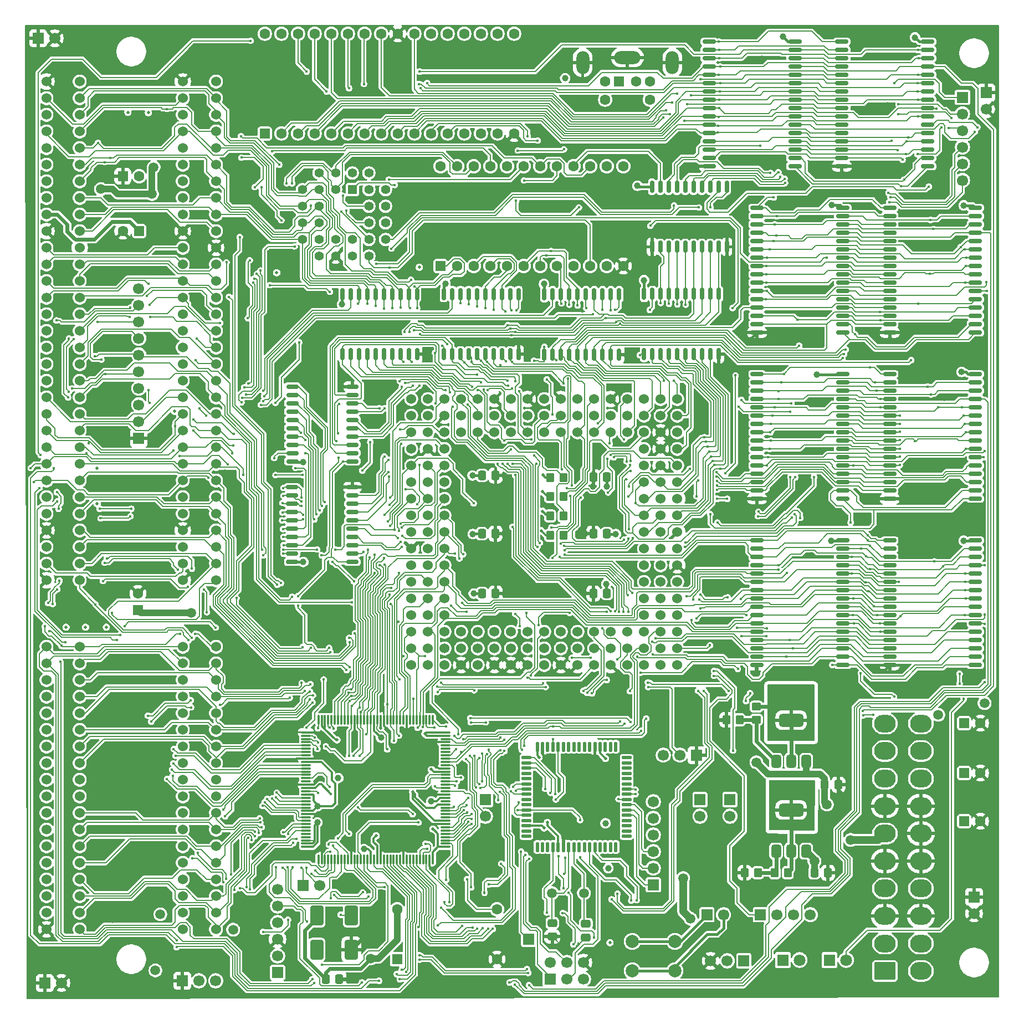
<source format=gbr>
%TF.GenerationSoftware,KiCad,Pcbnew,9.0.2+dfsg-1*%
%TF.CreationDate,2025-09-24T02:43:49+02:00*%
%TF.ProjectId,homebrew_486,686f6d65-6272-4657-975f-3438362e6b69,rev?*%
%TF.SameCoordinates,Original*%
%TF.FileFunction,Copper,L1,Top*%
%TF.FilePolarity,Positive*%
%FSLAX46Y46*%
G04 Gerber Fmt 4.6, Leading zero omitted, Abs format (unit mm)*
G04 Created by KiCad (PCBNEW 9.0.2+dfsg-1) date 2025-09-24 02:43:49*
%MOMM*%
%LPD*%
G01*
G04 APERTURE LIST*
G04 Aperture macros list*
%AMRoundRect*
0 Rectangle with rounded corners*
0 $1 Rounding radius*
0 $2 $3 $4 $5 $6 $7 $8 $9 X,Y pos of 4 corners*
0 Add a 4 corners polygon primitive as box body*
4,1,4,$2,$3,$4,$5,$6,$7,$8,$9,$2,$3,0*
0 Add four circle primitives for the rounded corners*
1,1,$1+$1,$2,$3*
1,1,$1+$1,$4,$5*
1,1,$1+$1,$6,$7*
1,1,$1+$1,$8,$9*
0 Add four rect primitives between the rounded corners*
20,1,$1+$1,$2,$3,$4,$5,0*
20,1,$1+$1,$4,$5,$6,$7,0*
20,1,$1+$1,$6,$7,$8,$9,0*
20,1,$1+$1,$8,$9,$2,$3,0*%
G04 Aperture macros list end*
%TA.AperFunction,SMDPad,CuDef*%
%ADD10RoundRect,0.150000X0.150000X-0.800000X0.150000X0.800000X-0.150000X0.800000X-0.150000X-0.800000X0*%
%TD*%
%TA.AperFunction,ComponentPad*%
%ADD11R,1.600000X1.600000*%
%TD*%
%TA.AperFunction,ComponentPad*%
%ADD12C,1.600000*%
%TD*%
%TA.AperFunction,ComponentPad*%
%ADD13O,2.000000X3.500000*%
%TD*%
%TA.AperFunction,ComponentPad*%
%ADD14O,4.000000X2.000000*%
%TD*%
%TA.AperFunction,SMDPad,CuDef*%
%ADD15RoundRect,0.250000X-0.350000X-0.450000X0.350000X-0.450000X0.350000X0.450000X-0.350000X0.450000X0*%
%TD*%
%TA.AperFunction,ComponentPad*%
%ADD16RoundRect,0.250000X-0.550000X-0.550000X0.550000X-0.550000X0.550000X0.550000X-0.550000X0.550000X0*%
%TD*%
%TA.AperFunction,ComponentPad*%
%ADD17R,1.700000X1.700000*%
%TD*%
%TA.AperFunction,ComponentPad*%
%ADD18C,1.700000*%
%TD*%
%TA.AperFunction,ComponentPad*%
%ADD19C,1.524000*%
%TD*%
%TA.AperFunction,SMDPad,CuDef*%
%ADD20RoundRect,0.375000X0.375000X-0.625000X0.375000X0.625000X-0.375000X0.625000X-0.375000X-0.625000X0*%
%TD*%
%TA.AperFunction,SMDPad,CuDef*%
%ADD21RoundRect,0.500000X1.400000X-0.500000X1.400000X0.500000X-1.400000X0.500000X-1.400000X-0.500000X0*%
%TD*%
%TA.AperFunction,SMDPad,CuDef*%
%ADD22RoundRect,0.250000X0.337500X0.475000X-0.337500X0.475000X-0.337500X-0.475000X0.337500X-0.475000X0*%
%TD*%
%TA.AperFunction,SMDPad,CuDef*%
%ADD23RoundRect,0.250000X-0.337500X-0.475000X0.337500X-0.475000X0.337500X0.475000X-0.337500X0.475000X0*%
%TD*%
%TA.AperFunction,SMDPad,CuDef*%
%ADD24RoundRect,0.150000X-0.875000X-0.150000X0.875000X-0.150000X0.875000X0.150000X-0.875000X0.150000X0*%
%TD*%
%TA.AperFunction,ComponentPad*%
%ADD25C,1.500000*%
%TD*%
%TA.AperFunction,ComponentPad*%
%ADD26RoundRect,0.250000X0.550000X0.550000X-0.550000X0.550000X-0.550000X-0.550000X0.550000X-0.550000X0*%
%TD*%
%TA.AperFunction,SMDPad,CuDef*%
%ADD27RoundRect,0.250000X0.475000X-0.337500X0.475000X0.337500X-0.475000X0.337500X-0.475000X-0.337500X0*%
%TD*%
%TA.AperFunction,ComponentPad*%
%ADD28RoundRect,0.250001X1.399999X-1.099999X1.399999X1.099999X-1.399999X1.099999X-1.399999X-1.099999X0*%
%TD*%
%TA.AperFunction,ComponentPad*%
%ADD29O,3.300000X2.700000*%
%TD*%
%TA.AperFunction,SMDPad,CuDef*%
%ADD30RoundRect,0.250001X-0.739999X-1.249999X0.739999X-1.249999X0.739999X1.249999X-0.739999X1.249999X0*%
%TD*%
%TA.AperFunction,ComponentPad*%
%ADD31RoundRect,0.250000X0.550000X-0.550000X0.550000X0.550000X-0.550000X0.550000X-0.550000X-0.550000X0*%
%TD*%
%TA.AperFunction,ComponentPad*%
%ADD32R,1.800000X1.800000*%
%TD*%
%TA.AperFunction,ComponentPad*%
%ADD33C,1.800000*%
%TD*%
%TA.AperFunction,ComponentPad*%
%ADD34R,1.422400X1.422400*%
%TD*%
%TA.AperFunction,ComponentPad*%
%ADD35C,1.422400*%
%TD*%
%TA.AperFunction,SMDPad,CuDef*%
%ADD36RoundRect,0.150000X0.800000X0.150000X-0.800000X0.150000X-0.800000X-0.150000X0.800000X-0.150000X0*%
%TD*%
%TA.AperFunction,SMDPad,CuDef*%
%ADD37RoundRect,0.250000X0.350000X0.450000X-0.350000X0.450000X-0.350000X-0.450000X0.350000X-0.450000X0*%
%TD*%
%TA.AperFunction,SMDPad,CuDef*%
%ADD38RoundRect,0.075000X0.662500X0.075000X-0.662500X0.075000X-0.662500X-0.075000X0.662500X-0.075000X0*%
%TD*%
%TA.AperFunction,SMDPad,CuDef*%
%ADD39RoundRect,0.075000X0.075000X0.662500X-0.075000X0.662500X-0.075000X-0.662500X0.075000X-0.662500X0*%
%TD*%
%TA.AperFunction,SMDPad,CuDef*%
%ADD40RoundRect,0.137500X-0.600000X-0.137500X0.600000X-0.137500X0.600000X0.137500X-0.600000X0.137500X0*%
%TD*%
%TA.AperFunction,SMDPad,CuDef*%
%ADD41RoundRect,0.137500X-0.137500X-0.600000X0.137500X-0.600000X0.137500X0.600000X-0.137500X0.600000X0*%
%TD*%
%TA.AperFunction,SMDPad,CuDef*%
%ADD42RoundRect,0.250000X-0.450000X0.350000X-0.450000X-0.350000X0.450000X-0.350000X0.450000X0.350000X0*%
%TD*%
%TA.AperFunction,ComponentPad*%
%ADD43C,2.000000*%
%TD*%
%TA.AperFunction,ViaPad*%
%ADD44C,0.400000*%
%TD*%
%TA.AperFunction,ViaPad*%
%ADD45C,0.500000*%
%TD*%
%TA.AperFunction,ViaPad*%
%ADD46C,1.000000*%
%TD*%
%TA.AperFunction,ViaPad*%
%ADD47C,1.500000*%
%TD*%
%TA.AperFunction,Conductor*%
%ADD48C,0.160000*%
%TD*%
%TA.AperFunction,Conductor*%
%ADD49C,0.300000*%
%TD*%
%TA.AperFunction,Conductor*%
%ADD50C,0.600000*%
%TD*%
%TA.AperFunction,Conductor*%
%ADD51C,1.000000*%
%TD*%
%TA.AperFunction,Conductor*%
%ADD52C,0.400000*%
%TD*%
%TA.AperFunction,Conductor*%
%ADD53C,1.200000*%
%TD*%
G04 APERTURE END LIST*
D10*
%TO.P,U23,20,VCC*%
%TO.N,+5V*%
X117919500Y-48069500D03*
%TO.P,U23,19,Q0*%
%TO.N,/isa/SPK_GATE*%
X119189500Y-48069500D03*
%TO.P,U23,18,Q1*%
%TO.N,Net-(J17-Pin_1)*%
X120459500Y-48069500D03*
%TO.P,U23,17,Q2*%
%TO.N,Net-(J17-Pin_2)*%
X121729500Y-48069500D03*
%TO.P,U23,16,Q3*%
%TO.N,Net-(J17-Pin_3)*%
X122999500Y-48069500D03*
%TO.P,U23,15,Q4*%
%TO.N,Net-(J17-Pin_4)*%
X124269500Y-48069500D03*
%TO.P,U23,14,Q5*%
%TO.N,Net-(J17-Pin_5)*%
X125539500Y-48069500D03*
%TO.P,U23,13,Q6*%
%TO.N,Net-(J17-Pin_6)*%
X126809500Y-48069500D03*
%TO.P,U23,12,Q7*%
%TO.N,/isa/D7_LED*%
X128079500Y-48069500D03*
%TO.P,U23,11,Load*%
%TO.N,PIT_LATCH_LE*%
X129349500Y-48069500D03*
%TO.P,U23,10,GND*%
%TO.N,GND*%
X129349500Y-57269500D03*
%TO.P,U23,9,D7*%
%TO.N,DT7*%
X128079500Y-57269500D03*
%TO.P,U23,8,D6*%
%TO.N,DT6*%
X126809500Y-57269500D03*
%TO.P,U23,7,D5*%
%TO.N,DT5*%
X125539500Y-57269500D03*
%TO.P,U23,6,D4*%
%TO.N,DT4*%
X124269500Y-57269500D03*
%TO.P,U23,5,D3*%
%TO.N,DT3*%
X122999500Y-57269500D03*
%TO.P,U23,4,D2*%
%TO.N,DT2*%
X121729500Y-57269500D03*
%TO.P,U23,3,D1*%
%TO.N,DT1*%
X120459500Y-57269500D03*
%TO.P,U23,2,D0*%
%TO.N,DT0*%
X119189500Y-57269500D03*
%TO.P,U23,1,OE*%
%TO.N,GND*%
X117919500Y-57269500D03*
%TD*%
D11*
%TO.P,J13,1*%
%TO.N,/fpga/PS2_DATA*%
X112873000Y-31971000D03*
D12*
%TO.P,J13,2*%
%TO.N,unconnected-(J13-Pad2)*%
X115473000Y-31971000D03*
%TO.P,J13,3*%
%TO.N,GND*%
X110773000Y-31971000D03*
%TO.P,J13,4*%
%TO.N,+5V*%
X117573000Y-31971000D03*
%TO.P,J13,5*%
%TO.N,/fpga/PS2_CLK*%
X110773000Y-34771000D03*
%TO.P,J13,6*%
%TO.N,unconnected-(J13-Pad6)*%
X117573000Y-34771000D03*
D13*
%TO.P,J13,7*%
%TO.N,GND*%
X121023000Y-29121000D03*
D14*
X114173000Y-28321000D03*
D13*
X107323000Y-29121000D03*
%TD*%
D15*
%TO.P,R2,1*%
%TO.N,+5V*%
X102362000Y-95446000D03*
%TO.P,R2,2*%
%TO.N,Net-(U1-DP1)*%
X104362000Y-95446000D03*
%TD*%
%TO.P,R3,1*%
%TO.N,+5V*%
X102362000Y-98396000D03*
%TO.P,R3,2*%
%TO.N,Net-(U1-DP2)*%
X104362000Y-98396000D03*
%TD*%
D16*
%TO.P,C1,1*%
%TO.N,+2V5*%
X165609388Y-137668000D03*
D12*
%TO.P,C1,2*%
%TO.N,GND*%
X168109388Y-137668000D03*
%TD*%
D11*
%TO.P,Y2,1,EN*%
%TO.N,unconnected-(Y2-EN-Pad1)*%
X78994000Y-166116000D03*
D12*
%TO.P,Y2,7,GND*%
%TO.N,GND*%
X94234000Y-166116000D03*
%TO.P,Y2,8,OUT*%
%TO.N,/fpga/CLK_FPGA*%
X94234000Y-158496000D03*
%TO.P,Y2,14,Vcc*%
%TO.N,+5V*%
X78994000Y-158496000D03*
%TD*%
D17*
%TO.P,J12,1,Pin_1*%
%TO.N,~{MEM_RD}*%
X64638000Y-154813000D03*
D18*
%TO.P,J12,2,Pin_2*%
%TO.N,~{MEM_WR}*%
X67178000Y-154813000D03*
%TD*%
D19*
%TO.P,J2,1,GND*%
%TO.N,GND*%
X46228000Y-32004000D03*
%TO.P,J2,2,RESET*%
%TO.N,CPU_RESET*%
X46228000Y-34544000D03*
%TO.P,J2,3,+5V*%
%TO.N,+5V*%
X46228000Y-37084000D03*
%TO.P,J2,4,IRQ2*%
%TO.N,/isa/IRQ2*%
X46228000Y-39624000D03*
%TO.P,J2,5,-5V*%
%TO.N,unconnected-(J2--5V-Pad5)*%
X46228000Y-42164000D03*
%TO.P,J2,6,DRQ2*%
%TO.N,unconnected-(J2-DRQ2-Pad6)*%
X46228000Y-44704000D03*
%TO.P,J2,7,-12V*%
%TO.N,-12V*%
X46228000Y-47244000D03*
%TO.P,J2,8,UNUSED*%
%TO.N,unconnected-(J2-UNUSED-Pad8)*%
X46228000Y-49784000D03*
%TO.P,J2,9,+12V*%
%TO.N,+12V*%
X46228000Y-52324000D03*
%TO.P,J2,10,GND*%
%TO.N,GND*%
X46228000Y-54864000D03*
%TO.P,J2,11,~{SMEMW}*%
%TO.N,~{ISA_MEM_WR}*%
X46228000Y-57404000D03*
%TO.P,J2,12,~{SMEMR}*%
%TO.N,~{ISA_MEM_RD}*%
X46228000Y-59944000D03*
%TO.P,J2,13,~{IOW}*%
%TO.N,~{IO_WR}*%
X46228000Y-62484000D03*
%TO.P,J2,14,~{IOR}*%
%TO.N,~{IO_RD}*%
X46228000Y-65024000D03*
%TO.P,J2,15,~{DACK3}*%
%TO.N,unconnected-(J2-~{DACK3}-Pad15)*%
X46228000Y-67564000D03*
%TO.P,J2,16,DRQ3*%
%TO.N,unconnected-(J2-DRQ3-Pad16)*%
X46228000Y-70104000D03*
%TO.P,J2,17,~{DACK1}*%
%TO.N,unconnected-(J2-~{DACK1}-Pad17)*%
X46228000Y-72644000D03*
%TO.P,J2,18,DRQ1*%
%TO.N,unconnected-(J2-DRQ1-Pad18)*%
X46228000Y-75184000D03*
%TO.P,J2,19,~{REFRESH}*%
%TO.N,+5V*%
X46228000Y-77724000D03*
%TO.P,J2,20,CLK*%
%TO.N,CLK_ISA*%
X46228000Y-80264000D03*
%TO.P,J2,21,IRQ7*%
%TO.N,/isa/IRQ7*%
X46228000Y-82804000D03*
%TO.P,J2,22,IRQ6*%
%TO.N,/isa/IRQ6*%
X46228000Y-85344000D03*
%TO.P,J2,23,IRQ5*%
%TO.N,/isa/IRQ5*%
X46228000Y-87884000D03*
%TO.P,J2,24,IRQ4*%
%TO.N,/isa/IRQ4*%
X46228000Y-90424000D03*
%TO.P,J2,25,IRQ3*%
%TO.N,/isa/IRQ3*%
X46228000Y-92964000D03*
%TO.P,J2,26,~{DACK2}*%
%TO.N,unconnected-(J2-~{DACK2}-Pad26)*%
X46228000Y-95504000D03*
%TO.P,J2,27,TC*%
%TO.N,unconnected-(J2-TC-Pad27)*%
X46228000Y-98044000D03*
%TO.P,J2,28,ALE*%
%TO.N,GND*%
X46228000Y-100584000D03*
%TO.P,J2,29,VCC*%
%TO.N,+5V*%
X46228000Y-103124000D03*
%TO.P,J2,30,OSC*%
%TO.N,CLK_14_318MHz*%
X46228000Y-105664000D03*
%TO.P,J2,31,GND*%
%TO.N,GND*%
X46228000Y-108204000D03*
%TO.P,J2,32,IO*%
%TO.N,unconnected-(J2-IO-Pad32)*%
X51308000Y-32004000D03*
%TO.P,J2,33,DB7*%
%TO.N,DT7*%
X51308000Y-34544000D03*
%TO.P,J2,34,DB6*%
%TO.N,DT6*%
X51308000Y-37084000D03*
%TO.P,J2,35,DB5*%
%TO.N,DT5*%
X51308000Y-39624000D03*
%TO.P,J2,36,DB4*%
%TO.N,DT4*%
X51308000Y-42164000D03*
%TO.P,J2,37,DB3*%
%TO.N,DT3*%
X51308000Y-44704000D03*
%TO.P,J2,38,DB2*%
%TO.N,DT2*%
X51308000Y-47244000D03*
%TO.P,J2,39,DB1*%
%TO.N,DT1*%
X51308000Y-49784000D03*
%TO.P,J2,40,DB0*%
%TO.N,DT0*%
X51308000Y-52324000D03*
%TO.P,J2,41,IO_READY*%
%TO.N,ISA_IO_READY*%
X51308000Y-54864000D03*
%TO.P,J2,42,AEN*%
%TO.N,GND*%
X51308000Y-57404000D03*
%TO.P,J2,43,BA19*%
%TO.N,A19*%
X51308000Y-59944000D03*
%TO.P,J2,44,BA18*%
%TO.N,A18*%
X51308000Y-62484000D03*
%TO.P,J2,45,BA17*%
%TO.N,A17*%
X51308000Y-65024000D03*
%TO.P,J2,46,BA16*%
%TO.N,A16*%
X51308000Y-67564000D03*
%TO.P,J2,47,BA15*%
%TO.N,A15*%
X51308000Y-70104000D03*
%TO.P,J2,48,BA14*%
%TO.N,A14*%
X51308000Y-72644000D03*
%TO.P,J2,49,BA13*%
%TO.N,A13*%
X51308000Y-75184000D03*
%TO.P,J2,50,BA12*%
%TO.N,A12*%
X51308000Y-77724000D03*
%TO.P,J2,51,BA11*%
%TO.N,A11*%
X51308000Y-80264000D03*
%TO.P,J2,52,BA10*%
%TO.N,A10*%
X51308000Y-82804000D03*
%TO.P,J2,53,BA09*%
%TO.N,A9*%
X51308000Y-85344000D03*
%TO.P,J2,54,BA08*%
%TO.N,A8*%
X51308000Y-87884000D03*
%TO.P,J2,55,BA07*%
%TO.N,A7*%
X51308000Y-90424000D03*
%TO.P,J2,56,BA06*%
%TO.N,A6*%
X51308000Y-92964000D03*
%TO.P,J2,57,BA05*%
%TO.N,A5*%
X51308000Y-95504000D03*
%TO.P,J2,58,BA04*%
%TO.N,A4*%
X51308000Y-98044000D03*
%TO.P,J2,59,BA03*%
%TO.N,A3*%
X51308000Y-100584000D03*
%TO.P,J2,60,BA02*%
%TO.N,A2*%
X51308000Y-103124000D03*
%TO.P,J2,61,BA01*%
%TO.N,A1*%
X51308000Y-105664000D03*
%TO.P,J2,62,BA00*%
%TO.N,A0*%
X51308000Y-108204000D03*
%TO.P,J2,63,~{MEMCS16}*%
%TO.N,~{ISA_MEMCS16}*%
X46228000Y-118364000D03*
%TO.P,J2,64,~{IOCS16}*%
%TO.N,~{ISA_IOCS16}*%
X46228000Y-120904000D03*
%TO.P,J2,65,IRQ10*%
%TO.N,unconnected-(J2-IRQ10-Pad65)*%
X46228000Y-123444000D03*
%TO.P,J2,66,IRQ11*%
%TO.N,unconnected-(J2-IRQ11-Pad66)*%
X46228000Y-125984000D03*
%TO.P,J2,67,IRQ12*%
%TO.N,unconnected-(J2-IRQ12-Pad67)*%
X46228000Y-128524000D03*
%TO.P,J2,68,IRQ15*%
%TO.N,unconnected-(J2-IRQ15-Pad68)*%
X46228000Y-131064000D03*
%TO.P,J2,69,IRQ14*%
%TO.N,unconnected-(J2-IRQ14-Pad69)*%
X46228000Y-133604000D03*
%TO.P,J2,70,~{DACK0}*%
%TO.N,unconnected-(J2-~{DACK0}-Pad70)*%
X46228000Y-136144000D03*
%TO.P,J2,71,DRQ0*%
%TO.N,unconnected-(J2-DRQ0-Pad71)*%
X46228000Y-138684000D03*
%TO.P,J2,72,~{DACK5}*%
%TO.N,unconnected-(J2-~{DACK5}-Pad72)*%
X46228000Y-141224000D03*
%TO.P,J2,73,DRQ5*%
%TO.N,unconnected-(J2-DRQ5-Pad73)*%
X46228000Y-143764000D03*
%TO.P,J2,74,~{DACK6}*%
%TO.N,unconnected-(J2-~{DACK6}-Pad74)*%
X46228000Y-146304000D03*
%TO.P,J2,75,DRQ6*%
%TO.N,unconnected-(J2-DRQ6-Pad75)*%
X46228000Y-148844000D03*
%TO.P,J2,76,~{DACK7}*%
%TO.N,unconnected-(J2-~{DACK7}-Pad76)*%
X46228000Y-151384000D03*
%TO.P,J2,77,DRQ7*%
%TO.N,unconnected-(J2-DRQ7-Pad77)*%
X46228000Y-153924000D03*
%TO.P,J2,78,+5V*%
%TO.N,+5V*%
X46228000Y-156464000D03*
%TO.P,J2,79,MASTER*%
%TO.N,unconnected-(J2-MASTER-Pad79)*%
X46228000Y-159004000D03*
%TO.P,J2,80,GND*%
%TO.N,GND*%
X46228000Y-161544000D03*
%TO.P,J2,81,SBHE*%
%TO.N,ISA_SBHE*%
X51308000Y-118364000D03*
%TO.P,J2,82,LA23*%
%TO.N,A23*%
X51308000Y-120904000D03*
%TO.P,J2,83,LA22*%
%TO.N,A22*%
X51308000Y-123444000D03*
%TO.P,J2,84,LA21*%
%TO.N,A21*%
X51308000Y-125984000D03*
%TO.P,J2,85,LA20*%
%TO.N,A20*%
X51308000Y-128524000D03*
%TO.P,J2,86,LA19*%
%TO.N,A19*%
X51308000Y-131064000D03*
%TO.P,J2,87,LA18*%
%TO.N,A18*%
X51308000Y-133604000D03*
%TO.P,J2,88,LA17*%
%TO.N,A17*%
X51308000Y-136144000D03*
%TO.P,J2,89,~{MEMR}*%
%TO.N,unconnected-(J2-~{MEMR}-Pad89)*%
X51308000Y-138684000D03*
%TO.P,J2,90,~{MEMW}*%
%TO.N,unconnected-(J2-~{MEMW}-Pad90)*%
X51308000Y-141224000D03*
%TO.P,J2,91,D8*%
%TO.N,DT8*%
X51308000Y-143764000D03*
%TO.P,J2,92,D9*%
%TO.N,DT9*%
X51308000Y-146304000D03*
%TO.P,J2,93,D10*%
%TO.N,DT10*%
X51308000Y-148844000D03*
%TO.P,J2,94,D11*%
%TO.N,DT11*%
X51308000Y-151384000D03*
%TO.P,J2,95,D12*%
%TO.N,DT12*%
X51308000Y-153924000D03*
%TO.P,J2,96,D13*%
%TO.N,DT13*%
X51308000Y-156464000D03*
%TO.P,J2,97,D14*%
%TO.N,DT14*%
X51308000Y-159004000D03*
%TO.P,J2,98,D15*%
%TO.N,DT15*%
X51308000Y-161544000D03*
%TD*%
D20*
%TO.P,U3,1,ADJ*%
%TO.N,Net-(U3-ADJ)*%
X136878000Y-135890000D03*
%TO.P,U3,2,VO*%
%TO.N,+3.3V*%
X139178000Y-135890000D03*
D21*
X139178000Y-129590000D03*
D20*
%TO.P,U3,3,VI*%
%TO.N,+5V*%
X141478000Y-135890000D03*
%TD*%
D17*
%TO.P,J15,1,Pin_1*%
%TO.N,Net-(J15-Pin_1)*%
X134493000Y-159321500D03*
D18*
%TO.P,J15,2,Pin_2*%
%TO.N,unconnected-(J15-Pin_2-Pad2)*%
X137033000Y-159321500D03*
%TO.P,J15,3,Pin_3*%
%TO.N,unconnected-(J15-Pin_3-Pad3)*%
X139573000Y-159321500D03*
%TO.P,J15,4,Pin_4*%
%TO.N,+5V*%
X142113000Y-159321500D03*
%TD*%
D20*
%TO.P,U4,1,ADJ*%
%TO.N,Net-(U4-ADJ)*%
X136878000Y-149606000D03*
%TO.P,U4,2,VO*%
%TO.N,+2V5*%
X139178000Y-149606000D03*
D21*
X139178000Y-143306000D03*
D20*
%TO.P,U4,3,VI*%
%TO.N,+5V*%
X141478000Y-149606000D03*
%TD*%
D22*
%TO.P,C33,1*%
%TO.N,GND*%
X70147000Y-169164000D03*
%TO.P,C33,2*%
%TO.N,+5V*%
X68072000Y-169164000D03*
%TD*%
D23*
%TO.P,C20,1*%
%TO.N,GND*%
X108944500Y-110236000D03*
%TO.P,C20,2*%
%TO.N,+5V*%
X111019500Y-110236000D03*
%TD*%
D24*
%TO.P,U14,1,A18*%
%TO.N,A20*%
X126654000Y-25908000D03*
%TO.P,U14,2,A16*%
%TO.N,A18*%
X126654000Y-27178000D03*
%TO.P,U14,3,A14*%
%TO.N,A16*%
X126654000Y-28448000D03*
%TO.P,U14,4,A12*%
%TO.N,A14*%
X126654000Y-29718000D03*
%TO.P,U14,5,A7*%
%TO.N,A9*%
X126654000Y-30988000D03*
%TO.P,U14,6,A6*%
%TO.N,A8*%
X126654000Y-32258000D03*
%TO.P,U14,7,A5*%
%TO.N,A7*%
X126654000Y-33528000D03*
%TO.P,U14,8,A4*%
%TO.N,A6*%
X126654000Y-34798000D03*
%TO.P,U14,9,A3*%
%TO.N,A5*%
X126654000Y-36068000D03*
%TO.P,U14,10,A2*%
%TO.N,A4*%
X126654000Y-37338000D03*
%TO.P,U14,11,A1*%
%TO.N,A3*%
X126654000Y-38608000D03*
%TO.P,U14,12,A0*%
%TO.N,A2*%
X126654000Y-39878000D03*
%TO.P,U14,13,Q0*%
%TO.N,D24*%
X126654000Y-41148000D03*
%TO.P,U14,14,Q1*%
%TO.N,D25*%
X126654000Y-42418000D03*
%TO.P,U14,15,Q2*%
%TO.N,D26*%
X126654000Y-43688000D03*
%TO.P,U14,16,GND*%
%TO.N,GND*%
X126654000Y-44958000D03*
%TO.P,U14,17,Q3*%
%TO.N,D27*%
X139754000Y-44958000D03*
%TO.P,U14,18,Q4*%
%TO.N,D28*%
X139754000Y-43688000D03*
%TO.P,U14,19,Q5*%
%TO.N,D29*%
X139754000Y-42418000D03*
%TO.P,U14,20,Q6*%
%TO.N,D30*%
X139754000Y-41148000D03*
%TO.P,U14,21,Q7*%
%TO.N,D31*%
X139754000Y-39878000D03*
%TO.P,U14,22,~{CS}*%
%TO.N,~{RAM_CS0}*%
X139754000Y-38608000D03*
%TO.P,U14,23,A10*%
%TO.N,A12*%
X139754000Y-37338000D03*
%TO.P,U14,24,~{OE}*%
%TO.N,~{RAM_OE_B3}*%
X139754000Y-36068000D03*
%TO.P,U14,25,A11*%
%TO.N,A13*%
X139754000Y-34798000D03*
%TO.P,U14,26,A9*%
%TO.N,A11*%
X139754000Y-33528000D03*
%TO.P,U14,27,A8*%
%TO.N,A10*%
X139754000Y-32258000D03*
%TO.P,U14,28,A13*%
%TO.N,A15*%
X139754000Y-30988000D03*
%TO.P,U14,29,~{WE}*%
%TO.N,~{RAM_WE_B3}*%
X139754000Y-29718000D03*
%TO.P,U14,30,A17*%
%TO.N,A19*%
X139754000Y-28448000D03*
%TO.P,U14,31,A15*%
%TO.N,A17*%
X139754000Y-27178000D03*
%TO.P,U14,32,VCC*%
%TO.N,+5V*%
X139754000Y-25908000D03*
%TD*%
D17*
%TO.P,J11,1,Pin_1*%
%TO.N,/fpga/~{AVR_PEN}*%
X99060000Y-163068000D03*
%TD*%
%TO.P,J17,1,Pin_1*%
%TO.N,Net-(J17-Pin_1)*%
X165354000Y-34417000D03*
D18*
%TO.P,J17,2,Pin_2*%
%TO.N,Net-(J17-Pin_2)*%
X165354000Y-36957000D03*
%TO.P,J17,3,Pin_3*%
%TO.N,Net-(J17-Pin_3)*%
X165354000Y-39497000D03*
%TO.P,J17,4,Pin_4*%
%TO.N,Net-(J17-Pin_4)*%
X165354000Y-42037000D03*
%TO.P,J17,5,Pin_5*%
%TO.N,Net-(J17-Pin_5)*%
X165354000Y-44577000D03*
%TO.P,J17,6,Pin_6*%
%TO.N,Net-(J17-Pin_6)*%
X165354000Y-47117000D03*
%TD*%
D23*
%TO.P,C18,1*%
%TO.N,GND*%
X108944500Y-92456000D03*
%TO.P,C18,2*%
%TO.N,+5V*%
X111019500Y-92456000D03*
%TD*%
D25*
%TO.P,Y3,1,1*%
%TO.N,Net-(U22-XTAL1)*%
X107505500Y-156019500D03*
%TO.P,Y3,2,2*%
%TO.N,Net-(U22-XTAL2)*%
X102625500Y-156019500D03*
%TD*%
D15*
%TO.P,R8,1*%
%TO.N,GND*%
X129286000Y-129540000D03*
%TO.P,R8,2*%
%TO.N,Net-(U3-ADJ)*%
X131286000Y-129540000D03*
%TD*%
D23*
%TO.P,C22,1*%
%TO.N,GND*%
X108944500Y-101092000D03*
%TO.P,C22,2*%
%TO.N,+5V*%
X111019500Y-101092000D03*
%TD*%
D17*
%TO.P,J21,1,Pin_1*%
%TO.N,GND*%
X167132000Y-156591000D03*
D18*
%TO.P,J21,2,Pin_2*%
X167132000Y-159131000D03*
%TD*%
D15*
%TO.P,R4,1*%
%TO.N,+5V*%
X102362000Y-101346000D03*
%TO.P,R4,2*%
%TO.N,Net-(U1-DP3)*%
X104362000Y-101346000D03*
%TD*%
D23*
%TO.P,C4,1*%
%TO.N,+5V*%
X144314000Y-139446000D03*
%TO.P,C4,2*%
%TO.N,GND*%
X146389000Y-139446000D03*
%TD*%
D24*
%TO.P,U13,1,A18*%
%TO.N,A20*%
X133966000Y-51308000D03*
%TO.P,U13,2,A16*%
%TO.N,A18*%
X133966000Y-52578000D03*
%TO.P,U13,3,A14*%
%TO.N,A16*%
X133966000Y-53848000D03*
%TO.P,U13,4,A12*%
%TO.N,A14*%
X133966000Y-55118000D03*
%TO.P,U13,5,A7*%
%TO.N,A9*%
X133966000Y-56388000D03*
%TO.P,U13,6,A6*%
%TO.N,A8*%
X133966000Y-57658000D03*
%TO.P,U13,7,A5*%
%TO.N,A7*%
X133966000Y-58928000D03*
%TO.P,U13,8,A4*%
%TO.N,A6*%
X133966000Y-60198000D03*
%TO.P,U13,9,A3*%
%TO.N,A5*%
X133966000Y-61468000D03*
%TO.P,U13,10,A2*%
%TO.N,A4*%
X133966000Y-62738000D03*
%TO.P,U13,11,A1*%
%TO.N,A3*%
X133966000Y-64008000D03*
%TO.P,U13,12,A0*%
%TO.N,A2*%
X133966000Y-65278000D03*
%TO.P,U13,13,Q0*%
%TO.N,D16*%
X133966000Y-66548000D03*
%TO.P,U13,14,Q1*%
%TO.N,D17*%
X133966000Y-67818000D03*
%TO.P,U13,15,Q2*%
%TO.N,D18*%
X133966000Y-69088000D03*
%TO.P,U13,16,GND*%
%TO.N,GND*%
X133966000Y-70358000D03*
%TO.P,U13,17,Q3*%
%TO.N,D19*%
X147066000Y-70358000D03*
%TO.P,U13,18,Q4*%
%TO.N,D20*%
X147066000Y-69088000D03*
%TO.P,U13,19,Q5*%
%TO.N,D21*%
X147066000Y-67818000D03*
%TO.P,U13,20,Q6*%
%TO.N,D22*%
X147066000Y-66548000D03*
%TO.P,U13,21,Q7*%
%TO.N,D23*%
X147066000Y-65278000D03*
%TO.P,U13,22,~{CS}*%
%TO.N,~{RAM_CS0}*%
X147066000Y-64008000D03*
%TO.P,U13,23,A10*%
%TO.N,A12*%
X147066000Y-62738000D03*
%TO.P,U13,24,~{OE}*%
%TO.N,~{RAM_OE_B2}*%
X147066000Y-61468000D03*
%TO.P,U13,25,A11*%
%TO.N,A13*%
X147066000Y-60198000D03*
%TO.P,U13,26,A9*%
%TO.N,A11*%
X147066000Y-58928000D03*
%TO.P,U13,27,A8*%
%TO.N,A10*%
X147066000Y-57658000D03*
%TO.P,U13,28,A13*%
%TO.N,A15*%
X147066000Y-56388000D03*
%TO.P,U13,29,~{WE}*%
%TO.N,~{RAM_WE_B2}*%
X147066000Y-55118000D03*
%TO.P,U13,30,A17*%
%TO.N,A19*%
X147066000Y-53848000D03*
%TO.P,U13,31,A15*%
%TO.N,A17*%
X147066000Y-52578000D03*
%TO.P,U13,32,VCC*%
%TO.N,+5V*%
X147066000Y-51308000D03*
%TD*%
D17*
%TO.P,J6,1,Pin_1*%
%TO.N,/fpga/AVR_SCK*%
X92456000Y-141727000D03*
D18*
%TO.P,J6,2,Pin_2*%
%TO.N,/fpga/FPGA_CCLK*%
X92456000Y-144267000D03*
%TD*%
D17*
%TO.P,J9,1,Pin_1*%
%TO.N,GND*%
X124714000Y-134937500D03*
D18*
%TO.P,J9,2,Pin_2*%
%TO.N,/cpu/CLKMUL*%
X122174000Y-134937500D03*
%TO.P,J9,3,Pin_3*%
%TO.N,+5V*%
X119634000Y-134937500D03*
%TD*%
D17*
%TO.P,J10,1,Pin_1*%
%TO.N,GND*%
X39497000Y-86487000D03*
D18*
%TO.P,J10,2,Pin_2*%
%TO.N,CLK_ISA*%
X39497000Y-83947000D03*
%TO.P,J10,3,Pin_3*%
%TO.N,~{ISA_MEM_WR}*%
X39497000Y-81407000D03*
%TO.P,J10,4,Pin_4*%
%TO.N,~{ISA_MEM_RD}*%
X39497000Y-78867000D03*
%TO.P,J10,5,Pin_5*%
%TO.N,CPU_RESET*%
X39497000Y-76327000D03*
%TO.P,J10,6,Pin_6*%
%TO.N,ISA_IO_READY*%
X39497000Y-73787000D03*
%TO.P,J10,7,Pin_7*%
%TO.N,~{ISA_IOCS16}*%
X39497000Y-71247000D03*
%TO.P,J10,8,Pin_8*%
%TO.N,~{ISA_MEMCS16}*%
X39497000Y-68707000D03*
%TO.P,J10,9,Pin_9*%
%TO.N,ISA_SBHE*%
X39497000Y-66167000D03*
%TO.P,J10,10,Pin_10*%
%TO.N,GND*%
X39497000Y-63627000D03*
%TD*%
D26*
%TO.P,C37,1*%
%TO.N,+12V*%
X39559113Y-54864000D03*
D12*
%TO.P,C37,2*%
%TO.N,GND*%
X37059113Y-54864000D03*
%TD*%
D17*
%TO.P,J22,1,Pin_1*%
%TO.N,GND*%
X25146000Y-169735500D03*
D18*
%TO.P,J22,2,Pin_2*%
X27686000Y-169735500D03*
%TD*%
D16*
%TO.P,C2,1*%
%TO.N,+3.3V*%
X165608000Y-130048000D03*
D12*
%TO.P,C2,2*%
%TO.N,GND*%
X168108000Y-130048000D03*
%TD*%
D22*
%TO.P,C19,1*%
%TO.N,GND*%
X94023000Y-110236000D03*
%TO.P,C19,2*%
%TO.N,+5V*%
X91948000Y-110236000D03*
%TD*%
%TO.P,C21,1*%
%TO.N,GND*%
X94001500Y-101092000D03*
%TO.P,C21,2*%
%TO.N,+5V*%
X91926500Y-101092000D03*
%TD*%
D24*
%TO.P,U17,1,A18*%
%TO.N,A20*%
X154232000Y-51308000D03*
%TO.P,U17,2,A16*%
%TO.N,A18*%
X154232000Y-52578000D03*
%TO.P,U17,3,A14*%
%TO.N,A16*%
X154232000Y-53848000D03*
%TO.P,U17,4,A12*%
%TO.N,A14*%
X154232000Y-55118000D03*
%TO.P,U17,5,A7*%
%TO.N,A9*%
X154232000Y-56388000D03*
%TO.P,U17,6,A6*%
%TO.N,A8*%
X154232000Y-57658000D03*
%TO.P,U17,7,A5*%
%TO.N,A7*%
X154232000Y-58928000D03*
%TO.P,U17,8,A4*%
%TO.N,A6*%
X154232000Y-60198000D03*
%TO.P,U17,9,A3*%
%TO.N,A5*%
X154232000Y-61468000D03*
%TO.P,U17,10,A2*%
%TO.N,A4*%
X154232000Y-62738000D03*
%TO.P,U17,11,A1*%
%TO.N,A3*%
X154232000Y-64008000D03*
%TO.P,U17,12,A0*%
%TO.N,A2*%
X154232000Y-65278000D03*
%TO.P,U17,13,Q0*%
%TO.N,D16*%
X154232000Y-66548000D03*
%TO.P,U17,14,Q1*%
%TO.N,D17*%
X154232000Y-67818000D03*
%TO.P,U17,15,Q2*%
%TO.N,D18*%
X154232000Y-69088000D03*
%TO.P,U17,16,GND*%
%TO.N,GND*%
X154232000Y-70358000D03*
%TO.P,U17,17,Q3*%
%TO.N,D19*%
X167332000Y-70358000D03*
%TO.P,U17,18,Q4*%
%TO.N,D20*%
X167332000Y-69088000D03*
%TO.P,U17,19,Q5*%
%TO.N,D21*%
X167332000Y-67818000D03*
%TO.P,U17,20,Q6*%
%TO.N,D22*%
X167332000Y-66548000D03*
%TO.P,U17,21,Q7*%
%TO.N,D23*%
X167332000Y-65278000D03*
%TO.P,U17,22,~{CS}*%
%TO.N,~{RAM_CS1}*%
X167332000Y-64008000D03*
%TO.P,U17,23,A10*%
%TO.N,A12*%
X167332000Y-62738000D03*
%TO.P,U17,24,~{OE}*%
%TO.N,~{RAM_OE_B2}*%
X167332000Y-61468000D03*
%TO.P,U17,25,A11*%
%TO.N,A13*%
X167332000Y-60198000D03*
%TO.P,U17,26,A9*%
%TO.N,A11*%
X167332000Y-58928000D03*
%TO.P,U17,27,A8*%
%TO.N,A10*%
X167332000Y-57658000D03*
%TO.P,U17,28,A13*%
%TO.N,A15*%
X167332000Y-56388000D03*
%TO.P,U17,29,~{WE}*%
%TO.N,~{RAM_WE_B2}*%
X167332000Y-55118000D03*
%TO.P,U17,30,A17*%
%TO.N,A19*%
X167332000Y-53848000D03*
%TO.P,U17,31,A15*%
%TO.N,A17*%
X167332000Y-52578000D03*
%TO.P,U17,32,VCC*%
%TO.N,+5V*%
X167332000Y-51308000D03*
%TD*%
D17*
%TO.P,J16,1,Pin_1*%
%TO.N,GND*%
X46164500Y-169418000D03*
D18*
%TO.P,J16,2,Pin_2*%
%TO.N,/fpga/TXD*%
X48704500Y-169418000D03*
%TO.P,J16,3,Pin_3*%
%TO.N,/fpga/RXD*%
X51244500Y-169418000D03*
%TD*%
D10*
%TO.P,U6,1,A->B*%
%TO.N,~{W{slash}R}*%
X101473000Y-73716000D03*
%TO.P,U6,2,A0*%
%TO.N,D16*%
X102743000Y-73716000D03*
%TO.P,U6,3,A1*%
%TO.N,D17*%
X104013000Y-73716000D03*
%TO.P,U6,4,A2*%
%TO.N,D18*%
X105283000Y-73716000D03*
%TO.P,U6,5,A3*%
%TO.N,D19*%
X106553000Y-73716000D03*
%TO.P,U6,6,A4*%
%TO.N,D20*%
X107823000Y-73716000D03*
%TO.P,U6,7,A5*%
%TO.N,D21*%
X109093000Y-73716000D03*
%TO.P,U6,8,A6*%
%TO.N,D22*%
X110363000Y-73716000D03*
%TO.P,U6,9,A7*%
%TO.N,D23*%
X111633000Y-73716000D03*
%TO.P,U6,10,GND*%
%TO.N,GND*%
X112903000Y-73716000D03*
%TO.P,U6,11,B7*%
%TO.N,DT7*%
X112903000Y-64516000D03*
%TO.P,U6,12,B6*%
%TO.N,DT6*%
X111633000Y-64516000D03*
%TO.P,U6,13,B5*%
%TO.N,DT5*%
X110363000Y-64516000D03*
%TO.P,U6,14,B4*%
%TO.N,DT4*%
X109093000Y-64516000D03*
%TO.P,U6,15,B3*%
%TO.N,DT3*%
X107823000Y-64516000D03*
%TO.P,U6,16,B2*%
%TO.N,DT2*%
X106553000Y-64516000D03*
%TO.P,U6,17,B1*%
%TO.N,DT1*%
X105283000Y-64516000D03*
%TO.P,U6,18,B0*%
%TO.N,DT0*%
X104013000Y-64516000D03*
%TO.P,U6,19,CE*%
%TO.N,TR_8B_2*%
X102743000Y-64516000D03*
%TO.P,U6,20,VCC*%
%TO.N,+5V*%
X101473000Y-64516000D03*
%TD*%
D27*
%TO.P,C6,1*%
%TO.N,GND*%
X102679500Y-162666500D03*
%TO.P,C6,2*%
%TO.N,Net-(U22-XTAL2)*%
X102679500Y-160591500D03*
%TD*%
D10*
%TO.P,U8,1,A->B*%
%TO.N,~{W{slash}R}*%
X86106000Y-73688000D03*
%TO.P,U8,2,A0*%
%TO.N,D8*%
X87376000Y-73688000D03*
%TO.P,U8,3,A1*%
%TO.N,D9*%
X88646000Y-73688000D03*
%TO.P,U8,4,A2*%
%TO.N,D10*%
X89916000Y-73688000D03*
%TO.P,U8,5,A3*%
%TO.N,D11*%
X91186000Y-73688000D03*
%TO.P,U8,6,A4*%
%TO.N,D12*%
X92456000Y-73688000D03*
%TO.P,U8,7,A5*%
%TO.N,D13*%
X93726000Y-73688000D03*
%TO.P,U8,8,A6*%
%TO.N,D14*%
X94996000Y-73688000D03*
%TO.P,U8,9,A7*%
%TO.N,D15*%
X96266000Y-73688000D03*
%TO.P,U8,10,GND*%
%TO.N,GND*%
X97536000Y-73688000D03*
%TO.P,U8,11,B7*%
%TO.N,DT7*%
X97536000Y-64488000D03*
%TO.P,U8,12,B6*%
%TO.N,DT6*%
X96266000Y-64488000D03*
%TO.P,U8,13,B5*%
%TO.N,DT5*%
X94996000Y-64488000D03*
%TO.P,U8,14,B4*%
%TO.N,DT4*%
X93726000Y-64488000D03*
%TO.P,U8,15,B3*%
%TO.N,DT3*%
X92456000Y-64488000D03*
%TO.P,U8,16,B2*%
%TO.N,DT2*%
X91186000Y-64488000D03*
%TO.P,U8,17,B1*%
%TO.N,DT1*%
X89916000Y-64488000D03*
%TO.P,U8,18,B0*%
%TO.N,DT0*%
X88646000Y-64488000D03*
%TO.P,U8,19,CE*%
%TO.N,TR_8B_1*%
X87376000Y-64488000D03*
%TO.P,U8,20,VCC*%
%TO.N,+5V*%
X86106000Y-64488000D03*
%TD*%
D17*
%TO.P,J8,1,Pin_1*%
%TO.N,/fpga/ROM_CACHE_EN*%
X129830000Y-141732000D03*
D18*
%TO.P,J8,2,Pin_2*%
%TO.N,+5V*%
X129830000Y-144272000D03*
%TD*%
D19*
%TO.P,J1,1,GND*%
%TO.N,GND*%
X25400000Y-32004000D03*
%TO.P,J1,2,RESET*%
%TO.N,CPU_RESET*%
X25400000Y-34544000D03*
%TO.P,J1,3,+5V*%
%TO.N,+5V*%
X25400000Y-37084000D03*
%TO.P,J1,4,IRQ2*%
%TO.N,/isa/IRQ2*%
X25400000Y-39624000D03*
%TO.P,J1,5,-5V*%
%TO.N,unconnected-(J1--5V-Pad5)*%
X25400000Y-42164000D03*
%TO.P,J1,6,DRQ2*%
%TO.N,unconnected-(J1-DRQ2-Pad6)*%
X25400000Y-44704000D03*
%TO.P,J1,7,-12V*%
%TO.N,-12V*%
X25400000Y-47244000D03*
%TO.P,J1,8,UNUSED*%
%TO.N,unconnected-(J1-UNUSED-Pad8)*%
X25400000Y-49784000D03*
%TO.P,J1,9,+12V*%
%TO.N,+12V*%
X25400000Y-52324000D03*
%TO.P,J1,10,GND*%
%TO.N,GND*%
X25400000Y-54864000D03*
%TO.P,J1,11,~{SMEMW}*%
%TO.N,~{ISA_MEM_WR}*%
X25400000Y-57404000D03*
%TO.P,J1,12,~{SMEMR}*%
%TO.N,~{ISA_MEM_RD}*%
X25400000Y-59944000D03*
%TO.P,J1,13,~{IOW}*%
%TO.N,~{IO_WR}*%
X25400000Y-62484000D03*
%TO.P,J1,14,~{IOR}*%
%TO.N,~{IO_RD}*%
X25400000Y-65024000D03*
%TO.P,J1,15,~{DACK3}*%
%TO.N,unconnected-(J1-~{DACK3}-Pad15)*%
X25400000Y-67564000D03*
%TO.P,J1,16,DRQ3*%
%TO.N,unconnected-(J1-DRQ3-Pad16)*%
X25400000Y-70104000D03*
%TO.P,J1,17,~{DACK1}*%
%TO.N,unconnected-(J1-~{DACK1}-Pad17)*%
X25400000Y-72644000D03*
%TO.P,J1,18,DRQ1*%
%TO.N,unconnected-(J1-DRQ1-Pad18)*%
X25400000Y-75184000D03*
%TO.P,J1,19,~{REFRESH}*%
%TO.N,+5V*%
X25400000Y-77724000D03*
%TO.P,J1,20,CLK*%
%TO.N,CLK_ISA*%
X25400000Y-80264000D03*
%TO.P,J1,21,IRQ7*%
%TO.N,/isa/IRQ7*%
X25400000Y-82804000D03*
%TO.P,J1,22,IRQ6*%
%TO.N,/isa/IRQ6*%
X25400000Y-85344000D03*
%TO.P,J1,23,IRQ5*%
%TO.N,/isa/IRQ5*%
X25400000Y-87884000D03*
%TO.P,J1,24,IRQ4*%
%TO.N,/isa/IRQ4*%
X25400000Y-90424000D03*
%TO.P,J1,25,IRQ3*%
%TO.N,/isa/IRQ3*%
X25400000Y-92964000D03*
%TO.P,J1,26,~{DACK2}*%
%TO.N,unconnected-(J1-~{DACK2}-Pad26)*%
X25400000Y-95504000D03*
%TO.P,J1,27,TC*%
%TO.N,unconnected-(J1-TC-Pad27)*%
X25400000Y-98044000D03*
%TO.P,J1,28,ALE*%
%TO.N,GND*%
X25400000Y-100584000D03*
%TO.P,J1,29,VCC*%
%TO.N,+5V*%
X25400000Y-103124000D03*
%TO.P,J1,30,OSC*%
%TO.N,CLK_14_318MHz*%
X25400000Y-105664000D03*
%TO.P,J1,31,GND*%
%TO.N,GND*%
X25400000Y-108204000D03*
%TO.P,J1,32,IO*%
%TO.N,unconnected-(J1-IO-Pad32)*%
X30480000Y-32004000D03*
%TO.P,J1,33,DB7*%
%TO.N,DT7*%
X30480000Y-34544000D03*
%TO.P,J1,34,DB6*%
%TO.N,DT6*%
X30480000Y-37084000D03*
%TO.P,J1,35,DB5*%
%TO.N,DT5*%
X30480000Y-39624000D03*
%TO.P,J1,36,DB4*%
%TO.N,DT4*%
X30480000Y-42164000D03*
%TO.P,J1,37,DB3*%
%TO.N,DT3*%
X30480000Y-44704000D03*
%TO.P,J1,38,DB2*%
%TO.N,DT2*%
X30480000Y-47244000D03*
%TO.P,J1,39,DB1*%
%TO.N,DT1*%
X30480000Y-49784000D03*
%TO.P,J1,40,DB0*%
%TO.N,DT0*%
X30480000Y-52324000D03*
%TO.P,J1,41,IO_READY*%
%TO.N,ISA_IO_READY*%
X30480000Y-54864000D03*
%TO.P,J1,42,AEN*%
%TO.N,GND*%
X30480000Y-57404000D03*
%TO.P,J1,43,BA19*%
%TO.N,A19*%
X30480000Y-59944000D03*
%TO.P,J1,44,BA18*%
%TO.N,A18*%
X30480000Y-62484000D03*
%TO.P,J1,45,BA17*%
%TO.N,A17*%
X30480000Y-65024000D03*
%TO.P,J1,46,BA16*%
%TO.N,A16*%
X30480000Y-67564000D03*
%TO.P,J1,47,BA15*%
%TO.N,A15*%
X30480000Y-70104000D03*
%TO.P,J1,48,BA14*%
%TO.N,A14*%
X30480000Y-72644000D03*
%TO.P,J1,49,BA13*%
%TO.N,A13*%
X30480000Y-75184000D03*
%TO.P,J1,50,BA12*%
%TO.N,A12*%
X30480000Y-77724000D03*
%TO.P,J1,51,BA11*%
%TO.N,A11*%
X30480000Y-80264000D03*
%TO.P,J1,52,BA10*%
%TO.N,A10*%
X30480000Y-82804000D03*
%TO.P,J1,53,BA09*%
%TO.N,A9*%
X30480000Y-85344000D03*
%TO.P,J1,54,BA08*%
%TO.N,A8*%
X30480000Y-87884000D03*
%TO.P,J1,55,BA07*%
%TO.N,A7*%
X30480000Y-90424000D03*
%TO.P,J1,56,BA06*%
%TO.N,A6*%
X30480000Y-92964000D03*
%TO.P,J1,57,BA05*%
%TO.N,A5*%
X30480000Y-95504000D03*
%TO.P,J1,58,BA04*%
%TO.N,A4*%
X30480000Y-98044000D03*
%TO.P,J1,59,BA03*%
%TO.N,A3*%
X30480000Y-100584000D03*
%TO.P,J1,60,BA02*%
%TO.N,A2*%
X30480000Y-103124000D03*
%TO.P,J1,61,BA01*%
%TO.N,A1*%
X30480000Y-105664000D03*
%TO.P,J1,62,BA00*%
%TO.N,A0*%
X30480000Y-108204000D03*
%TO.P,J1,63,~{MEMCS16}*%
%TO.N,~{ISA_MEMCS16}*%
X25400000Y-118364000D03*
%TO.P,J1,64,~{IOCS16}*%
%TO.N,~{ISA_IOCS16}*%
X25400000Y-120904000D03*
%TO.P,J1,65,IRQ10*%
%TO.N,unconnected-(J1-IRQ10-Pad65)*%
X25400000Y-123444000D03*
%TO.P,J1,66,IRQ11*%
%TO.N,unconnected-(J1-IRQ11-Pad66)*%
X25400000Y-125984000D03*
%TO.P,J1,67,IRQ12*%
%TO.N,unconnected-(J1-IRQ12-Pad67)*%
X25400000Y-128524000D03*
%TO.P,J1,68,IRQ15*%
%TO.N,unconnected-(J1-IRQ15-Pad68)*%
X25400000Y-131064000D03*
%TO.P,J1,69,IRQ14*%
%TO.N,unconnected-(J1-IRQ14-Pad69)*%
X25400000Y-133604000D03*
%TO.P,J1,70,~{DACK0}*%
%TO.N,unconnected-(J1-~{DACK0}-Pad70)*%
X25400000Y-136144000D03*
%TO.P,J1,71,DRQ0*%
%TO.N,unconnected-(J1-DRQ0-Pad71)*%
X25400000Y-138684000D03*
%TO.P,J1,72,~{DACK5}*%
%TO.N,unconnected-(J1-~{DACK5}-Pad72)*%
X25400000Y-141224000D03*
%TO.P,J1,73,DRQ5*%
%TO.N,unconnected-(J1-DRQ5-Pad73)*%
X25400000Y-143764000D03*
%TO.P,J1,74,~{DACK6}*%
%TO.N,unconnected-(J1-~{DACK6}-Pad74)*%
X25400000Y-146304000D03*
%TO.P,J1,75,DRQ6*%
%TO.N,unconnected-(J1-DRQ6-Pad75)*%
X25400000Y-148844000D03*
%TO.P,J1,76,~{DACK7}*%
%TO.N,unconnected-(J1-~{DACK7}-Pad76)*%
X25400000Y-151384000D03*
%TO.P,J1,77,DRQ7*%
%TO.N,unconnected-(J1-DRQ7-Pad77)*%
X25400000Y-153924000D03*
%TO.P,J1,78,+5V*%
%TO.N,+5V*%
X25400000Y-156464000D03*
%TO.P,J1,79,MASTER*%
%TO.N,unconnected-(J1-MASTER-Pad79)*%
X25400000Y-159004000D03*
%TO.P,J1,80,GND*%
%TO.N,GND*%
X25400000Y-161544000D03*
%TO.P,J1,81,SBHE*%
%TO.N,ISA_SBHE*%
X30480000Y-118364000D03*
%TO.P,J1,82,LA23*%
%TO.N,A23*%
X30480000Y-120904000D03*
%TO.P,J1,83,LA22*%
%TO.N,A22*%
X30480000Y-123444000D03*
%TO.P,J1,84,LA21*%
%TO.N,A21*%
X30480000Y-125984000D03*
%TO.P,J1,85,LA20*%
%TO.N,A20*%
X30480000Y-128524000D03*
%TO.P,J1,86,LA19*%
%TO.N,A19*%
X30480000Y-131064000D03*
%TO.P,J1,87,LA18*%
%TO.N,A18*%
X30480000Y-133604000D03*
%TO.P,J1,88,LA17*%
%TO.N,A17*%
X30480000Y-136144000D03*
%TO.P,J1,89,~{MEMR}*%
%TO.N,unconnected-(J1-~{MEMR}-Pad89)*%
X30480000Y-138684000D03*
%TO.P,J1,90,~{MEMW}*%
%TO.N,unconnected-(J1-~{MEMW}-Pad90)*%
X30480000Y-141224000D03*
%TO.P,J1,91,D8*%
%TO.N,DT8*%
X30480000Y-143764000D03*
%TO.P,J1,92,D9*%
%TO.N,DT9*%
X30480000Y-146304000D03*
%TO.P,J1,93,D10*%
%TO.N,DT10*%
X30480000Y-148844000D03*
%TO.P,J1,94,D11*%
%TO.N,DT11*%
X30480000Y-151384000D03*
%TO.P,J1,95,D12*%
%TO.N,DT12*%
X30480000Y-153924000D03*
%TO.P,J1,96,D13*%
%TO.N,DT13*%
X30480000Y-156464000D03*
%TO.P,J1,97,D14*%
%TO.N,DT14*%
X30480000Y-159004000D03*
%TO.P,J1,98,D15*%
%TO.N,DT15*%
X30480000Y-161544000D03*
%TD*%
D10*
%TO.P,U7,1,A->B*%
%TO.N,~{W{slash}R}*%
X70612000Y-73688000D03*
%TO.P,U7,2,A0*%
%TO.N,D0*%
X71882000Y-73688000D03*
%TO.P,U7,3,A1*%
%TO.N,D1*%
X73152000Y-73688000D03*
%TO.P,U7,4,A2*%
%TO.N,D2*%
X74422000Y-73688000D03*
%TO.P,U7,5,A3*%
%TO.N,D3*%
X75692000Y-73688000D03*
%TO.P,U7,6,A4*%
%TO.N,D4*%
X76962000Y-73688000D03*
%TO.P,U7,7,A5*%
%TO.N,D5*%
X78232000Y-73688000D03*
%TO.P,U7,8,A6*%
%TO.N,D6*%
X79502000Y-73688000D03*
%TO.P,U7,9,A7*%
%TO.N,D7*%
X80772000Y-73688000D03*
%TO.P,U7,10,GND*%
%TO.N,GND*%
X82042000Y-73688000D03*
%TO.P,U7,11,B7*%
%TO.N,DT7*%
X82042000Y-64488000D03*
%TO.P,U7,12,B6*%
%TO.N,DT6*%
X80772000Y-64488000D03*
%TO.P,U7,13,B5*%
%TO.N,DT5*%
X79502000Y-64488000D03*
%TO.P,U7,14,B4*%
%TO.N,DT4*%
X78232000Y-64488000D03*
%TO.P,U7,15,B3*%
%TO.N,DT3*%
X76962000Y-64488000D03*
%TO.P,U7,16,B2*%
%TO.N,DT2*%
X75692000Y-64488000D03*
%TO.P,U7,17,B1*%
%TO.N,DT1*%
X74422000Y-64488000D03*
%TO.P,U7,18,B0*%
%TO.N,DT0*%
X73152000Y-64488000D03*
%TO.P,U7,19,CE*%
%TO.N,TR_8B_0*%
X71882000Y-64488000D03*
%TO.P,U7,20,VCC*%
%TO.N,+5V*%
X70612000Y-64488000D03*
%TD*%
D24*
%TO.P,U11,1,A18*%
%TO.N,A20*%
X133966000Y-102108000D03*
%TO.P,U11,2,A16*%
%TO.N,A18*%
X133966000Y-103378000D03*
%TO.P,U11,3,A14*%
%TO.N,A16*%
X133966000Y-104648000D03*
%TO.P,U11,4,A12*%
%TO.N,A14*%
X133966000Y-105918000D03*
%TO.P,U11,5,A7*%
%TO.N,A9*%
X133966000Y-107188000D03*
%TO.P,U11,6,A6*%
%TO.N,A8*%
X133966000Y-108458000D03*
%TO.P,U11,7,A5*%
%TO.N,A7*%
X133966000Y-109728000D03*
%TO.P,U11,8,A4*%
%TO.N,A6*%
X133966000Y-110998000D03*
%TO.P,U11,9,A3*%
%TO.N,A5*%
X133966000Y-112268000D03*
%TO.P,U11,10,A2*%
%TO.N,A4*%
X133966000Y-113538000D03*
%TO.P,U11,11,A1*%
%TO.N,A3*%
X133966000Y-114808000D03*
%TO.P,U11,12,A0*%
%TO.N,A2*%
X133966000Y-116078000D03*
%TO.P,U11,13,Q0*%
%TO.N,D0*%
X133966000Y-117348000D03*
%TO.P,U11,14,Q1*%
%TO.N,D1*%
X133966000Y-118618000D03*
%TO.P,U11,15,Q2*%
%TO.N,D2*%
X133966000Y-119888000D03*
%TO.P,U11,16,GND*%
%TO.N,GND*%
X133966000Y-121158000D03*
%TO.P,U11,17,Q3*%
%TO.N,D3*%
X147066000Y-121158000D03*
%TO.P,U11,18,Q4*%
%TO.N,D4*%
X147066000Y-119888000D03*
%TO.P,U11,19,Q5*%
%TO.N,D5*%
X147066000Y-118618000D03*
%TO.P,U11,20,Q6*%
%TO.N,D6*%
X147066000Y-117348000D03*
%TO.P,U11,21,Q7*%
%TO.N,D7*%
X147066000Y-116078000D03*
%TO.P,U11,22,~{CS}*%
%TO.N,~{RAM_CS0}*%
X147066000Y-114808000D03*
%TO.P,U11,23,A10*%
%TO.N,A12*%
X147066000Y-113538000D03*
%TO.P,U11,24,~{OE}*%
%TO.N,~{RAM_OE_B0}*%
X147066000Y-112268000D03*
%TO.P,U11,25,A11*%
%TO.N,A13*%
X147066000Y-110998000D03*
%TO.P,U11,26,A9*%
%TO.N,A11*%
X147066000Y-109728000D03*
%TO.P,U11,27,A8*%
%TO.N,A10*%
X147066000Y-108458000D03*
%TO.P,U11,28,A13*%
%TO.N,A15*%
X147066000Y-107188000D03*
%TO.P,U11,29,~{WE}*%
%TO.N,~{RAM_WE_B0}*%
X147066000Y-105918000D03*
%TO.P,U11,30,A17*%
%TO.N,A19*%
X147066000Y-104648000D03*
%TO.P,U11,31,A15*%
%TO.N,A17*%
X147066000Y-103378000D03*
%TO.P,U11,32,VCC*%
%TO.N,+5V*%
X147066000Y-102108000D03*
%TD*%
D17*
%TO.P,J20,1,Pin_1*%
%TO.N,GND*%
X168973500Y-33713500D03*
D18*
%TO.P,J20,2,Pin_2*%
X168973500Y-36253500D03*
%TD*%
D17*
%TO.P,J19,1,Pin_1*%
%TO.N,GND*%
X24130000Y-25400000D03*
D18*
%TO.P,J19,2,Pin_2*%
X26670000Y-25400000D03*
%TD*%
D28*
%TO.P,J3,1,+3.3V*%
%TO.N,unconnected-(J3-+3.3V-Pad1)_1*%
X153504000Y-167912000D03*
D29*
%TO.P,J3,2,+3.3V*%
%TO.N,unconnected-(J3-+3.3V-Pad1)*%
X153504000Y-163712000D03*
%TO.P,J3,3,GND*%
%TO.N,GND*%
X153504000Y-159512000D03*
%TO.P,J3,4,+5V*%
%TO.N,+5V*%
X153504000Y-155312000D03*
%TO.P,J3,5,GND*%
%TO.N,GND*%
X153504000Y-151112000D03*
%TO.P,J3,6,+5V*%
%TO.N,+5V*%
X153504000Y-146912000D03*
%TO.P,J3,7,GND*%
%TO.N,GND*%
X153504000Y-142712000D03*
%TO.P,J3,8,PWR_OK*%
%TO.N,unconnected-(J3-PWR_OK-Pad8)*%
X153504000Y-138512000D03*
%TO.P,J3,9,+5VSB*%
%TO.N,unconnected-(J3-+5VSB-Pad9)*%
X153504000Y-134312000D03*
%TO.P,J3,10,+12V*%
%TO.N,+12V*%
X153504000Y-130112000D03*
%TO.P,J3,11,+3.3V*%
%TO.N,unconnected-(J3-+3.3V-Pad1)_2*%
X159004000Y-167912000D03*
%TO.P,J3,12,-12V*%
%TO.N,-12V*%
X159004000Y-163712000D03*
%TO.P,J3,13,GND*%
%TO.N,GND*%
X159004000Y-159512000D03*
%TO.P,J3,14,PS_ON#*%
%TO.N,Net-(J3-PS_ON#)*%
X159004000Y-155312000D03*
%TO.P,J3,15,GND*%
%TO.N,GND*%
X159004000Y-151112000D03*
%TO.P,J3,16,GND*%
X159004000Y-146912000D03*
%TO.P,J3,17,GND*%
X159004000Y-142712000D03*
%TO.P,J3,18,-5V/NC*%
%TO.N,unconnected-(J3--5V{slash}NC-Pad18)*%
X159004000Y-138512000D03*
%TO.P,J3,19,+5V*%
%TO.N,+5V*%
X159004000Y-134312000D03*
%TO.P,J3,20,+5V*%
X159004000Y-130112000D03*
%TD*%
D24*
%TO.P,U15,1,A18*%
%TO.N,A20*%
X154232000Y-102108000D03*
%TO.P,U15,2,A16*%
%TO.N,A18*%
X154232000Y-103378000D03*
%TO.P,U15,3,A14*%
%TO.N,A16*%
X154232000Y-104648000D03*
%TO.P,U15,4,A12*%
%TO.N,A14*%
X154232000Y-105918000D03*
%TO.P,U15,5,A7*%
%TO.N,A9*%
X154232000Y-107188000D03*
%TO.P,U15,6,A6*%
%TO.N,A8*%
X154232000Y-108458000D03*
%TO.P,U15,7,A5*%
%TO.N,A7*%
X154232000Y-109728000D03*
%TO.P,U15,8,A4*%
%TO.N,A6*%
X154232000Y-110998000D03*
%TO.P,U15,9,A3*%
%TO.N,A5*%
X154232000Y-112268000D03*
%TO.P,U15,10,A2*%
%TO.N,A4*%
X154232000Y-113538000D03*
%TO.P,U15,11,A1*%
%TO.N,A3*%
X154232000Y-114808000D03*
%TO.P,U15,12,A0*%
%TO.N,A2*%
X154232000Y-116078000D03*
%TO.P,U15,13,Q0*%
%TO.N,D0*%
X154232000Y-117348000D03*
%TO.P,U15,14,Q1*%
%TO.N,D1*%
X154232000Y-118618000D03*
%TO.P,U15,15,Q2*%
%TO.N,D2*%
X154232000Y-119888000D03*
%TO.P,U15,16,GND*%
%TO.N,GND*%
X154232000Y-121158000D03*
%TO.P,U15,17,Q3*%
%TO.N,D3*%
X167332000Y-121158000D03*
%TO.P,U15,18,Q4*%
%TO.N,D4*%
X167332000Y-119888000D03*
%TO.P,U15,19,Q5*%
%TO.N,D5*%
X167332000Y-118618000D03*
%TO.P,U15,20,Q6*%
%TO.N,D6*%
X167332000Y-117348000D03*
%TO.P,U15,21,Q7*%
%TO.N,D7*%
X167332000Y-116078000D03*
%TO.P,U15,22,~{CS}*%
%TO.N,~{RAM_CS1}*%
X167332000Y-114808000D03*
%TO.P,U15,23,A10*%
%TO.N,A12*%
X167332000Y-113538000D03*
%TO.P,U15,24,~{OE}*%
%TO.N,~{RAM_OE_B0}*%
X167332000Y-112268000D03*
%TO.P,U15,25,A11*%
%TO.N,A13*%
X167332000Y-110998000D03*
%TO.P,U15,26,A9*%
%TO.N,A11*%
X167332000Y-109728000D03*
%TO.P,U15,27,A8*%
%TO.N,A10*%
X167332000Y-108458000D03*
%TO.P,U15,28,A13*%
%TO.N,A15*%
X167332000Y-107188000D03*
%TO.P,U15,29,~{WE}*%
%TO.N,~{RAM_WE_B0}*%
X167332000Y-105918000D03*
%TO.P,U15,30,A17*%
%TO.N,A19*%
X167332000Y-104648000D03*
%TO.P,U15,31,A15*%
%TO.N,A17*%
X167332000Y-103378000D03*
%TO.P,U15,32,VCC*%
%TO.N,+5V*%
X167332000Y-102108000D03*
%TD*%
D30*
%TO.P,Y1,1,EN*%
%TO.N,unconnected-(Y1-EN-Pad1)*%
X66712000Y-164652000D03*
%TO.P,Y1,2,GND*%
%TO.N,GND*%
X71972000Y-164652000D03*
%TO.P,Y1,3,OUT*%
%TO.N,CLK_14_318MHz*%
X71972000Y-159452000D03*
%TO.P,Y1,4,Vdd*%
%TO.N,+5V*%
X66712000Y-159452000D03*
%TD*%
D31*
%TO.P,C36,1*%
%TO.N,+5V*%
X39370000Y-112736000D03*
D12*
%TO.P,C36,2*%
%TO.N,GND*%
X39370000Y-110236000D03*
%TD*%
D32*
%TO.P,D1,1,K*%
%TO.N,Net-(D1-K)*%
X137922000Y-166243000D03*
D33*
%TO.P,D1,2,A*%
%TO.N,+5V*%
X140462000Y-166243000D03*
%TD*%
D34*
%TO.P,U10,1,~{CS}*%
%TO.N,~{PIC_CS}*%
X72136000Y-48514000D03*
D35*
%TO.P,U10,2,~{WR}*%
%TO.N,~{IO_WR}*%
X69596000Y-45974000D03*
%TO.P,U10,3,~{RD}*%
%TO.N,~{IO_RD}*%
X69596000Y-48514000D03*
%TO.P,U10,4,D7*%
%TO.N,DT7*%
X67056000Y-45974000D03*
%TO.P,U10,5,D6*%
%TO.N,DT6*%
X64516000Y-48514000D03*
%TO.P,U10,6,D5*%
%TO.N,DT5*%
X67056000Y-48514000D03*
%TO.P,U10,7,D4*%
%TO.N,DT4*%
X64516000Y-51054000D03*
%TO.P,U10,8,D3*%
%TO.N,DT3*%
X67056000Y-51054000D03*
%TO.P,U10,9,D2*%
%TO.N,DT2*%
X64516000Y-53594000D03*
%TO.P,U10,10,D1*%
%TO.N,DT1*%
X67056000Y-53594000D03*
%TO.P,U10,11,D0*%
%TO.N,DT0*%
X64516000Y-56134000D03*
%TO.P,U10,12,CAS0*%
%TO.N,unconnected-(U10-CAS0-Pad12)*%
X67056000Y-58674000D03*
%TO.P,U10,13,CAS1*%
%TO.N,unconnected-(U10-CAS1-Pad13)*%
X67056000Y-56134000D03*
%TO.P,U10,14,GND*%
%TO.N,GND*%
X69596000Y-58674000D03*
%TO.P,U10,15,CAS2*%
%TO.N,unconnected-(U10-CAS2-Pad15)*%
X69596000Y-56134000D03*
%TO.P,U10,16,~{SP}/~{EN}*%
%TO.N,Net-(U10-~{SP}{slash}~{EN})*%
X72136000Y-58674000D03*
%TO.P,U10,17,INT*%
%TO.N,INTR*%
X72136000Y-56134000D03*
%TO.P,U10,18,IR0*%
%TO.N,/isa/IRQ0*%
X74676000Y-58674000D03*
%TO.P,U10,19,IR1*%
%TO.N,KB_INT*%
X77216000Y-56134000D03*
%TO.P,U10,20,IR2*%
%TO.N,/isa/IRQ2*%
X74676000Y-56134000D03*
%TO.P,U10,21,IR3*%
%TO.N,/isa/IRQ3*%
X77216000Y-53594000D03*
%TO.P,U10,22,IR4*%
%TO.N,/isa/IRQ4*%
X74676000Y-53594000D03*
%TO.P,U10,23,IR5*%
%TO.N,/isa/IRQ5*%
X77216000Y-51054000D03*
%TO.P,U10,24,IR6*%
%TO.N,/isa/IRQ6*%
X74676000Y-51054000D03*
%TO.P,U10,25,IR7*%
%TO.N,/isa/IRQ7*%
X77216000Y-48514000D03*
%TO.P,U10,26,~{INTA}*%
%TO.N,~{PIC_INTA}*%
X74676000Y-45974000D03*
%TO.P,U10,27,A0*%
%TO.N,A0*%
X74676000Y-48514000D03*
%TO.P,U10,28,VCC*%
%TO.N,+5V*%
X72136000Y-45974000D03*
%TD*%
D36*
%TO.P,U20,1,A->B*%
%TO.N,~{W{slash}R}*%
X72136000Y-105410000D03*
%TO.P,U20,2,A0*%
%TO.N,D24*%
X72136000Y-104140000D03*
%TO.P,U20,3,A1*%
%TO.N,D25*%
X72136000Y-102870000D03*
%TO.P,U20,4,A2*%
%TO.N,D26*%
X72136000Y-101600000D03*
%TO.P,U20,5,A3*%
%TO.N,D27*%
X72136000Y-100330000D03*
%TO.P,U20,6,A4*%
%TO.N,D28*%
X72136000Y-99060000D03*
%TO.P,U20,7,A5*%
%TO.N,D29*%
X72136000Y-97790000D03*
%TO.P,U20,8,A6*%
%TO.N,D30*%
X72136000Y-96520000D03*
%TO.P,U20,9,A7*%
%TO.N,D31*%
X72136000Y-95250000D03*
%TO.P,U20,10,GND*%
%TO.N,GND*%
X72136000Y-93980000D03*
%TO.P,U20,11,B7*%
%TO.N,DT15*%
X62936000Y-93980000D03*
%TO.P,U20,12,B6*%
%TO.N,DT14*%
X62936000Y-95250000D03*
%TO.P,U20,13,B5*%
%TO.N,DT13*%
X62936000Y-96520000D03*
%TO.P,U20,14,B4*%
%TO.N,DT12*%
X62936000Y-97790000D03*
%TO.P,U20,15,B3*%
%TO.N,DT11*%
X62936000Y-99060000D03*
%TO.P,U20,16,B2*%
%TO.N,DT10*%
X62936000Y-100330000D03*
%TO.P,U20,17,B1*%
%TO.N,DT9*%
X62936000Y-101600000D03*
%TO.P,U20,18,B0*%
%TO.N,DT8*%
X62936000Y-102870000D03*
%TO.P,U20,19,CE*%
%TO.N,TR_16B_3*%
X62936000Y-104140000D03*
%TO.P,U20,20,VCC*%
%TO.N,+5V*%
X62936000Y-105410000D03*
%TD*%
D23*
%TO.P,C3,1*%
%TO.N,+5V*%
X142726500Y-152908000D03*
%TO.P,C3,2*%
%TO.N,GND*%
X144801500Y-152908000D03*
%TD*%
D15*
%TO.P,R6,1*%
%TO.N,GND*%
X132096000Y-152908000D03*
%TO.P,R6,2*%
%TO.N,Net-(U4-ADJ)*%
X134096000Y-152908000D03*
%TD*%
D10*
%TO.P,U5,1,A->B*%
%TO.N,~{W{slash}R}*%
X116713000Y-73660000D03*
%TO.P,U5,2,A0*%
%TO.N,D24*%
X117983000Y-73660000D03*
%TO.P,U5,3,A1*%
%TO.N,D25*%
X119253000Y-73660000D03*
%TO.P,U5,4,A2*%
%TO.N,D26*%
X120523000Y-73660000D03*
%TO.P,U5,5,A3*%
%TO.N,D27*%
X121793000Y-73660000D03*
%TO.P,U5,6,A4*%
%TO.N,D28*%
X123063000Y-73660000D03*
%TO.P,U5,7,A5*%
%TO.N,D29*%
X124333000Y-73660000D03*
%TO.P,U5,8,A6*%
%TO.N,D30*%
X125603000Y-73660000D03*
%TO.P,U5,9,A7*%
%TO.N,D31*%
X126873000Y-73660000D03*
%TO.P,U5,10,GND*%
%TO.N,GND*%
X128143000Y-73660000D03*
%TO.P,U5,11,B7*%
%TO.N,DT7*%
X128143000Y-64460000D03*
%TO.P,U5,12,B6*%
%TO.N,DT6*%
X126873000Y-64460000D03*
%TO.P,U5,13,B5*%
%TO.N,DT5*%
X125603000Y-64460000D03*
%TO.P,U5,14,B4*%
%TO.N,DT4*%
X124333000Y-64460000D03*
%TO.P,U5,15,B3*%
%TO.N,DT3*%
X123063000Y-64460000D03*
%TO.P,U5,16,B2*%
%TO.N,DT2*%
X121793000Y-64460000D03*
%TO.P,U5,17,B1*%
%TO.N,DT1*%
X120523000Y-64460000D03*
%TO.P,U5,18,B0*%
%TO.N,DT0*%
X119253000Y-64460000D03*
%TO.P,U5,19,CE*%
%TO.N,TR_8B_3*%
X117983000Y-64460000D03*
%TO.P,U5,20,VCC*%
%TO.N,+5V*%
X116713000Y-64460000D03*
%TD*%
D24*
%TO.P,U12,1,A18*%
%TO.N,A20*%
X133966000Y-76708000D03*
%TO.P,U12,2,A16*%
%TO.N,A18*%
X133966000Y-77978000D03*
%TO.P,U12,3,A14*%
%TO.N,A16*%
X133966000Y-79248000D03*
%TO.P,U12,4,A12*%
%TO.N,A14*%
X133966000Y-80518000D03*
%TO.P,U12,5,A7*%
%TO.N,A9*%
X133966000Y-81788000D03*
%TO.P,U12,6,A6*%
%TO.N,A8*%
X133966000Y-83058000D03*
%TO.P,U12,7,A5*%
%TO.N,A7*%
X133966000Y-84328000D03*
%TO.P,U12,8,A4*%
%TO.N,A6*%
X133966000Y-85598000D03*
%TO.P,U12,9,A3*%
%TO.N,A5*%
X133966000Y-86868000D03*
%TO.P,U12,10,A2*%
%TO.N,A4*%
X133966000Y-88138000D03*
%TO.P,U12,11,A1*%
%TO.N,A3*%
X133966000Y-89408000D03*
%TO.P,U12,12,A0*%
%TO.N,A2*%
X133966000Y-90678000D03*
%TO.P,U12,13,Q0*%
%TO.N,D8*%
X133966000Y-91948000D03*
%TO.P,U12,14,Q1*%
%TO.N,D9*%
X133966000Y-93218000D03*
%TO.P,U12,15,Q2*%
%TO.N,D10*%
X133966000Y-94488000D03*
%TO.P,U12,16,GND*%
%TO.N,GND*%
X133966000Y-95758000D03*
%TO.P,U12,17,Q3*%
%TO.N,D11*%
X147066000Y-95758000D03*
%TO.P,U12,18,Q4*%
%TO.N,D12*%
X147066000Y-94488000D03*
%TO.P,U12,19,Q5*%
%TO.N,D13*%
X147066000Y-93218000D03*
%TO.P,U12,20,Q6*%
%TO.N,D14*%
X147066000Y-91948000D03*
%TO.P,U12,21,Q7*%
%TO.N,D15*%
X147066000Y-90678000D03*
%TO.P,U12,22,~{CS}*%
%TO.N,~{RAM_CS0}*%
X147066000Y-89408000D03*
%TO.P,U12,23,A10*%
%TO.N,A12*%
X147066000Y-88138000D03*
%TO.P,U12,24,~{OE}*%
%TO.N,~{RAM_OE_B1}*%
X147066000Y-86868000D03*
%TO.P,U12,25,A11*%
%TO.N,A13*%
X147066000Y-85598000D03*
%TO.P,U12,26,A9*%
%TO.N,A11*%
X147066000Y-84328000D03*
%TO.P,U12,27,A8*%
%TO.N,A10*%
X147066000Y-83058000D03*
%TO.P,U12,28,A13*%
%TO.N,A15*%
X147066000Y-81788000D03*
%TO.P,U12,29,~{WE}*%
%TO.N,~{RAM_WE_B1}*%
X147066000Y-80518000D03*
%TO.P,U12,30,A17*%
%TO.N,A19*%
X147066000Y-79248000D03*
%TO.P,U12,31,A15*%
%TO.N,A17*%
X147066000Y-77978000D03*
%TO.P,U12,32,VCC*%
%TO.N,+5V*%
X147066000Y-76708000D03*
%TD*%
D15*
%TO.P,R1,1*%
%TO.N,+5V*%
X102362000Y-92496000D03*
%TO.P,R1,2*%
%TO.N,Net-(U1-DP0)*%
X104362000Y-92496000D03*
%TD*%
D24*
%TO.P,U16,1,A18*%
%TO.N,A20*%
X154232000Y-76708000D03*
%TO.P,U16,2,A16*%
%TO.N,A18*%
X154232000Y-77978000D03*
%TO.P,U16,3,A14*%
%TO.N,A16*%
X154232000Y-79248000D03*
%TO.P,U16,4,A12*%
%TO.N,A14*%
X154232000Y-80518000D03*
%TO.P,U16,5,A7*%
%TO.N,A9*%
X154232000Y-81788000D03*
%TO.P,U16,6,A6*%
%TO.N,A8*%
X154232000Y-83058000D03*
%TO.P,U16,7,A5*%
%TO.N,A7*%
X154232000Y-84328000D03*
%TO.P,U16,8,A4*%
%TO.N,A6*%
X154232000Y-85598000D03*
%TO.P,U16,9,A3*%
%TO.N,A5*%
X154232000Y-86868000D03*
%TO.P,U16,10,A2*%
%TO.N,A4*%
X154232000Y-88138000D03*
%TO.P,U16,11,A1*%
%TO.N,A3*%
X154232000Y-89408000D03*
%TO.P,U16,12,A0*%
%TO.N,A2*%
X154232000Y-90678000D03*
%TO.P,U16,13,Q0*%
%TO.N,D8*%
X154232000Y-91948000D03*
%TO.P,U16,14,Q1*%
%TO.N,D9*%
X154232000Y-93218000D03*
%TO.P,U16,15,Q2*%
%TO.N,D10*%
X154232000Y-94488000D03*
%TO.P,U16,16,GND*%
%TO.N,GND*%
X154232000Y-95758000D03*
%TO.P,U16,17,Q3*%
%TO.N,D11*%
X167332000Y-95758000D03*
%TO.P,U16,18,Q4*%
%TO.N,D12*%
X167332000Y-94488000D03*
%TO.P,U16,19,Q5*%
%TO.N,D13*%
X167332000Y-93218000D03*
%TO.P,U16,20,Q6*%
%TO.N,D14*%
X167332000Y-91948000D03*
%TO.P,U16,21,Q7*%
%TO.N,D15*%
X167332000Y-90678000D03*
%TO.P,U16,22,~{CS}*%
%TO.N,~{RAM_CS1}*%
X167332000Y-89408000D03*
%TO.P,U16,23,A10*%
%TO.N,A12*%
X167332000Y-88138000D03*
%TO.P,U16,24,~{OE}*%
%TO.N,~{RAM_OE_B1}*%
X167332000Y-86868000D03*
%TO.P,U16,25,A11*%
%TO.N,A13*%
X167332000Y-85598000D03*
%TO.P,U16,26,A9*%
%TO.N,A11*%
X167332000Y-84328000D03*
%TO.P,U16,27,A8*%
%TO.N,A10*%
X167332000Y-83058000D03*
%TO.P,U16,28,A13*%
%TO.N,A15*%
X167332000Y-81788000D03*
%TO.P,U16,29,~{WE}*%
%TO.N,~{RAM_WE_B1}*%
X167332000Y-80518000D03*
%TO.P,U16,30,A17*%
%TO.N,A19*%
X167332000Y-79248000D03*
%TO.P,U16,31,A15*%
%TO.N,A17*%
X167332000Y-77978000D03*
%TO.P,U16,32,VCC*%
%TO.N,+5V*%
X167332000Y-76708000D03*
%TD*%
D37*
%TO.P,R5,1*%
%TO.N,+2V5*%
X138668000Y-152908000D03*
%TO.P,R5,2*%
%TO.N,Net-(U4-ADJ)*%
X136668000Y-152908000D03*
%TD*%
D38*
%TO.P,U2,1,VCCO*%
%TO.N,+3.3V*%
X86354500Y-148958000D03*
%TO.P,U2,2,TCK*%
%TO.N,/fpga/TCK*%
X86354500Y-148458000D03*
%TO.P,U2,3,IO*%
%TO.N,~{BE0}*%
X86354500Y-147958000D03*
%TO.P,U2,4,IO*%
%TO.N,~{BE1}*%
X86354500Y-147458000D03*
%TO.P,U2,5,IO/VREF*%
%TO.N,~{BE2}*%
X86354500Y-146958000D03*
%TO.P,U2,6,IO/VREF*%
%TO.N,~{BE3}*%
X86354500Y-146458000D03*
%TO.P,U2,7,IO*%
%TO.N,~{W{slash}R}*%
X86354500Y-145958000D03*
%TO.P,U2,8,GND*%
%TO.N,GND*%
X86354500Y-145458000D03*
%TO.P,U2,9,VCCINT*%
%TO.N,+2V5*%
X86354500Y-144958000D03*
%TO.P,U2,10,IO7P10*%
%TO.N,~{ADS}*%
X86354500Y-144458000D03*
%TO.P,U2,11,IO*%
%TO.N,~{M{slash}IO}*%
X86354500Y-143958000D03*
%TO.P,U2,12,IO/VREF*%
%TO.N,~{D{slash}C}*%
X86354500Y-143458000D03*
%TO.P,U2,13,IO*%
%TO.N,~{RDY}*%
X86354500Y-142958000D03*
%TO.P,U2,14,VCCINT*%
%TO.N,+2V5*%
X86354500Y-142458000D03*
%TO.P,U2,15,I/GCK3*%
%TO.N,unconnected-(U2-I{slash}GCK3-Pad15)*%
X86354500Y-141958000D03*
%TO.P,U2,16,VCCO*%
%TO.N,+3.3V*%
X86354500Y-141458000D03*
%TO.P,U2,17,GND*%
%TO.N,GND*%
X86354500Y-140958000D03*
%TO.P,U2,18,I/GCK2*%
%TO.N,CLK_14_318MHz*%
X86354500Y-140458000D03*
%TO.P,U2,19,IO*%
%TO.N,~{BS8}*%
X86354500Y-139958000D03*
%TO.P,U2,20,IO*%
%TO.N,~{BS16}*%
X86354500Y-139458000D03*
%TO.P,U2,21,IO/VREF*%
%TO.N,~{KEN}*%
X86354500Y-138958000D03*
%TO.P,U2,22,IO*%
%TO.N,A1*%
X86354500Y-138458000D03*
%TO.P,U2,23,IO*%
%TO.N,A0*%
X86354500Y-137958000D03*
%TO.P,U2,24,VCCINT*%
%TO.N,+2V5*%
X86354500Y-137458000D03*
%TO.P,U2,25,GND*%
%TO.N,GND*%
X86354500Y-136958000D03*
%TO.P,U2,26,IO*%
%TO.N,CLK_ISA*%
X86354500Y-136458000D03*
%TO.P,U2,27,IO/VREF*%
%TO.N,NMI*%
X86354500Y-135958000D03*
%TO.P,U2,28,IO/REF*%
%TO.N,CPU_RESET*%
X86354500Y-135458000D03*
%TO.P,U2,29,IO*%
%TO.N,CPU_CLK*%
X86354500Y-134958000D03*
%TO.P,U2,30,/WR*%
%TO.N,unconnected-(U2-{slash}WR-Pad30)*%
X86354500Y-134458000D03*
%TO.P,U2,31,/CS*%
%TO.N,unconnected-(U2-{slash}CS-Pad31)*%
X86354500Y-133958000D03*
%TO.P,U2,32,TDI*%
%TO.N,/fpga/TDI*%
X86354500Y-133458000D03*
%TO.P,U2,33,GND*%
%TO.N,GND*%
X86354500Y-132958000D03*
%TO.P,U2,34,TDO*%
%TO.N,/fpga/TDO*%
X86354500Y-132458000D03*
%TO.P,U2,35,VCCO*%
%TO.N,+3.3V*%
X86354500Y-131958000D03*
%TO.P,U2,36,VCCO*%
X86354500Y-131458000D03*
D39*
%TO.P,U2,37,CCLK*%
%TO.N,/fpga/FPGA_CCLK*%
X84442000Y-129545500D03*
%TO.P,U2,38,BUSY/DOUT*%
%TO.N,unconnected-(U2-BUSY{slash}DOUT-Pad38)*%
X83942000Y-129545500D03*
%TO.P,U2,39,D0/DIN*%
%TO.N,/fpga/FPGA_DIN*%
X83442000Y-129545500D03*
%TO.P,U2,40,IO*%
%TO.N,A2*%
X82942000Y-129545500D03*
%TO.P,U2,41,IO*%
%TO.N,A3*%
X82442000Y-129545500D03*
%TO.P,U2,42,IO*%
%TO.N,A4*%
X81942000Y-129545500D03*
%TO.P,U2,43,IO/VREF*%
%TO.N,A5*%
X81442000Y-129545500D03*
%TO.P,U2,44,IO/D1*%
%TO.N,A6*%
X80942000Y-129545500D03*
%TO.P,U2,45,GND*%
%TO.N,GND*%
X80442000Y-129545500D03*
%TO.P,U2,46,IO/D2*%
%TO.N,A7*%
X79942000Y-129545500D03*
%TO.P,U2,47,IO*%
%TO.N,A8*%
X79442000Y-129545500D03*
%TO.P,U2,48,IO/VREF*%
%TO.N,A9*%
X78942000Y-129545500D03*
%TO.P,U2,49,IO/D3*%
%TO.N,A10*%
X78442000Y-129545500D03*
%TO.P,U2,50,IO*%
%TO.N,A11*%
X77942000Y-129545500D03*
%TO.P,U2,51,IO/IRDY*%
%TO.N,A12*%
X77442000Y-129545500D03*
%TO.P,U2,52,GND*%
%TO.N,GND*%
X76942000Y-129545500D03*
%TO.P,U2,53,VCCO*%
%TO.N,+3.3V*%
X76442000Y-129545500D03*
%TO.P,U2,54,IO/TRDY*%
%TO.N,A13*%
X75942000Y-129545500D03*
%TO.P,U2,55,VCCINT*%
%TO.N,+2V5*%
X75442000Y-129545500D03*
%TO.P,U2,56,IO*%
%TO.N,A14*%
X74942000Y-129545500D03*
%TO.P,U2,57,IO/D4*%
%TO.N,A15*%
X74442000Y-129545500D03*
%TO.P,U2,58,IO/VREF*%
%TO.N,A16*%
X73942000Y-129545500D03*
%TO.P,U2,59,IO*%
%TO.N,A17*%
X73442000Y-129545500D03*
%TO.P,U2,60,IO/D5*%
%TO.N,A18*%
X72942000Y-129545500D03*
%TO.P,U2,61,GND*%
%TO.N,GND*%
X72442000Y-129545500D03*
%TO.P,U2,62,IO/D6*%
%TO.N,A19*%
X71942000Y-129545500D03*
%TO.P,U2,63,IO/VREF*%
%TO.N,A20*%
X71442000Y-129545500D03*
%TO.P,U2,64,IO*%
%TO.N,A21*%
X70942000Y-129545500D03*
%TO.P,U2,65,IO/VREF*%
%TO.N,A22*%
X70442000Y-129545500D03*
%TO.P,U2,66,IO*%
%TO.N,A23*%
X69942000Y-129545500D03*
%TO.P,U2,67,IO/D7*%
%TO.N,A31*%
X69442000Y-129545500D03*
%TO.P,U2,68,~{INIT/IO}*%
%TO.N,/fpga/~{FPGA_INIT}*%
X68942000Y-129545500D03*
%TO.P,U2,69,~{PROG}*%
%TO.N,/fpga/~{FPGA_PROG}*%
X68442000Y-129545500D03*
%TO.P,U2,70,VCCO*%
%TO.N,+3.3V*%
X67942000Y-129545500D03*
%TO.P,U2,71,VCCO*%
X67442000Y-129545500D03*
%TO.P,U2,72,DONE*%
%TO.N,/fpga/FPGA_DONE*%
X66942000Y-129545500D03*
D38*
%TO.P,U2,73,GND*%
%TO.N,GND*%
X65029500Y-131458000D03*
%TO.P,U2,74,IO*%
%TO.N,/fpga/ROM_CACHE_EN*%
X65029500Y-131958000D03*
%TO.P,U2,75,IO*%
%TO.N,/fpga/RAM_CACHE_EN*%
X65029500Y-132458000D03*
%TO.P,U2,76,IO*%
%TO.N,/fpga/FPGA_REQ_RESET*%
X65029500Y-132958000D03*
%TO.P,U2,77,IO/VREF*%
%TO.N,DT7*%
X65029500Y-133458000D03*
%TO.P,U2,78,IO*%
%TO.N,DT6*%
X65029500Y-133958000D03*
%TO.P,U2,79,IO/VREF*%
%TO.N,DT5*%
X65029500Y-134458000D03*
%TO.P,U2,80,IO*%
%TO.N,DT4*%
X65029500Y-134958000D03*
%TO.P,U2,81,GND*%
%TO.N,GND*%
X65029500Y-135458000D03*
%TO.P,U2,82,VCCINT*%
%TO.N,+2V5*%
X65029500Y-135958000D03*
%TO.P,U2,83,IO*%
%TO.N,DT3*%
X65029500Y-136458000D03*
%TO.P,U2,84,IO*%
%TO.N,DT2*%
X65029500Y-136958000D03*
%TO.P,U2,85,IO*%
%TO.N,DT1*%
X65029500Y-137458000D03*
%TO.P,U2,86,IO*%
%TO.N,DT0*%
X65029500Y-137958000D03*
%TO.P,U2,87,IO*%
%TO.N,~{RAM_OE_B0}*%
X65029500Y-138458000D03*
%TO.P,U2,88,I/CCK0*%
%TO.N,unconnected-(U2-I{slash}CCK0-Pad88)*%
X65029500Y-138958000D03*
%TO.P,U2,89,GND*%
%TO.N,GND*%
X65029500Y-139458000D03*
%TO.P,U2,90,VCCO*%
%TO.N,+3.3V*%
X65029500Y-139958000D03*
%TO.P,U2,91,I/GCK1*%
%TO.N,/fpga/CLK_FPGA*%
X65029500Y-140458000D03*
%TO.P,U2,92,VCCINT*%
%TO.N,+2V5*%
X65029500Y-140958000D03*
%TO.P,U2,93,IO*%
%TO.N,TR_8B_0*%
X65029500Y-141458000D03*
%TO.P,U2,94,IO/VREF*%
%TO.N,TR_8B_1*%
X65029500Y-141958000D03*
%TO.P,U2,95,IO*%
%TO.N,TR_8B_2*%
X65029500Y-142458000D03*
%TO.P,U2,96,IO*%
%TO.N,TR_8B_3*%
X65029500Y-142958000D03*
%TO.P,U2,97,VCCINT*%
%TO.N,+2V5*%
X65029500Y-143458000D03*
%TO.P,U2,98,GND*%
%TO.N,GND*%
X65029500Y-143958000D03*
%TO.P,U2,99,IO*%
%TO.N,TR_16B_1*%
X65029500Y-144458000D03*
%TO.P,U2,100,IO/VREF*%
%TO.N,TR_16B_3*%
X65029500Y-144958000D03*
%TO.P,U2,101,IO*%
%TO.N,~{MEM_RD}*%
X65029500Y-145458000D03*
%TO.P,U2,102,IO/VREF*%
%TO.N,~{MEM_WR}*%
X65029500Y-145958000D03*
%TO.P,U2,103,IO*%
%TO.N,~{IO_RD}*%
X65029500Y-146458000D03*
%TO.P,U2,104,NC*%
%TO.N,unconnected-(U2-NC-Pad104)*%
X65029500Y-146958000D03*
%TO.P,U2,105,NC*%
%TO.N,unconnected-(U2-NC-Pad105)*%
X65029500Y-147458000D03*
%TO.P,U2,106,M2*%
%TO.N,+3.3V*%
X65029500Y-147958000D03*
%TO.P,U2,107,VCCO*%
X65029500Y-148458000D03*
%TO.P,U2,108,VCCO*%
X65029500Y-148958000D03*
D39*
%TO.P,U2,109,M0*%
X66942000Y-150870500D03*
%TO.P,U2,110,GND*%
%TO.N,GND*%
X67442000Y-150870500D03*
%TO.P,U2,111,M1*%
%TO.N,+3.3V*%
X67942000Y-150870500D03*
%TO.P,U2,112,IO*%
%TO.N,~{IO_WR}*%
X68442000Y-150870500D03*
%TO.P,U2,113,IO*%
%TO.N,~{ISA_MEM_RD}*%
X68942000Y-150870500D03*
%TO.P,U2,114,IO*%
%TO.N,~{ISA_MEM_WR}*%
X69442000Y-150870500D03*
%TO.P,U2,115,IO/VREF*%
%TO.N,~{PIC_CS}*%
X69942000Y-150870500D03*
%TO.P,U2,116,IO*%
%TO.N,~{PIT_CS}*%
X70442000Y-150870500D03*
%TO.P,U2,117,IO/VREF*%
%TO.N,CLK_PIT*%
X70942000Y-150870500D03*
%TO.P,U2,118,IO*%
%TO.N,~{PIC_INTA}*%
X71442000Y-150870500D03*
%TO.P,U2,119,GND*%
%TO.N,GND*%
X71942000Y-150870500D03*
%TO.P,U2,120,IO*%
%TO.N,PIT_LATCH_LE*%
X72442000Y-150870500D03*
%TO.P,U2,121,IO*%
%TO.N,KB_INT*%
X72942000Y-150870500D03*
%TO.P,U2,122,IO/VREF*%
%TO.N,~{RAM_OE_B1}*%
X73442000Y-150870500D03*
%TO.P,U2,123,IO*%
%TO.N,ISA_IO_READY*%
X73942000Y-150870500D03*
%TO.P,U2,124,IO*%
%TO.N,~{RAM_OE_B2}*%
X74442000Y-150870500D03*
%TO.P,U2,125,VCCINT*%
%TO.N,+2V5*%
X74942000Y-150870500D03*
%TO.P,U2,126,IO/TRDY*%
%TO.N,~{RAM_OE_B3}*%
X75442000Y-150870500D03*
%TO.P,U2,127,VCCO*%
%TO.N,+3.3V*%
X75942000Y-150870500D03*
%TO.P,U2,128,GND*%
%TO.N,GND*%
X76442000Y-150870500D03*
%TO.P,U2,129,IO/IRDY*%
%TO.N,ISA_SBHE*%
X76942000Y-150870500D03*
%TO.P,U2,130,IO*%
%TO.N,~{ISA_IOCS16}*%
X77442000Y-150870500D03*
%TO.P,U2,131,IO*%
%TO.N,~{ISA_MEMCS16}*%
X77942000Y-150870500D03*
%TO.P,U2,132,IO/VREF*%
%TO.N,~{ROM_OE}*%
X78442000Y-150870500D03*
%TO.P,U2,133,IO*%
%TO.N,~{RAM_WE_B0}*%
X78942000Y-150870500D03*
%TO.P,U2,134,IO*%
%TO.N,~{RAM_WE_B1}*%
X79442000Y-150870500D03*
%TO.P,U2,135,GND*%
%TO.N,GND*%
X79942000Y-150870500D03*
%TO.P,U2,136,IO*%
%TO.N,~{RAM_WE_B2}*%
X80442000Y-150870500D03*
%TO.P,U2,137,139/VREF*%
%TO.N,~{RAM_WE_B3}*%
X80942000Y-150870500D03*
%TO.P,U2,138,IO*%
%TO.N,~{RAM_CS0}*%
X81442000Y-150870500D03*
%TO.P,U2,139,IO/VREF*%
%TO.N,~{RAM_CS1}*%
X81942000Y-150870500D03*
%TO.P,U2,140,IO*%
%TO.N,/fpga/PS2_DATA*%
X82442000Y-150870500D03*
%TO.P,U2,141,IO*%
%TO.N,/fpga/PS2_CLK*%
X82942000Y-150870500D03*
%TO.P,U2,142,TMS*%
%TO.N,/fpga/TMS*%
X83442000Y-150870500D03*
%TO.P,U2,143,GND*%
%TO.N,GND*%
X83942000Y-150870500D03*
%TO.P,U2,144,VCCO*%
%TO.N,+3.3V*%
X84442000Y-150870500D03*
%TD*%
D31*
%TO.P,U9,1,D7*%
%TO.N,DT7*%
X85598000Y-60198000D03*
D12*
%TO.P,U9,2,D6*%
%TO.N,DT6*%
X88138000Y-60198000D03*
%TO.P,U9,3,D5*%
%TO.N,DT5*%
X90678000Y-60198000D03*
%TO.P,U9,4,D4*%
%TO.N,DT4*%
X93218000Y-60198000D03*
%TO.P,U9,5,D3*%
%TO.N,DT3*%
X95758000Y-60198000D03*
%TO.P,U9,6,D2*%
%TO.N,DT2*%
X98298000Y-60198000D03*
%TO.P,U9,7,D1*%
%TO.N,DT1*%
X100838000Y-60198000D03*
%TO.P,U9,8,D0*%
%TO.N,DT0*%
X103378000Y-60198000D03*
%TO.P,U9,9,CLK0*%
%TO.N,CLK_PIT*%
X105918000Y-60198000D03*
%TO.P,U9,10,OUT0*%
%TO.N,/isa/IRQ0*%
X108458000Y-60198000D03*
%TO.P,U9,11,G0*%
%TO.N,+5V*%
X110998000Y-60198000D03*
%TO.P,U9,12,GND*%
%TO.N,GND*%
X113538000Y-60198000D03*
%TO.P,U9,13,OUT1*%
%TO.N,unconnected-(U9-OUT1-Pad13)*%
X113538000Y-44958000D03*
%TO.P,U9,14,G1*%
%TO.N,+5V*%
X110998000Y-44958000D03*
%TO.P,U9,15,CLK1*%
%TO.N,CLK_PIT*%
X108458000Y-44958000D03*
%TO.P,U9,16,G2*%
%TO.N,/isa/SPK_GATE*%
X105918000Y-44958000D03*
%TO.P,U9,17,OUT2*%
%TO.N,Net-(U9-OUT2)*%
X103378000Y-44958000D03*
%TO.P,U9,18,CLK2*%
%TO.N,CLK_PIT*%
X100838000Y-44958000D03*
%TO.P,U9,19,A0*%
%TO.N,A0*%
X98298000Y-44958000D03*
%TO.P,U9,20,A1*%
%TO.N,A1*%
X95758000Y-44958000D03*
%TO.P,U9,21,~{CS}*%
%TO.N,~{PIT_CS}*%
X93218000Y-44958000D03*
%TO.P,U9,22,~{RD}*%
%TO.N,~{IO_RD}*%
X90678000Y-44958000D03*
%TO.P,U9,23,~{WR}*%
%TO.N,~{IO_WR}*%
X88138000Y-44958000D03*
%TO.P,U9,24,VCC*%
%TO.N,+5V*%
X85598000Y-44958000D03*
%TD*%
D17*
%TO.P,J18,1,Pin_1*%
%TO.N,Net-(J18-Pin_1)*%
X126301500Y-159321500D03*
D18*
%TO.P,J18,2,Pin_2*%
%TO.N,/fpga/RESET_BTN*%
X128841500Y-159321500D03*
%TD*%
D22*
%TO.P,C17,1*%
%TO.N,GND*%
X94023000Y-92202000D03*
%TO.P,C17,2*%
%TO.N,+5V*%
X91948000Y-92202000D03*
%TD*%
D36*
%TO.P,U19,1,A->B*%
%TO.N,~{W{slash}R}*%
X72164000Y-90043000D03*
%TO.P,U19,2,A0*%
%TO.N,D8*%
X72164000Y-88773000D03*
%TO.P,U19,3,A1*%
%TO.N,D9*%
X72164000Y-87503000D03*
%TO.P,U19,4,A2*%
%TO.N,D10*%
X72164000Y-86233000D03*
%TO.P,U19,5,A3*%
%TO.N,D11*%
X72164000Y-84963000D03*
%TO.P,U19,6,A4*%
%TO.N,D12*%
X72164000Y-83693000D03*
%TO.P,U19,7,A5*%
%TO.N,D13*%
X72164000Y-82423000D03*
%TO.P,U19,8,A6*%
%TO.N,D14*%
X72164000Y-81153000D03*
%TO.P,U19,9,A7*%
%TO.N,D15*%
X72164000Y-79883000D03*
%TO.P,U19,10,GND*%
%TO.N,GND*%
X72164000Y-78613000D03*
%TO.P,U19,11,B7*%
%TO.N,DT15*%
X62964000Y-78613000D03*
%TO.P,U19,12,B6*%
%TO.N,DT14*%
X62964000Y-79883000D03*
%TO.P,U19,13,B5*%
%TO.N,DT13*%
X62964000Y-81153000D03*
%TO.P,U19,14,B4*%
%TO.N,DT12*%
X62964000Y-82423000D03*
%TO.P,U19,15,B3*%
%TO.N,DT11*%
X62964000Y-83693000D03*
%TO.P,U19,16,B2*%
%TO.N,DT10*%
X62964000Y-84963000D03*
%TO.P,U19,17,B1*%
%TO.N,DT9*%
X62964000Y-86233000D03*
%TO.P,U19,18,B0*%
%TO.N,DT8*%
X62964000Y-87503000D03*
%TO.P,U19,19,CE*%
%TO.N,TR_16B_1*%
X62964000Y-88773000D03*
%TO.P,U19,20,VCC*%
%TO.N,+5V*%
X62964000Y-90043000D03*
%TD*%
D24*
%TO.P,U18,1,A18*%
%TO.N,A20*%
X146920000Y-25908000D03*
%TO.P,U18,2,A16*%
%TO.N,A18*%
X146920000Y-27178000D03*
%TO.P,U18,3,A14*%
%TO.N,A16*%
X146920000Y-28448000D03*
%TO.P,U18,4,A12*%
%TO.N,A14*%
X146920000Y-29718000D03*
%TO.P,U18,5,A7*%
%TO.N,A9*%
X146920000Y-30988000D03*
%TO.P,U18,6,A6*%
%TO.N,A8*%
X146920000Y-32258000D03*
%TO.P,U18,7,A5*%
%TO.N,A7*%
X146920000Y-33528000D03*
%TO.P,U18,8,A4*%
%TO.N,A6*%
X146920000Y-34798000D03*
%TO.P,U18,9,A3*%
%TO.N,A5*%
X146920000Y-36068000D03*
%TO.P,U18,10,A2*%
%TO.N,A4*%
X146920000Y-37338000D03*
%TO.P,U18,11,A1*%
%TO.N,A3*%
X146920000Y-38608000D03*
%TO.P,U18,12,A0*%
%TO.N,A2*%
X146920000Y-39878000D03*
%TO.P,U18,13,Q0*%
%TO.N,D24*%
X146920000Y-41148000D03*
%TO.P,U18,14,Q1*%
%TO.N,D25*%
X146920000Y-42418000D03*
%TO.P,U18,15,Q2*%
%TO.N,D26*%
X146920000Y-43688000D03*
%TO.P,U18,16,GND*%
%TO.N,GND*%
X146920000Y-44958000D03*
%TO.P,U18,17,Q3*%
%TO.N,D27*%
X160020000Y-44958000D03*
%TO.P,U18,18,Q4*%
%TO.N,D28*%
X160020000Y-43688000D03*
%TO.P,U18,19,Q5*%
%TO.N,D29*%
X160020000Y-42418000D03*
%TO.P,U18,20,Q6*%
%TO.N,D30*%
X160020000Y-41148000D03*
%TO.P,U18,21,Q7*%
%TO.N,D31*%
X160020000Y-39878000D03*
%TO.P,U18,22,~{CS}*%
%TO.N,~{RAM_CS1}*%
X160020000Y-38608000D03*
%TO.P,U18,23,A10*%
%TO.N,A12*%
X160020000Y-37338000D03*
%TO.P,U18,24,~{OE}*%
%TO.N,~{RAM_OE_B3}*%
X160020000Y-36068000D03*
%TO.P,U18,25,A11*%
%TO.N,A13*%
X160020000Y-34798000D03*
%TO.P,U18,26,A9*%
%TO.N,A11*%
X160020000Y-33528000D03*
%TO.P,U18,27,A8*%
%TO.N,A10*%
X160020000Y-32258000D03*
%TO.P,U18,28,A13*%
%TO.N,A15*%
X160020000Y-30988000D03*
%TO.P,U18,29,~{WE}*%
%TO.N,~{RAM_WE_B3}*%
X160020000Y-29718000D03*
%TO.P,U18,30,A17*%
%TO.N,A19*%
X160020000Y-28448000D03*
%TO.P,U18,31,A15*%
%TO.N,A17*%
X160020000Y-27178000D03*
%TO.P,U18,32,VCC*%
%TO.N,+5V*%
X160020000Y-25908000D03*
%TD*%
D40*
%TO.P,U22,1,~{PEN}*%
%TO.N,/fpga/~{AVR_PEN}*%
X98721000Y-135320000D03*
%TO.P,U22,2,PE0*%
%TO.N,/fpga/AVR_MOSI*%
X98721000Y-136120000D03*
%TO.P,U22,3,PE1*%
%TO.N,/fpga/AVR_MISO*%
X98721000Y-136920000D03*
%TO.P,U22,4,PE2*%
%TO.N,unconnected-(U22-PE2-Pad4)*%
X98721000Y-137720000D03*
%TO.P,U22,5,PE3*%
%TO.N,unconnected-(U22-PE3-Pad5)*%
X98721000Y-138520000D03*
%TO.P,U22,6,PE4*%
%TO.N,/fpga/FPGA_DONE*%
X98721000Y-139320000D03*
%TO.P,U22,7,PE5*%
%TO.N,/fpga/~{FPGA_PROG}*%
X98721000Y-140120000D03*
%TO.P,U22,8,PE6*%
%TO.N,/fpga/~{FPGA_INIT}*%
X98721000Y-140920000D03*
%TO.P,U22,9,PE7*%
%TO.N,unconnected-(U22-PE7-Pad9)*%
X98721000Y-141720000D03*
%TO.P,U22,10,PB0*%
%TO.N,unconnected-(U22-PB0-Pad10)*%
X98721000Y-142520000D03*
%TO.P,U22,11,PB1*%
%TO.N,/fpga/AVR_SCK*%
X98721000Y-143320000D03*
%TO.P,U22,12,PB2*%
%TO.N,/fpga/FPGA_DIN*%
X98721000Y-144120000D03*
%TO.P,U22,13,PB3*%
%TO.N,unconnected-(U22-PB3-Pad13)*%
X98721000Y-144920000D03*
%TO.P,U22,14,PB4*%
%TO.N,/fpga/RESET_BTN*%
X98721000Y-145720000D03*
%TO.P,U22,15,PB5*%
%TO.N,unconnected-(U22-PB5-Pad15)*%
X98721000Y-146520000D03*
%TO.P,U22,16,PB6*%
%TO.N,unconnected-(U22-PB6-Pad16)*%
X98721000Y-147320000D03*
D41*
%TO.P,U22,17,PB7*%
%TO.N,unconnected-(U22-PB7-Pad17)*%
X100383500Y-148982500D03*
%TO.P,U22,18,PG3*%
%TO.N,unconnected-(U22-PG3-Pad18)*%
X101183500Y-148982500D03*
%TO.P,U22,19,PG4*%
%TO.N,unconnected-(U22-PG4-Pad19)*%
X101983500Y-148982500D03*
%TO.P,U22,20,~{RESET}*%
%TO.N,/fpga/~{AVR_RESET}*%
X102783500Y-148982500D03*
%TO.P,U22,21,VCC*%
%TO.N,+5V*%
X103583500Y-148982500D03*
%TO.P,U22,22,GND*%
%TO.N,GND*%
X104383500Y-148982500D03*
%TO.P,U22,23,XTAL2*%
%TO.N,Net-(U22-XTAL2)*%
X105183500Y-148982500D03*
%TO.P,U22,24,XTAL1*%
%TO.N,Net-(U22-XTAL1)*%
X105983500Y-148982500D03*
%TO.P,U22,25,PD0*%
%TO.N,unconnected-(U22-PD0-Pad25)*%
X106783500Y-148982500D03*
%TO.P,U22,26,PD1*%
%TO.N,unconnected-(U22-PD1-Pad26)*%
X107583500Y-148982500D03*
%TO.P,U22,27,PD2*%
%TO.N,/fpga/RXD*%
X108383500Y-148982500D03*
%TO.P,U22,28,PD3*%
%TO.N,/fpga/TXD*%
X109183500Y-148982500D03*
%TO.P,U22,29,PD4*%
%TO.N,unconnected-(U22-PD4-Pad29)*%
X109983500Y-148982500D03*
%TO.P,U22,30,PD5*%
%TO.N,unconnected-(U22-PD5-Pad30)*%
X110783500Y-148982500D03*
%TO.P,U22,31,PD6*%
%TO.N,unconnected-(U22-PD6-Pad31)*%
X111583500Y-148982500D03*
%TO.P,U22,32,PD7*%
%TO.N,unconnected-(U22-PD7-Pad32)*%
X112383500Y-148982500D03*
D40*
%TO.P,U22,33,PG0*%
%TO.N,unconnected-(U22-PG0-Pad33)*%
X114046000Y-147320000D03*
%TO.P,U22,34,PG1*%
%TO.N,unconnected-(U22-PG1-Pad34)*%
X114046000Y-146520000D03*
%TO.P,U22,35,PC0*%
%TO.N,unconnected-(U22-PC0-Pad35)*%
X114046000Y-145720000D03*
%TO.P,U22,36,PC1*%
%TO.N,unconnected-(U22-PC1-Pad36)*%
X114046000Y-144920000D03*
%TO.P,U22,37,PC2*%
%TO.N,Net-(J14-Pin_1)*%
X114046000Y-144120000D03*
%TO.P,U22,38,PC3*%
%TO.N,Net-(J14-Pin_2)*%
X114046000Y-143320000D03*
%TO.P,U22,39,PC4*%
%TO.N,Net-(J14-Pin_3)*%
X114046000Y-142520000D03*
%TO.P,U22,40,PC5*%
%TO.N,Net-(J14-Pin_4)*%
X114046000Y-141720000D03*
%TO.P,U22,41,PC6*%
%TO.N,Net-(J14-Pin_5)*%
X114046000Y-140920000D03*
%TO.P,U22,42,PC7*%
%TO.N,Net-(J14-Pin_6)*%
X114046000Y-140120000D03*
%TO.P,U22,43,PG2*%
%TO.N,unconnected-(U22-PG2-Pad43)*%
X114046000Y-139320000D03*
%TO.P,U22,44,PA7*%
%TO.N,unconnected-(U22-PA7-Pad44)*%
X114046000Y-138520000D03*
%TO.P,U22,45,PA6*%
%TO.N,unconnected-(U22-PA6-Pad45)*%
X114046000Y-137720000D03*
%TO.P,U22,46,PA5*%
%TO.N,unconnected-(U22-PA5-Pad46)*%
X114046000Y-136920000D03*
%TO.P,U22,47,PA4*%
%TO.N,unconnected-(U22-PA4-Pad47)*%
X114046000Y-136120000D03*
%TO.P,U22,48,PA3*%
%TO.N,unconnected-(U22-PA3-Pad48)*%
X114046000Y-135320000D03*
D41*
%TO.P,U22,49,PA2*%
%TO.N,unconnected-(U22-PA2-Pad49)*%
X112383500Y-133657500D03*
%TO.P,U22,50,PA1*%
%TO.N,unconnected-(U22-PA1-Pad50)*%
X111583500Y-133657500D03*
%TO.P,U22,51,PA0*%
%TO.N,unconnected-(U22-PA0-Pad51)*%
X110783500Y-133657500D03*
%TO.P,U22,52,VCC*%
%TO.N,+5V*%
X109983500Y-133657500D03*
%TO.P,U22,53,GND*%
%TO.N,GND*%
X109183500Y-133657500D03*
%TO.P,U22,54,PF7*%
%TO.N,unconnected-(U22-PF7-Pad54)*%
X108383500Y-133657500D03*
%TO.P,U22,55,PF6*%
%TO.N,unconnected-(U22-PF6-Pad55)*%
X107583500Y-133657500D03*
%TO.P,U22,56,PF5*%
%TO.N,unconnected-(U22-PF5-Pad56)*%
X106783500Y-133657500D03*
%TO.P,U22,57,PF4*%
%TO.N,unconnected-(U22-PF4-Pad57)*%
X105983500Y-133657500D03*
%TO.P,U22,58,PF3*%
%TO.N,unconnected-(U22-PF3-Pad58)*%
X105183500Y-133657500D03*
%TO.P,U22,59,PF2*%
%TO.N,unconnected-(U22-PF2-Pad59)*%
X104383500Y-133657500D03*
%TO.P,U22,60,PF1*%
%TO.N,/fpga/FPGA_REQ_RESET*%
X103583500Y-133657500D03*
%TO.P,U22,61,PF0*%
%TO.N,CPU_RESET*%
X102783500Y-133657500D03*
%TO.P,U22,62,AREF*%
%TO.N,unconnected-(U22-AREF-Pad62)*%
X101983500Y-133657500D03*
%TO.P,U22,63,GND*%
%TO.N,GND*%
X101183500Y-133657500D03*
%TO.P,U22,64,AVCC*%
%TO.N,+5V*%
X100383500Y-133657500D03*
%TD*%
D31*
%TO.P,U21,1,NC*%
%TO.N,unconnected-(U21-NC-Pad1)*%
X58737500Y-39941500D03*
D12*
%TO.P,U21,2,A16*%
%TO.N,A16*%
X61277500Y-39941500D03*
%TO.P,U21,3,A15*%
%TO.N,A15*%
X63817500Y-39941500D03*
%TO.P,U21,4,A12*%
%TO.N,A12*%
X66357500Y-39941500D03*
%TO.P,U21,5,A7*%
%TO.N,A7*%
X68897500Y-39941500D03*
%TO.P,U21,6,A6*%
%TO.N,A6*%
X71437500Y-39941500D03*
%TO.P,U21,7,A5*%
%TO.N,A5*%
X73977500Y-39941500D03*
%TO.P,U21,8,A4*%
%TO.N,A4*%
X76517500Y-39941500D03*
%TO.P,U21,9,A3*%
%TO.N,A3*%
X79057500Y-39941500D03*
%TO.P,U21,10,A2*%
%TO.N,A2*%
X81597500Y-39941500D03*
%TO.P,U21,11,A1*%
%TO.N,A1*%
X84137500Y-39941500D03*
%TO.P,U21,12,A0*%
%TO.N,A0*%
X86677500Y-39941500D03*
%TO.P,U21,13,D0*%
%TO.N,DT0*%
X89217500Y-39941500D03*
%TO.P,U21,14,D1*%
%TO.N,DT1*%
X91757500Y-39941500D03*
%TO.P,U21,15,D2*%
%TO.N,DT2*%
X94297500Y-39941500D03*
%TO.P,U21,16,GND*%
%TO.N,GND*%
X96837500Y-39941500D03*
%TO.P,U21,17,D3*%
%TO.N,DT3*%
X96837500Y-24701500D03*
%TO.P,U21,18,D4*%
%TO.N,DT4*%
X94297500Y-24701500D03*
%TO.P,U21,19,D5*%
%TO.N,DT5*%
X91757500Y-24701500D03*
%TO.P,U21,20,D6*%
%TO.N,DT6*%
X89217500Y-24701500D03*
%TO.P,U21,21,D7*%
%TO.N,DT7*%
X86677500Y-24701500D03*
%TO.P,U21,22,CE*%
%TO.N,~{ROM_OE}*%
X84137500Y-24701500D03*
%TO.P,U21,23,A10*%
%TO.N,A10*%
X81597500Y-24701500D03*
%TO.P,U21,24,OE*%
%TO.N,GND*%
X79057500Y-24701500D03*
%TO.P,U21,25,A11*%
%TO.N,A11*%
X76517500Y-24701500D03*
%TO.P,U21,26,A9*%
%TO.N,A9*%
X73977500Y-24701500D03*
%TO.P,U21,27,A8*%
%TO.N,A8*%
X71437500Y-24701500D03*
%TO.P,U21,28,A13*%
%TO.N,A13*%
X68897500Y-24701500D03*
%TO.P,U21,29,A14*%
%TO.N,A14*%
X66357500Y-24701500D03*
%TO.P,U21,30,A17*%
%TO.N,A17*%
X63817500Y-24701500D03*
%TO.P,U21,31,WE*%
%TO.N,+5V*%
X61277500Y-24701500D03*
%TO.P,U21,32,VCC*%
X58737500Y-24701500D03*
%TD*%
D17*
%TO.P,J5,1,Pin_1*%
%TO.N,/fpga/TMS*%
X60706000Y-168148000D03*
D18*
%TO.P,J5,2,Pin_2*%
%TO.N,/fpga/TCK*%
X60706000Y-165608000D03*
%TO.P,J5,3,Pin_3*%
%TO.N,GND*%
X60706000Y-163068000D03*
%TO.P,J5,4,Pin_4*%
%TO.N,/fpga/TDO*%
X60706000Y-160528000D03*
%TO.P,J5,5,Pin_5*%
%TO.N,/fpga/TDI*%
X60706000Y-157988000D03*
%TO.P,J5,6,Pin_6*%
%TO.N,+5V*%
X60706000Y-155448000D03*
%TD*%
D32*
%TO.P,D2,1,K*%
%TO.N,Net-(D2-K)*%
X145034000Y-166243000D03*
D33*
%TO.P,D2,2,A*%
%TO.N,/isa/D7_LED*%
X147574000Y-166243000D03*
%TD*%
D16*
%TO.P,C38,1*%
%TO.N,GND*%
X37059113Y-46482000D03*
D12*
%TO.P,C38,2*%
%TO.N,-12V*%
X39559113Y-46482000D03*
%TD*%
D42*
%TO.P,R7,1*%
%TO.N,+3.3V*%
X133858000Y-127508000D03*
%TO.P,R7,2*%
%TO.N,Net-(U3-ADJ)*%
X133858000Y-129508000D03*
%TD*%
D19*
%TO.P,U1,A1,D20*%
%TO.N,D20*%
X121778500Y-80518000D03*
%TO.P,U1,A2,D22*%
%TO.N,D22*%
X121778500Y-83058000D03*
%TO.P,U1,A3,TCK*%
%TO.N,unconnected-(U1-TCK-PadA3)*%
X121778500Y-85598000D03*
%TO.P,U1,A4,D23*%
%TO.N,D23*%
X121778500Y-88138000D03*
%TO.P,U1,A5,DP3*%
%TO.N,Net-(U1-DP3)*%
X121778500Y-90678000D03*
%TO.P,U1,A6,D24*%
%TO.N,D24*%
X121778500Y-93218000D03*
%TO.P,U1,A7,VSS1*%
%TO.N,GND*%
X121778500Y-95758000D03*
%TO.P,U1,A8,D29*%
%TO.N,D29*%
X121778500Y-98298000D03*
%TO.P,U1,A9,VSS2*%
%TO.N,GND*%
X121778500Y-100838000D03*
%TO.P,U1,A10,INV*%
%TO.N,unconnected-(U1-INV-PadA10)*%
X121778500Y-103378000D03*
%TO.P,U1,A11,VSS3*%
%TO.N,GND*%
X121778500Y-105918000D03*
%TO.P,U1,A12,~{HITM}*%
%TO.N,unconnected-(U1-~{HITM}-PadA12)*%
X121778500Y-108458000D03*
%TO.P,U1,A13,NC1*%
%TO.N,unconnected-(U1-NC1-PadA13)*%
X121778500Y-110998000D03*
%TO.P,U1,A14,TDI*%
%TO.N,unconnected-(U1-TDI-PadA14)*%
X121778500Y-113538000D03*
%TO.P,U1,A15,~{IGNNE}*%
%TO.N,+5V*%
X121778500Y-116078000D03*
%TO.P,U1,A16,INTR*%
%TO.N,INTR*%
X121778500Y-118618000D03*
%TO.P,U1,A17,AHOLD*%
%TO.N,GND*%
X121778500Y-121158000D03*
%TO.P,U1,B1,D19*%
%TO.N,D19*%
X119238500Y-80518000D03*
%TO.P,U1,B2,D21*%
%TO.N,D21*%
X119238500Y-83058000D03*
%TO.P,U1,B3,VSS4*%
%TO.N,GND*%
X119238500Y-85598000D03*
%TO.P,U1,B4,VSS5*%
X119238500Y-88138000D03*
%TO.P,U1,B5,VSS6*%
X119238500Y-90678000D03*
%TO.P,U1,B6,D25*%
%TO.N,D25*%
X119238500Y-93218000D03*
%TO.P,U1,B7,VCC1*%
%TO.N,+5V*%
X119238500Y-95758000D03*
%TO.P,U1,B8,D31*%
%TO.N,D31*%
X119238500Y-98298000D03*
%TO.P,U1,B9,VCC2*%
%TO.N,+5V*%
X119238500Y-100838000D03*
%TO.P,U1,B10,~{SMI}*%
%TO.N,unconnected-(U1-~{SMI}-PadB10)*%
X119238500Y-103378000D03*
%TO.P,U1,B11,VCC3*%
%TO.N,+5V*%
X119238500Y-105918000D03*
%TO.P,U1,B12,~{CACHE}*%
%TO.N,unconnected-(U1-~{CACHE}-PadB12)*%
X119238500Y-108458000D03*
%TO.P,U1,B13,WB/~{WT}*%
%TO.N,unconnected-(U1-WB{slash}~{WT}-PadB13)*%
X119238500Y-110998000D03*
%TO.P,U1,B14,TMS*%
%TO.N,unconnected-(U1-TMS-PadB14)*%
X119238500Y-113538000D03*
%TO.P,U1,B15,NMI*%
%TO.N,NMI*%
X119238500Y-116078000D03*
%TO.P,U1,B16,TDO*%
%TO.N,unconnected-(U1-TDO-PadB16)*%
X119238500Y-118618000D03*
%TO.P,U1,B17,~{EADS}*%
%TO.N,+5V*%
X119238500Y-121158000D03*
%TO.P,U1,C1,D11*%
%TO.N,D11*%
X116698500Y-80518000D03*
%TO.P,U1,C2,D18*%
%TO.N,D18*%
X116698500Y-83058000D03*
%TO.P,U1,C3,CLK*%
%TO.N,CPU_CLK*%
X116698500Y-85598000D03*
%TO.P,U1,C4,VCC4*%
%TO.N,+5V*%
X116698500Y-88138000D03*
%TO.P,U1,C5,VCC5*%
X116698500Y-90678000D03*
%TO.P,U1,C6,D27*%
%TO.N,D27*%
X116698500Y-93218000D03*
%TO.P,U1,C7,D26*%
%TO.N,D26*%
X116698500Y-95758000D03*
%TO.P,U1,C8,D28*%
%TO.N,D28*%
X116698500Y-98298000D03*
%TO.P,U1,C9,D30*%
%TO.N,D30*%
X116698500Y-100838000D03*
%TO.P,U1,C10,SRESET*%
%TO.N,unconnected-(U1-SRESET-PadC10)*%
X116698500Y-103378000D03*
%TO.P,U1,C11,~{UP}*%
%TO.N,unconnected-(U1-~{UP}-PadC11)*%
X116698500Y-105918000D03*
%TO.P,U1,C12,~{SMIACT}*%
%TO.N,unconnected-(U1-~{SMIACT}-PadC12)*%
X116698500Y-108458000D03*
%TO.P,U1,C13,NC2*%
%TO.N,unconnected-(U1-NC2-PadC13)*%
X116698500Y-110998000D03*
%TO.P,U1,C14,~{FERR}*%
%TO.N,unconnected-(U1-~{FERR}-PadC14)*%
X116698500Y-113538000D03*
%TO.P,U1,C15,~{FLUSH}*%
%TO.N,+5V*%
X116698500Y-116078000D03*
%TO.P,U1,C16,RESET*%
%TO.N,CPU_RESET*%
X116698500Y-118618000D03*
%TO.P,U1,C17,~{BS16}*%
%TO.N,~{BS16}*%
X116698500Y-121158000D03*
%TO.P,U1,D1,D9*%
%TO.N,D9*%
X114158500Y-80518000D03*
%TO.P,U1,D2,D13*%
%TO.N,D13*%
X114158500Y-83058000D03*
%TO.P,U1,D3,D17*%
%TO.N,D17*%
X114158500Y-85598000D03*
%TO.P,U1,D15,~{A20M}*%
%TO.N,+5V*%
X114158500Y-116078000D03*
%TO.P,U1,D16,~{BS8}*%
%TO.N,~{BS8}*%
X114158500Y-118618000D03*
%TO.P,U1,D17,~{BOFF}*%
%TO.N,+5V*%
X114158500Y-121158000D03*
%TO.P,U1,E1,VSS7*%
%TO.N,GND*%
X111618500Y-80518000D03*
%TO.P,U1,E2,VCC6*%
%TO.N,+5V*%
X111618500Y-83058000D03*
%TO.P,U1,E3,D10*%
%TO.N,D10*%
X111618500Y-85598000D03*
%TO.P,U1,E15,HOLD*%
%TO.N,GND*%
X111618500Y-116078000D03*
%TO.P,U1,E16,VCC7*%
%TO.N,+5V*%
X111618500Y-118618000D03*
%TO.P,U1,E17,VSS8*%
%TO.N,GND*%
X111618500Y-121158000D03*
%TO.P,U1,F1,DP1*%
%TO.N,Net-(U1-DP1)*%
X109078500Y-80518000D03*
%TO.P,U1,F2,D8*%
%TO.N,D8*%
X109078500Y-83058000D03*
%TO.P,U1,F3,D15*%
%TO.N,D15*%
X109078500Y-85598000D03*
%TO.P,U1,F15,~{KEN}*%
%TO.N,~{KEN}*%
X109078500Y-116078000D03*
%TO.P,U1,F16,~{RDY}*%
%TO.N,~{RDY}*%
X109078500Y-118618000D03*
%TO.P,U1,F17,~{BE3}*%
%TO.N,~{BE3}*%
X109078500Y-121158000D03*
%TO.P,U1,G1,VSS9*%
%TO.N,GND*%
X106538500Y-80518000D03*
%TO.P,U1,G2,VCC8*%
%TO.N,+5V*%
X106538500Y-83058000D03*
%TO.P,U1,G3,D12*%
%TO.N,D12*%
X106538500Y-85598000D03*
%TO.P,U1,G15,~{STPCLK}*%
%TO.N,unconnected-(U1-~{STPCLK}-PadG15)*%
X106538500Y-116078000D03*
%TO.P,U1,G16,VCC9*%
%TO.N,+5V*%
X106538500Y-118618000D03*
%TO.P,U1,G17,VSS10*%
%TO.N,GND*%
X106538500Y-121158000D03*
%TO.P,U1,H1,VSS11*%
X103998500Y-80518000D03*
%TO.P,U1,H2,D3*%
%TO.N,D3*%
X103998500Y-83058000D03*
%TO.P,U1,H3,DP2*%
%TO.N,Net-(U1-DP2)*%
X103998500Y-85598000D03*
%TO.P,U1,H15,~{BRDY}*%
%TO.N,+5V*%
X103998500Y-116078000D03*
%TO.P,U1,H16,VCC10*%
X103998500Y-118618000D03*
%TO.P,U1,H17,VSS11*%
%TO.N,GND*%
X103998500Y-121158000D03*
%TO.P,U1,J1,VCC11/NC3*%
%TO.N,+5V*%
X101458500Y-80518000D03*
%TO.P,U1,J2,D5*%
%TO.N,D5*%
X101458500Y-83058000D03*
%TO.P,U1,J3,D16*%
%TO.N,D16*%
X101458500Y-85598000D03*
%TO.P,U1,J15,~{BE2}*%
%TO.N,~{BE2}*%
X101458500Y-116078000D03*
%TO.P,U1,J16,~{BE1}*%
%TO.N,~{BE1}*%
X101458500Y-118618000D03*
%TO.P,U1,J17,PCD*%
%TO.N,unconnected-(U1-PCD-PadJ17)*%
X101458500Y-121158000D03*
%TO.P,U1,K1,VSS12*%
%TO.N,GND*%
X98918500Y-80518000D03*
%TO.P,U1,K2,VCC12*%
%TO.N,+5V*%
X98918500Y-83058000D03*
%TO.P,U1,K3,D14*%
%TO.N,D14*%
X98918500Y-85598000D03*
%TO.P,U1,K15,~{BE0}*%
%TO.N,~{BE0}*%
X98918500Y-116078000D03*
%TO.P,U1,K16,VCC13*%
%TO.N,+5V*%
X98918500Y-118618000D03*
%TO.P,U1,K17,VSS13*%
%TO.N,GND*%
X98918500Y-121158000D03*
%TO.P,U1,L1,VSS14*%
X96378500Y-80518000D03*
%TO.P,U1,L2,D6*%
%TO.N,D6*%
X96378500Y-83058000D03*
%TO.P,U1,L3,D7*%
%TO.N,D7*%
X96378500Y-85598000D03*
%TO.P,U1,L15,PWT*%
%TO.N,unconnected-(U1-PWT-PadL15)*%
X96378500Y-116078000D03*
%TO.P,U1,L16,VCC14*%
%TO.N,+5V*%
X96378500Y-118618000D03*
%TO.P,U1,L17,VSS15*%
%TO.N,GND*%
X96378500Y-121158000D03*
%TO.P,U1,M1,VSS16*%
X93838500Y-80518000D03*
%TO.P,U1,M2,VCC15*%
%TO.N,+5V*%
X93838500Y-83058000D03*
%TO.P,U1,M3,D4*%
%TO.N,D4*%
X93838500Y-85598000D03*
%TO.P,U1,M15,~{D/C}*%
%TO.N,~{D{slash}C}*%
X93838500Y-116078000D03*
%TO.P,U1,M16,VCC16*%
%TO.N,+5V*%
X93838500Y-118618000D03*
%TO.P,U1,M17,VSS17*%
%TO.N,GND*%
X93838500Y-121158000D03*
%TO.P,U1,N1,D2*%
%TO.N,D2*%
X91298500Y-80518000D03*
%TO.P,U1,N2,D1*%
%TO.N,D1*%
X91298500Y-83058000D03*
%TO.P,U1,N3,DP0*%
%TO.N,Net-(U1-DP0)*%
X91298500Y-85598000D03*
%TO.P,U1,N15,~{LOCK}*%
%TO.N,unconnected-(U1-~{LOCK}-PadN15)*%
X91298500Y-116078000D03*
%TO.P,U1,N16,~{M/IO}*%
%TO.N,~{M{slash}IO}*%
X91298500Y-118618000D03*
%TO.P,U1,N17,~{W/R}*%
%TO.N,~{W{slash}R}*%
X91298500Y-121158000D03*
%TO.P,U1,P1,D0*%
%TO.N,D0*%
X88758500Y-80518000D03*
%TO.P,U1,P2,A29*%
%TO.N,A29*%
X88758500Y-83058000D03*
%TO.P,U1,P3,A30*%
%TO.N,A30*%
X88758500Y-85598000D03*
%TO.P,U1,P15,HLDA*%
%TO.N,unconnected-(U1-HLDA-PadP15)*%
X88758500Y-116078000D03*
%TO.P,U1,P16,VCC17*%
%TO.N,+5V*%
X88758500Y-118618000D03*
%TO.P,U1,P17,VSS18*%
%TO.N,GND*%
X88758500Y-121158000D03*
%TO.P,U1,Q1,A31*%
%TO.N,A31*%
X86218500Y-80518000D03*
%TO.P,U1,Q2,VSS19*%
%TO.N,GND*%
X86218500Y-83058000D03*
%TO.P,U1,Q3,A17*%
%TO.N,A17*%
X86218500Y-85598000D03*
%TO.P,U1,Q4,A19*%
%TO.N,A19*%
X86218500Y-88138000D03*
%TO.P,U1,Q5,A21*%
%TO.N,A21*%
X86218500Y-90678000D03*
%TO.P,U1,Q6,A24*%
%TO.N,A24*%
X86218500Y-93218000D03*
%TO.P,U1,Q7,A22*%
%TO.N,A22*%
X86218500Y-95758000D03*
%TO.P,U1,Q8,A20*%
%TO.N,A20*%
X86218500Y-98298000D03*
%TO.P,U1,Q9,A16*%
%TO.N,A16*%
X86218500Y-100838000D03*
%TO.P,U1,Q10,A13*%
%TO.N,A13*%
X86218500Y-103378000D03*
%TO.P,U1,Q11,A9*%
%TO.N,A9*%
X86218500Y-105918000D03*
%TO.P,U1,Q12,A5*%
%TO.N,A5*%
X86218500Y-108458000D03*
%TO.P,U1,Q13,A7*%
%TO.N,A7*%
X86218500Y-110998000D03*
%TO.P,U1,Q14,A2*%
%TO.N,A2*%
X86218500Y-113538000D03*
%TO.P,U1,Q15,BREQ*%
%TO.N,unconnected-(U1-BREQ-PadQ15)*%
X86218500Y-116078000D03*
%TO.P,U1,Q16,~{PLOCK}*%
%TO.N,unconnected-(U1-~{PLOCK}-PadQ16)*%
X86218500Y-118618000D03*
%TO.P,U1,Q17,~{PCHK}*%
%TO.N,unconnected-(U1-~{PCHK}-PadQ17)*%
X86218500Y-121158000D03*
%TO.P,U1,R1,A28*%
%TO.N,A28*%
X83678500Y-80518000D03*
%TO.P,U1,R2,A25*%
%TO.N,A25*%
X83678500Y-83058000D03*
%TO.P,U1,R3,VCC18*%
%TO.N,+5V*%
X83678500Y-85598000D03*
%TO.P,U1,R4,VSS20*%
%TO.N,GND*%
X83678500Y-88138000D03*
%TO.P,U1,R5,A18*%
%TO.N,A18*%
X83678500Y-90678000D03*
%TO.P,U1,R6,VCC19*%
%TO.N,+5V*%
X83678500Y-93218000D03*
%TO.P,U1,R7,A15*%
%TO.N,A15*%
X83678500Y-95758000D03*
%TO.P,U1,R8,VCC20*%
%TO.N,+5V*%
X83678500Y-98298000D03*
%TO.P,U1,R9,VCC21*%
X83678500Y-100838000D03*
%TO.P,U1,R10,VCC22*%
X83678500Y-103378000D03*
%TO.P,U1,R11,VCC23*%
X83678500Y-105918000D03*
%TO.P,U1,R12,A11*%
%TO.N,A11*%
X83678500Y-108458000D03*
%TO.P,U1,R13,A8*%
%TO.N,A8*%
X83678500Y-110998000D03*
%TO.P,U1,R14,VCC24*%
%TO.N,+5V*%
X83678500Y-113538000D03*
%TO.P,U1,R15,A3*%
%TO.N,A3*%
X83678500Y-116078000D03*
%TO.P,U1,R16,~{BLAST}*%
%TO.N,unconnected-(U1-~{BLAST}-PadR16)*%
X83678500Y-118618000D03*
%TO.P,U1,R17,CLKMUL*%
%TO.N,/cpu/CLKMUL*%
X83678500Y-121158000D03*
%TO.P,U1,S1,A27*%
%TO.N,A27*%
X81138500Y-80518000D03*
%TO.P,U1,S2,A26*%
%TO.N,A26*%
X81138500Y-83058000D03*
%TO.P,U1,S3,A23*%
%TO.N,A23*%
X81138500Y-85598000D03*
%TO.P,U1,S4,VOLDET*%
%TO.N,unconnected-(U1-VOLDET-PadS4)*%
X81138500Y-88138000D03*
%TO.P,U1,S5,A14*%
%TO.N,A14*%
X81138500Y-90678000D03*
%TO.P,U1,S6,VSS21*%
%TO.N,GND*%
X81138500Y-93218000D03*
%TO.P,U1,S7,A12*%
%TO.N,A12*%
X81138500Y-95758000D03*
%TO.P,U1,S8,VSS22*%
%TO.N,GND*%
X81138500Y-98298000D03*
%TO.P,U1,S9,VSS23*%
X81138500Y-100838000D03*
%TO.P,U1,S10,VSS24*%
X81138500Y-103378000D03*
%TO.P,U1,S11,VSS25*%
X81138500Y-105918000D03*
%TO.P,U1,S12,VSS26*%
X81138500Y-108458000D03*
%TO.P,U1,S13,A10*%
%TO.N,A10*%
X81138500Y-110998000D03*
%TO.P,U1,S14,VSS27*%
%TO.N,GND*%
X81138500Y-113538000D03*
%TO.P,U1,S15,A6*%
%TO.N,A6*%
X81138500Y-116078000D03*
%TO.P,U1,S16,A4*%
%TO.N,A4*%
X81138500Y-118618000D03*
%TO.P,U1,S17,~{ADS}*%
%TO.N,~{ADS}*%
X81138500Y-121158000D03*
%TD*%
D16*
%TO.P,C39,1*%
%TO.N,+5V*%
X165609388Y-145034000D03*
D12*
%TO.P,C39,2*%
%TO.N,GND*%
X168109388Y-145034000D03*
%TD*%
D17*
%TO.P,J4,1,Pin_1*%
%TO.N,/fpga/AVR_MISO*%
X102362000Y-169164000D03*
D18*
%TO.P,J4,2,Pin_2*%
%TO.N,+5V*%
X102362000Y-166624000D03*
%TO.P,J4,3,Pin_3*%
%TO.N,/fpga/AVR_SCK*%
X104902000Y-169164000D03*
%TO.P,J4,4,Pin_4*%
%TO.N,/fpga/AVR_MOSI*%
X104902000Y-166624000D03*
%TO.P,J4,5,Pin_5*%
%TO.N,/fpga/~{AVR_RESET}*%
X107442000Y-169164000D03*
%TO.P,J4,6,Pin_6*%
%TO.N,GND*%
X107442000Y-166624000D03*
%TD*%
D27*
%TO.P,C5,1*%
%TO.N,GND*%
X107823000Y-162767500D03*
%TO.P,C5,2*%
%TO.N,Net-(U22-XTAL1)*%
X107823000Y-160692500D03*
%TD*%
D17*
%TO.P,J14,1,Pin_1*%
%TO.N,Net-(J14-Pin_1)*%
X118110000Y-154749500D03*
D18*
%TO.P,J14,2,Pin_2*%
%TO.N,Net-(J14-Pin_2)*%
X118110000Y-152209500D03*
%TO.P,J14,3,Pin_3*%
%TO.N,Net-(J14-Pin_3)*%
X118110000Y-149669500D03*
%TO.P,J14,4,Pin_4*%
%TO.N,Net-(J14-Pin_4)*%
X118110000Y-147129500D03*
%TO.P,J14,5,Pin_5*%
%TO.N,Net-(J14-Pin_5)*%
X118110000Y-144589500D03*
%TO.P,J14,6,Pin_6*%
%TO.N,Net-(J14-Pin_6)*%
X118110000Y-142049500D03*
%TD*%
D43*
%TO.P,SW2,1,1*%
%TO.N,Net-(J18-Pin_1)*%
X114912000Y-163394000D03*
X121412000Y-163394000D03*
%TO.P,SW2,2,2*%
%TO.N,/fpga/RESET_BTN*%
X114912000Y-167894000D03*
X121412000Y-167894000D03*
%TD*%
D17*
%TO.P,SW1,1,A*%
%TO.N,unconnected-(SW1-A-Pad1)*%
X131953000Y-166370000D03*
D18*
%TO.P,SW1,2,B*%
%TO.N,Net-(J3-PS_ON#)*%
X129413000Y-166370000D03*
%TO.P,SW1,3,C*%
%TO.N,GND*%
X126873000Y-166370000D03*
%TD*%
D17*
%TO.P,J7,1,Pin_1*%
%TO.N,/fpga/RAM_CACHE_EN*%
X125240000Y-141732000D03*
D18*
%TO.P,J7,2,Pin_2*%
%TO.N,+5V*%
X125240000Y-144272000D03*
%TD*%
D44*
%TO.N,/fpga/RXD*%
X114744500Y-157162500D03*
%TO.N,/fpga/TXD*%
X115570000Y-157099000D03*
%TO.N,/fpga/RXD*%
X62293500Y-160083500D03*
X58483500Y-161925000D03*
D45*
%TO.N,+5V*%
X82359500Y-60388500D03*
X28384500Y-115379500D03*
X31369000Y-115379500D03*
X34544000Y-115379500D03*
X44926250Y-82391250D03*
X33083500Y-91059000D03*
X33147000Y-96520000D03*
D44*
%TO.N,DT1*%
X33655000Y-98742500D03*
D46*
%TO.N,+2V5*%
X66844000Y-142726500D03*
X137350500Y-140462000D03*
D45*
X84201000Y-137096500D03*
D46*
X139128500Y-140462000D03*
D45*
X81343500Y-140525500D03*
D46*
X140843000Y-140462000D03*
X76517500Y-132270500D03*
X73914000Y-149288500D03*
D44*
%TO.N,~{RAM_CS1}*%
X169068750Y-63976250D03*
X88900000Y-161036000D03*
X168783000Y-114871500D03*
X167640000Y-38989000D03*
X168592500Y-89408000D03*
D45*
%TO.N,+3.3V*%
X75755500Y-147256500D03*
D46*
X66802000Y-145224500D03*
X84201000Y-141986000D03*
D44*
X68770500Y-149669500D03*
D46*
X137223500Y-126365000D03*
X69977000Y-138430000D03*
X139065000Y-126365000D03*
X140970000Y-126365000D03*
D45*
X69786500Y-132588000D03*
D44*
X68834000Y-140843000D03*
D45*
X76454000Y-130810000D03*
X83216750Y-131667250D03*
X84455000Y-146240500D03*
D46*
%TO.N,+5V*%
X104648000Y-31496000D03*
X145415000Y-50863500D03*
X90487500Y-92202000D03*
D47*
X161671000Y-128778000D03*
X53911500Y-161607500D03*
D46*
X143065500Y-76771500D03*
X64579500Y-90170000D03*
X70548500Y-66040000D03*
X111252000Y-152209500D03*
D47*
X168719500Y-127000000D03*
X74930000Y-165989000D03*
D46*
X158115000Y-25273000D03*
D47*
X142726500Y-151130000D03*
D45*
X100647500Y-135255000D03*
D46*
X165544500Y-50927000D03*
D47*
X122682000Y-153733500D03*
X41783000Y-45085000D03*
D46*
X115697000Y-47942500D03*
X110934500Y-108775500D03*
D47*
X148272500Y-147891500D03*
X42037000Y-167830500D03*
D45*
X101219000Y-97663000D03*
D46*
X137922000Y-25146000D03*
X64643000Y-105410000D03*
D45*
X40957500Y-36766500D03*
D46*
X110807500Y-145351500D03*
X110998000Y-93916500D03*
X86360000Y-62865000D03*
D47*
X123825000Y-159956500D03*
X144653000Y-142494000D03*
D46*
X101409500Y-62928500D03*
D45*
X37846000Y-36703000D03*
D46*
X165227000Y-76390500D03*
D45*
X101917500Y-145224500D03*
D47*
X133858000Y-136017000D03*
D45*
X101282500Y-92138500D03*
D46*
X116713000Y-62357000D03*
D47*
X42799000Y-159258000D03*
X33718500Y-48450500D03*
D45*
X60579000Y-61214000D03*
D47*
X41529000Y-49212500D03*
D46*
X90678000Y-110236000D03*
D45*
X101028500Y-100647500D03*
X110807500Y-135445500D03*
D47*
X47498000Y-113157000D03*
D46*
X145288000Y-102171500D03*
D45*
X101155500Y-94678500D03*
D46*
X112395000Y-101155500D03*
X165544500Y-102171500D03*
X90551000Y-101155500D03*
D45*
X111506000Y-163576000D03*
D44*
%TO.N,/fpga/RESET_BTN*%
X109029500Y-162814000D03*
X105124250Y-155987750D03*
D45*
X101409500Y-146050000D03*
D44*
X103632000Y-150368000D03*
X104394000Y-155257500D03*
%TO.N,/isa/D7_LED*%
X164909500Y-124015500D03*
X164909500Y-122491500D03*
X165544500Y-126301500D03*
X160210500Y-48069500D03*
%TO.N,A9*%
X136525000Y-56388000D03*
X79248000Y-131953000D03*
X73914000Y-32385000D03*
X151193500Y-106521250D03*
X65786000Y-118554500D03*
X82296000Y-32385000D03*
X136652000Y-81788000D03*
X152844500Y-81788000D03*
X128143000Y-30988000D03*
%TO.N,DT3*%
X123063000Y-66103500D03*
X104457500Y-42354500D03*
X35179000Y-43688000D03*
X92456000Y-66611500D03*
X44704000Y-138049000D03*
X97409000Y-42545000D03*
X76962000Y-66675000D03*
X107886500Y-66611500D03*
%TO.N,~{IO_WR}*%
X62103000Y-47561500D03*
X36195000Y-117348000D03*
X24320500Y-94107000D03*
X52895500Y-59626500D03*
X54927500Y-155257500D03*
%TO.N,~{IO_RD}*%
X62928500Y-47561500D03*
X56451500Y-59309000D03*
X27051000Y-109601000D03*
X51943000Y-68897500D03*
X28257500Y-117665500D03*
X41148000Y-66103500D03*
X56165750Y-68167250D03*
X40957500Y-62928500D03*
X25844500Y-116014500D03*
X26352500Y-111823500D03*
X54102000Y-155511500D03*
%TO.N,A6*%
X155765500Y-85534500D03*
X136017000Y-85598000D03*
X128206500Y-34798000D03*
X71691500Y-117665500D03*
X135382000Y-60198000D03*
X151003000Y-109886750D03*
X88900000Y-111696500D03*
%TO.N,A23*%
X64389000Y-123888500D03*
X74803000Y-104711500D03*
X77851000Y-96647000D03*
X72009000Y-124841000D03*
%TO.N,A14*%
X136906000Y-55562500D03*
X38100000Y-67945000D03*
X41243250Y-67976750D03*
X150653750Y-104552750D03*
X51879500Y-127254000D03*
X83566000Y-32258000D03*
X68072000Y-133604000D03*
X140589000Y-98679000D03*
X128333500Y-29718000D03*
X78041500Y-109410500D03*
X48323500Y-71247000D03*
X90678000Y-96456500D03*
X126809500Y-98107500D03*
X49911000Y-113093500D03*
X152844500Y-80518000D03*
X77914500Y-99885500D03*
X137223500Y-105918000D03*
X137287000Y-80518000D03*
X62547500Y-126174500D03*
X68199000Y-33528000D03*
X49466500Y-109601000D03*
%TO.N,DT15*%
X56197500Y-147574000D03*
X67881500Y-96266000D03*
X64325500Y-95567500D03*
X61595000Y-94107000D03*
%TO.N,/isa/IRQ6*%
X57150000Y-62103000D03*
X70675500Y-49466500D03*
X31813500Y-87249000D03*
X55626000Y-78740000D03*
X53911500Y-87630000D03*
X47879000Y-85344000D03*
%TO.N,/isa/IRQ3*%
X63309500Y-57213500D03*
X55308500Y-80327500D03*
X50165000Y-92519500D03*
X23495000Y-93218000D03*
%TO.N,A11*%
X165798500Y-109728000D03*
X125349000Y-112522000D03*
X123896500Y-34108000D03*
X158496000Y-33528000D03*
X78486000Y-132715000D03*
X121729500Y-33845500D03*
X165735000Y-84328000D03*
X62928500Y-110744000D03*
X165925500Y-58928000D03*
X105346500Y-113220500D03*
X97726500Y-115189000D03*
X97028000Y-113347500D03*
X100584000Y-115062000D03*
%TO.N,/isa/IRQ2*%
X70453250Y-51911250D03*
X65786000Y-50990500D03*
%TO.N,A7*%
X68770500Y-119189500D03*
X150558500Y-108521500D03*
X136080500Y-84328000D03*
X128270000Y-33528000D03*
X125158500Y-111125000D03*
X155765500Y-84328000D03*
X79946500Y-119761000D03*
X135509000Y-58928000D03*
%TO.N,A18*%
X150844250Y-102139750D03*
X98044000Y-134112000D03*
X137668000Y-77978000D03*
X151955500Y-77978000D03*
X65623500Y-126393000D03*
X116268500Y-131191000D03*
X73226000Y-127645500D03*
X76263500Y-105918000D03*
X45466000Y-106553000D03*
X72326500Y-135064500D03*
X136969500Y-52578000D03*
X34290000Y-105537000D03*
X128206500Y-27178000D03*
X79502000Y-99568000D03*
%TO.N,CLK_ISA*%
X88709500Y-138366500D03*
X27051000Y-96139000D03*
X92964000Y-154686000D03*
X68834000Y-156781500D03*
X94678500Y-140525500D03*
X36703000Y-116586000D03*
X73723500Y-155892500D03*
%TO.N,A19*%
X98361500Y-133477000D03*
X72072500Y-127381000D03*
X162433000Y-106045000D03*
X34607500Y-104902000D03*
X117030500Y-129349500D03*
X66103500Y-125793500D03*
X76962000Y-104775000D03*
X158686500Y-28448000D03*
X47625000Y-106426000D03*
X77025500Y-98171000D03*
X71628000Y-135001000D03*
X160909000Y-54538000D03*
X160528000Y-79828000D03*
X148399500Y-104648000D03*
%TO.N,CPU_RESET*%
X102783500Y-132484000D03*
X69342000Y-156273500D03*
X90297000Y-155130500D03*
X29273500Y-78930500D03*
X37338000Y-115189000D03*
X34417000Y-76708000D03*
X89471500Y-135509000D03*
X88773000Y-134429500D03*
X74612500Y-156527500D03*
X51244500Y-115443000D03*
X102806500Y-130556000D03*
%TO.N,~{ISA_MEM_WR}*%
X65913000Y-153043000D03*
%TO.N,DT0*%
X29591000Y-71374000D03*
X73025000Y-65913000D03*
X104076500Y-65913000D03*
X33528000Y-97282000D03*
X88646000Y-65849500D03*
X28829000Y-79375000D03*
X119253000Y-65849500D03*
X52705000Y-144272000D03*
X38354000Y-97282000D03*
%TO.N,A20*%
X138080750Y-76676250D03*
X128143000Y-25908000D03*
X150844250Y-101314250D03*
X136525000Y-49720500D03*
X151257000Y-75692000D03*
X89058750Y-104235250D03*
X65659000Y-125222000D03*
X71755000Y-126682500D03*
X104584500Y-104267000D03*
%TO.N,ISA_IO_READY*%
X60452000Y-152082500D03*
X67445500Y-166933000D03*
X32766000Y-73977500D03*
X58547000Y-104394000D03*
X65214500Y-160337500D03*
%TO.N,A17*%
X46964536Y-109245464D03*
X77089000Y-105791000D03*
X160464500Y-53158000D03*
X34036000Y-108331000D03*
X158559500Y-27178000D03*
X82423000Y-30480000D03*
X160020000Y-78613000D03*
X87757000Y-132016500D03*
X73215500Y-135064500D03*
X79629000Y-87376000D03*
X161036000Y-105338000D03*
X77597000Y-99187000D03*
X65151000Y-30480000D03*
X149860000Y-103378000D03*
X66040000Y-126873000D03*
X79406750Y-85185250D03*
X73442000Y-128333500D03*
X113030000Y-129794000D03*
%TO.N,A2*%
X152844500Y-116078000D03*
X71247000Y-121920000D03*
X82931000Y-130619500D03*
X135445500Y-90678000D03*
X135318500Y-65278000D03*
X155765500Y-90614500D03*
X127952500Y-39814500D03*
%TO.N,DT9*%
X64960500Y-88773000D03*
X64960500Y-86741000D03*
X58063257Y-145212249D03*
X61595000Y-101600000D03*
%TO.N,DT2*%
X91186000Y-66357500D03*
X121793000Y-66040000D03*
X43815000Y-138557000D03*
X106553000Y-66230500D03*
X75692000Y-66294000D03*
X102489000Y-57912000D03*
X34290000Y-44323000D03*
%TO.N,DT7*%
X113030000Y-69024500D03*
X112268000Y-66865500D03*
X97218500Y-66929000D03*
X81661000Y-63309500D03*
X44831000Y-133985000D03*
X60960000Y-44704000D03*
X82042000Y-66611500D03*
X82454750Y-70580250D03*
X81089500Y-62293500D03*
X96456500Y-70739000D03*
%TO.N,DT11*%
X64579500Y-98869500D03*
X61404500Y-99060000D03*
X66325750Y-98901250D03*
X57848500Y-146812000D03*
%TO.N,A4*%
X101282500Y-123952000D03*
X72517000Y-116332000D03*
X135890000Y-88138000D03*
X155765500Y-88138000D03*
X128143000Y-37401500D03*
X152336500Y-113538000D03*
X135382000Y-62738000D03*
X123952000Y-114300000D03*
X83248500Y-119824500D03*
X85725000Y-123888500D03*
X108521500Y-120078500D03*
X105664000Y-120078500D03*
%TO.N,/isa/IRQ5*%
X57531000Y-61404500D03*
X31496000Y-88836500D03*
X53784500Y-88836500D03*
X55181500Y-81026000D03*
%TO.N,DT6*%
X97028000Y-70231000D03*
X96456500Y-66929000D03*
X81534000Y-69977000D03*
X45090000Y-135006000D03*
X80962500Y-66611500D03*
X112458500Y-68770500D03*
X111633000Y-66929000D03*
%TO.N,DT13*%
X64325500Y-96837500D03*
X57213500Y-147320000D03*
X61468000Y-96393000D03*
X67119500Y-97536000D03*
%TO.N,ISA_SBHE*%
X26924000Y-68516500D03*
X66040000Y-169164000D03*
X27495500Y-120650000D03*
X27241500Y-97282000D03*
X25654000Y-111696500D03*
X26987500Y-94742000D03*
X27368500Y-108267500D03*
X27654250Y-118205250D03*
X25146000Y-115252500D03*
X48133000Y-116395500D03*
X78930500Y-168402000D03*
X45847000Y-116395500D03*
%TO.N,~{ISA_MEMCS16}*%
X45275500Y-163258500D03*
X33210500Y-68770500D03*
X45275500Y-164274500D03*
%TO.N,~{ISA_MEM_RD}*%
X41021000Y-79121000D03*
X41148000Y-81089500D03*
X66484500Y-152548000D03*
%TO.N,DT5*%
X110363000Y-66865500D03*
X44767500Y-136207500D03*
X95472250Y-67151250D03*
X80899000Y-70294500D03*
X79502000Y-66548000D03*
X96266000Y-69723000D03*
X110807500Y-68135500D03*
X43815000Y-36195000D03*
%TO.N,A22*%
X65722500Y-124079000D03*
X71564500Y-125349000D03*
X79756000Y-101409500D03*
X75501500Y-104267000D03*
%TO.N,DT14*%
X67468750Y-96869250D03*
X56725877Y-147875113D03*
X64389000Y-96202500D03*
X61595000Y-95313500D03*
%TO.N,A8*%
X124174250Y-111156750D03*
X82550000Y-33020000D03*
X64516000Y-92138500D03*
X69088000Y-105410000D03*
X44767500Y-88392000D03*
X71628000Y-33020000D03*
X155638500Y-108458000D03*
X135890000Y-57658000D03*
X136334500Y-83058000D03*
X45720000Y-89217500D03*
X72390000Y-108394500D03*
X60388500Y-92138500D03*
X55435500Y-92138500D03*
X155765500Y-83058000D03*
X128333500Y-32258000D03*
%TO.N,A21*%
X72009000Y-125857000D03*
X64833500Y-125095000D03*
X75501500Y-107124500D03*
X79692500Y-100139500D03*
%TO.N,/isa/IRQ7*%
X47879000Y-83629500D03*
X45021500Y-84645500D03*
X56959500Y-62738000D03*
X56261000Y-78168500D03*
X54038500Y-85852000D03*
%TO.N,DT8*%
X57975500Y-144589500D03*
X61610919Y-102842307D03*
%TO.N,DT1*%
X120523000Y-65976500D03*
X52451000Y-143256000D03*
X74422000Y-65976500D03*
X105283000Y-66103500D03*
X28829000Y-71247000D03*
X89916000Y-66040000D03*
X101790500Y-58547000D03*
X38227000Y-98425000D03*
X28702000Y-80264000D03*
%TO.N,~{ISA_IOCS16}*%
X79375000Y-169164000D03*
X66294000Y-169735500D03*
X33782000Y-74485500D03*
%TO.N,A15*%
X148399500Y-107188000D03*
X125285500Y-31623000D03*
X158559500Y-30988000D03*
X132270500Y-126682500D03*
X132905500Y-125476000D03*
X165798500Y-107188000D03*
X165068250Y-57308750D03*
X79248000Y-107061000D03*
X89090500Y-132461000D03*
X74295000Y-131699000D03*
X79248000Y-100647500D03*
X82423000Y-90614500D03*
X161607500Y-81788000D03*
X165290500Y-81788000D03*
X120650000Y-36957000D03*
X113728500Y-130111500D03*
%TO.N,DT4*%
X95884500Y-69215000D03*
X80137000Y-70231000D03*
X33274000Y-41402000D03*
X44577000Y-137160000D03*
X78232000Y-66611500D03*
X93726000Y-66865500D03*
%TO.N,A5*%
X135382000Y-61468000D03*
X79184500Y-114554000D03*
X155765500Y-86804500D03*
X71628000Y-117030500D03*
X81442000Y-126301500D03*
X128206500Y-36068000D03*
X151828500Y-112204500D03*
X79375000Y-123317000D03*
X136080500Y-86868000D03*
%TO.N,A3*%
X135509000Y-64008000D03*
X135636000Y-89408000D03*
X152781000Y-114808000D03*
X82105500Y-130746500D03*
X128016000Y-38798500D03*
X71691500Y-121475500D03*
X155765500Y-89344500D03*
%TO.N,/isa/IRQ4*%
X71247000Y-51752500D03*
X58102500Y-60896500D03*
X53086000Y-90487500D03*
X22987000Y-91059000D03*
X55880000Y-79819500D03*
%TO.N,A16*%
X137287000Y-79311500D03*
X40767000Y-64770000D03*
X88487250Y-104870250D03*
X38227000Y-66548000D03*
X128206500Y-28448000D03*
X82042000Y-96583500D03*
X136652000Y-53848000D03*
X80264000Y-94297500D03*
X120078500Y-36385500D03*
X151257000Y-102933500D03*
X152209500Y-79248000D03*
X103822500Y-104648000D03*
%TO.N,A13*%
X54419500Y-110934500D03*
X158623000Y-34798000D03*
X123253500Y-35433000D03*
X139255500Y-98615500D03*
X64516000Y-118427500D03*
X104584500Y-103632000D03*
X148717000Y-110998000D03*
X87820500Y-104140000D03*
X165830250Y-60229750D03*
X48196500Y-74612500D03*
X77470000Y-134048500D03*
X165862000Y-110998000D03*
X120967500Y-35179000D03*
X165862000Y-85598000D03*
%TO.N,CLK_14_318MHz*%
X70358000Y-159321500D03*
X86487000Y-153987500D03*
%TO.N,A1*%
X71628000Y-146939000D03*
X41402000Y-129794000D03*
X56515000Y-155448000D03*
X63119000Y-148336000D03*
X47625000Y-116967000D03*
X52832000Y-153797000D03*
X98933000Y-40386000D03*
X48488000Y-149886000D03*
X49784000Y-83058000D03*
X47498000Y-127635000D03*
X48799750Y-81946750D03*
%TO.N,A10*%
X158496000Y-32258000D03*
X72072500Y-111569500D03*
X124714000Y-114046000D03*
X132302250Y-113569750D03*
X89598500Y-113030000D03*
X87185500Y-112077500D03*
X77978000Y-111823500D03*
X165798500Y-108458000D03*
X131508500Y-111061500D03*
X165671500Y-57658000D03*
X165544500Y-83058000D03*
%TO.N,DT12*%
X66675000Y-98107500D03*
X53594000Y-153162000D03*
X64579500Y-98171000D03*
X57277000Y-146621500D03*
X61435827Y-97864219D03*
%TO.N,A0*%
X47434500Y-126555500D03*
X100457000Y-41021000D03*
X47688500Y-150685500D03*
X77724000Y-46990000D03*
X40894000Y-128905000D03*
X52387500Y-154368500D03*
X69913500Y-147637500D03*
X63627000Y-147701000D03*
X35433000Y-113157000D03*
X47117000Y-117348000D03*
X32893000Y-111887000D03*
X56007000Y-155067000D03*
%TO.N,DT10*%
X61531500Y-100393500D03*
X58293000Y-145923000D03*
X63436500Y-91059000D03*
X64262000Y-85661500D03*
%TO.N,A12*%
X66738500Y-103505000D03*
X58356500Y-103505000D03*
X119634000Y-37528500D03*
X165735000Y-113538000D03*
X122872500Y-37973000D03*
X158623000Y-37338000D03*
X78613000Y-100457000D03*
X61595000Y-103505000D03*
X114617500Y-129857500D03*
X90170000Y-129286000D03*
X165862000Y-88138000D03*
X165798500Y-62738000D03*
X77470000Y-127127000D03*
X77787500Y-110426500D03*
X148590000Y-113538000D03*
X69532500Y-103505000D03*
%TO.N,/fpga/~{AVR_RESET}*%
X101822250Y-158972250D03*
X105886000Y-163830000D03*
X104267000Y-159067500D03*
%TO.N,/fpga/AVR_MISO*%
X101600000Y-140081000D03*
X98552000Y-150177500D03*
%TO.N,/fpga/AVR_SCK*%
X106934000Y-144843500D03*
X106934000Y-150495000D03*
X97409000Y-143320000D03*
%TO.N,/fpga/AVR_MOSI*%
X99123500Y-150749000D03*
X102393750Y-140684250D03*
%TO.N,/fpga/TDO*%
X94742000Y-134175500D03*
X94742000Y-132270500D03*
X85661500Y-158242000D03*
%TO.N,/fpga/TCK*%
X86233000Y-157353000D03*
%TO.N,/fpga/TMS*%
X86931500Y-157416500D03*
%TO.N,/fpga/TDI*%
X95377000Y-132588000D03*
X73596500Y-169672000D03*
X85217000Y-160972500D03*
X95377000Y-134302500D03*
%TO.N,/fpga/FPGA_CCLK*%
X86487000Y-130556000D03*
X90106500Y-135064500D03*
%TO.N,/fpga/RAM_CACHE_EN*%
X66929000Y-132969000D03*
%TO.N,/fpga/ROM_CACHE_EN*%
X66357500Y-132270500D03*
%TO.N,/cpu/CLKMUL*%
X85121750Y-124491750D03*
X101663500Y-124523500D03*
X117348000Y-124523500D03*
%TO.N,Net-(U9-OUT2)*%
X98361500Y-47117000D03*
%TO.N,D17*%
X140144500Y-68389500D03*
X140398500Y-72390000D03*
%TO.N,D10*%
X111569500Y-89027000D03*
X114681000Y-89979500D03*
X90360500Y-74866500D03*
X127889000Y-94361000D03*
X99504500Y-86677500D03*
X82359500Y-78486000D03*
X111442500Y-87312500D03*
%TO.N,D8*%
X95821500Y-77724000D03*
X127762000Y-91712561D03*
X114998500Y-101727000D03*
X100266500Y-90424000D03*
X101854000Y-77533500D03*
X102743000Y-82867500D03*
X104521000Y-102933500D03*
X100393500Y-103124000D03*
%TO.N,~{BS8}*%
X114554000Y-125158500D03*
X84772500Y-139700000D03*
%TO.N,D28*%
X156464000Y-46990000D03*
X126936500Y-89281000D03*
X113982500Y-92773500D03*
X77724000Y-92329000D03*
%TO.N,D1*%
X138493500Y-107061000D03*
X139446000Y-118618000D03*
X114935000Y-110172500D03*
X123190000Y-110617000D03*
%TO.N,D26*%
X156210000Y-43942000D03*
X126428500Y-87820500D03*
X79502000Y-102362000D03*
%TO.N,~{RDY}*%
X87661750Y-142843250D03*
X107442000Y-125095000D03*
%TO.N,A31*%
X77914500Y-95567500D03*
X74549000Y-103568500D03*
%TO.N,D4*%
X91313000Y-79184500D03*
X90424000Y-78676500D03*
X115633500Y-119888000D03*
X112268000Y-112966500D03*
X94361000Y-90424000D03*
%TO.N,D6*%
X86360000Y-79121000D03*
X79375000Y-77787500D03*
X95821500Y-90424000D03*
X92837000Y-79184500D03*
X117983000Y-117602000D03*
X113538000Y-113030000D03*
X79946500Y-74803000D03*
%TO.N,D21*%
X152844500Y-68453000D03*
X147256500Y-73660000D03*
%TO.N,~{KEN}*%
X108013500Y-125412500D03*
X88074500Y-138938000D03*
%TO.N,~{W{slash}R}*%
X116046250Y-73818750D03*
X91567000Y-135382000D03*
X63817500Y-112077500D03*
X69691250Y-86963250D03*
X84772500Y-73469500D03*
X89662000Y-143700500D03*
X63817500Y-110617000D03*
X85883750Y-72358250D03*
X101473000Y-72517000D03*
X70675500Y-90043000D03*
X68580000Y-118554500D03*
X95948500Y-78486000D03*
X99885500Y-74676000D03*
X91503500Y-139382500D03*
%TO.N,~{BE0}*%
X90360500Y-145478500D03*
%TO.N,D13*%
X109632750Y-84232750D03*
X114046000Y-90043000D03*
X112077500Y-89408000D03*
X94742000Y-75311000D03*
X127825500Y-93726000D03*
X77089000Y-81915000D03*
%TO.N,D30*%
X77660500Y-89789000D03*
X156845000Y-41148000D03*
X114427000Y-100393500D03*
X114617500Y-91503500D03*
X127444500Y-90614500D03*
%TO.N,D15*%
X100774500Y-102489000D03*
X91186000Y-76771500D03*
X96551750Y-74834750D03*
X114300000Y-101854000D03*
X103949500Y-102616000D03*
X139700000Y-98107500D03*
X148653500Y-90678000D03*
X123063000Y-102425500D03*
X99885500Y-89154000D03*
%TO.N,D9*%
X127889000Y-93027500D03*
X89281000Y-74930000D03*
X113665000Y-86677500D03*
X97028000Y-77787500D03*
X86614000Y-72136000D03*
%TO.N,D29*%
X77660500Y-91694000D03*
X127190500Y-89979500D03*
X156718000Y-43108000D03*
%TO.N,D2*%
X125285500Y-110426500D03*
X129476500Y-110838692D03*
X138430000Y-119888000D03*
X114236500Y-110490000D03*
X87439500Y-81661000D03*
%TO.N,CPU_CLK*%
X88328500Y-131762500D03*
X88011000Y-134048500D03*
X98742500Y-113220500D03*
X102743000Y-104838500D03*
%TO.N,~{BE1}*%
X89852500Y-145097500D03*
%TO.N,D5*%
X91821000Y-77978000D03*
X118014750Y-119538750D03*
X112903000Y-113030000D03*
X92202000Y-79057500D03*
X95059500Y-90424000D03*
X95345250Y-86899750D03*
%TO.N,D16*%
X103314500Y-74612500D03*
X105040500Y-77406500D03*
%TO.N,~{BE3}*%
X98869500Y-123126500D03*
X90360500Y-143954500D03*
%TO.N,D11*%
X105695750Y-93757750D03*
X81375250Y-78517750D03*
X91789250Y-74707750D03*
X113665000Y-101981000D03*
X106997500Y-95567500D03*
X122936000Y-103124000D03*
X104394000Y-78105000D03*
%TO.N,INTR*%
X142684500Y-92456000D03*
X144589500Y-58928000D03*
X127920750Y-99409250D03*
X75819000Y-59880500D03*
X126777750Y-118141750D03*
%TO.N,D14*%
X76263500Y-81915000D03*
X123698000Y-91186000D03*
X111212087Y-94805500D03*
X111061500Y-89662000D03*
X114427000Y-93853000D03*
X97599500Y-79311500D03*
X95567500Y-74739500D03*
X127762000Y-92392500D03*
%TO.N,D22*%
X152781000Y-67183000D03*
X147034250Y-74263250D03*
%TO.N,D20*%
X119697500Y-77724000D03*
X121221500Y-77724000D03*
X148939250Y-70643750D03*
X147510500Y-72961500D03*
%TO.N,D23*%
X157511750Y-74580750D03*
X158623000Y-65913000D03*
%TO.N,D24*%
X154495500Y-41084500D03*
X73850500Y-103886000D03*
X125920500Y-86360000D03*
%TO.N,D0*%
X137287000Y-106553000D03*
X87026750Y-79470250D03*
X138938000Y-117348000D03*
%TO.N,~{M{slash}IO}*%
X91948000Y-134683500D03*
X89598500Y-142557500D03*
X91948000Y-138902500D03*
%TO.N,D7*%
X114300000Y-113030000D03*
X81184750Y-74834750D03*
X118453500Y-117120000D03*
X84836000Y-81216500D03*
X80200500Y-78041500D03*
X96583500Y-90424000D03*
X89725500Y-81343500D03*
X96393000Y-88201500D03*
%TO.N,D3*%
X112649000Y-120332500D03*
X116173250Y-122332750D03*
X111633000Y-112966500D03*
X97028000Y-92138500D03*
X131032250Y-121761250D03*
X110331250Y-115538250D03*
X96520000Y-78867000D03*
X145478500Y-121158000D03*
X104140000Y-91249500D03*
%TO.N,~{D{slash}C}*%
X91662250Y-139985750D03*
X89852500Y-141478000D03*
X92710000Y-134747000D03*
%TO.N,~{BS16}*%
X108743750Y-125507750D03*
X110998000Y-123444000D03*
X87820500Y-139636500D03*
%TO.N,D25*%
X155448000Y-42481500D03*
X126174500Y-87058500D03*
X79692500Y-103124000D03*
X114300000Y-95377000D03*
%TO.N,~{ADS}*%
X90741500Y-125031500D03*
X90805000Y-135001000D03*
X85153500Y-125285500D03*
X89154000Y-143319500D03*
X90995500Y-139827000D03*
%TO.N,~{BE2}*%
X99441000Y-122745500D03*
X90360500Y-144716500D03*
%TO.N,D31*%
X77025500Y-89281000D03*
X128333500Y-91186000D03*
X157099000Y-40513000D03*
X114554000Y-90614500D03*
%TO.N,D12*%
X148272500Y-99377500D03*
X117284500Y-123825000D03*
X110998000Y-113030000D03*
X104902000Y-94170500D03*
X102552500Y-100139500D03*
X96583500Y-100076000D03*
X92741750Y-74834750D03*
X129603500Y-125095000D03*
X105378250Y-95345250D03*
X79692500Y-78676500D03*
%TO.N,D27*%
X126682500Y-88582500D03*
X79057500Y-101727000D03*
X155956000Y-48006000D03*
X115443000Y-96393000D03*
%TO.N,TR_16B_1*%
X60198000Y-89535000D03*
X58737500Y-142113000D03*
%TO.N,/fpga/CLK_FPGA*%
X66865500Y-140716000D03*
X89630250Y-153892250D03*
%TO.N,~{RAM_WE_B0}*%
X99123500Y-170053000D03*
X168719500Y-105918000D03*
X168751250Y-123793250D03*
X93599000Y-161480500D03*
%TO.N,~{RAM_WE_B2}*%
X92075000Y-161353500D03*
X96964500Y-169989500D03*
%TO.N,/fpga/PS2_CLK*%
X134175500Y-97726500D03*
X112649000Y-156083000D03*
X131191000Y-81661000D03*
X130873500Y-115506500D03*
X83312000Y-148463000D03*
X124968000Y-125095000D03*
X139065000Y-92456000D03*
X139065000Y-82423000D03*
X135509000Y-115570000D03*
%TO.N,TR_8B_0*%
X60579000Y-140652500D03*
X58547000Y-79248000D03*
%TO.N,/fpga/FPGA_DONE*%
X66865500Y-130810000D03*
X96710500Y-139763500D03*
%TO.N,/fpga/PS2_DATA*%
X83566000Y-149225000D03*
X135382000Y-116713000D03*
X139192000Y-81153000D03*
X131572000Y-80645000D03*
X139827000Y-92456000D03*
X111760000Y-156972000D03*
X134112000Y-98425000D03*
X131572000Y-116713000D03*
X125857000Y-125095000D03*
%TO.N,CLK_PIT*%
X55181500Y-43624500D03*
X62230000Y-152082500D03*
X61214000Y-108648500D03*
X57213500Y-48133000D03*
X55118000Y-40386000D03*
X54927500Y-55753000D03*
%TO.N,~{RAM_CS0}*%
X90487500Y-161290000D03*
X169037000Y-62611000D03*
X167259000Y-39687500D03*
X149817500Y-122428000D03*
X148780500Y-114808000D03*
X151733250Y-128809750D03*
X168751250Y-88487250D03*
X154908250Y-126015750D03*
X168783000Y-113411000D03*
X150241000Y-128841500D03*
%TO.N,PIT_LATCH_LE*%
X125095000Y-51244500D03*
X78105000Y-57531000D03*
X61499750Y-152114250D03*
X60642500Y-108902500D03*
X53276500Y-64897000D03*
X68707000Y-64135000D03*
X59563000Y-63119000D03*
X126873000Y-51244500D03*
%TO.N,TR_16B_3*%
X61595000Y-104140000D03*
X58420000Y-142684500D03*
%TO.N,~{MEM_RD}*%
X64389000Y-152146000D03*
X61595000Y-146685000D03*
%TO.N,TR_8B_3*%
X108870750Y-67532250D03*
X59118500Y-141605000D03*
X117570250Y-66897250D03*
X58166000Y-81407000D03*
%TO.N,Net-(J14-Pin_4)*%
X112807750Y-141636750D03*
%TO.N,TR_8B_2*%
X59880500Y-141541500D03*
X58547000Y-80835500D03*
%TO.N,~{ROM_OE}*%
X56578500Y-25781000D03*
X24511000Y-89090500D03*
X82232500Y-161226500D03*
X26479500Y-91122500D03*
X76200000Y-169418000D03*
%TO.N,~{PIC_INTA}*%
X68516500Y-148590000D03*
X67754500Y-123380500D03*
X73660000Y-91440000D03*
X65151000Y-130746500D03*
X74866500Y-87122000D03*
%TO.N,Net-(J14-Pin_6)*%
X115379500Y-140208000D03*
%TO.N,Net-(J14-Pin_5)*%
X115379500Y-140906500D03*
%TO.N,/fpga/~{FPGA_PROG}*%
X97091500Y-140398500D03*
X68643500Y-130746500D03*
%TO.N,~{PIT_CS}*%
X62992000Y-152082500D03*
X59880500Y-42672000D03*
X60388500Y-81089500D03*
X61277500Y-53213000D03*
X64008000Y-71882000D03*
X58229500Y-48196500D03*
%TO.N,/fpga/FPGA_DIN*%
X90233500Y-129921000D03*
X92964000Y-134112000D03*
X84709000Y-130683000D03*
X97536000Y-142176500D03*
X94424500Y-141795500D03*
X92519500Y-129921000D03*
%TO.N,TR_8B_1*%
X60452000Y-141351000D03*
X58674000Y-80073500D03*
%TO.N,~{RAM_WE_B1}*%
X92900500Y-161480500D03*
X96139000Y-169672000D03*
%TO.N,~{PIC_CS}*%
X70040500Y-89471500D03*
X70104000Y-81280000D03*
X69215000Y-148717000D03*
X67437000Y-104394000D03*
X78613000Y-47815500D03*
X69977000Y-85788500D03*
%TO.N,Net-(J15-Pin_1)*%
X117665500Y-54038500D03*
X106743500Y-51244500D03*
X127381000Y-122809000D03*
X130683000Y-76898500D03*
X129159000Y-91884500D03*
X130238500Y-66611500D03*
X97155000Y-50228500D03*
%TO.N,~{MEM_WR}*%
X62293500Y-146939000D03*
X65119250Y-152177750D03*
%TO.N,~{RAM_WE_B3}*%
X91186000Y-161417000D03*
X150114000Y-128143000D03*
%TO.N,/fpga/FPGA_REQ_RESET*%
X103219250Y-141700250D03*
X104521000Y-153098500D03*
X66802000Y-133985000D03*
X104648000Y-150622000D03*
%TO.N,KB_INT*%
X92329000Y-155956000D03*
X124968000Y-92964000D03*
X130302000Y-134239000D03*
X129413000Y-95758000D03*
X94869000Y-151511000D03*
X77089000Y-155067000D03*
X127889000Y-95758000D03*
X124714000Y-95377000D03*
X127381000Y-122047000D03*
X121285000Y-50927000D03*
%TO.N,/fpga/~{FPGA_INIT}*%
X69278500Y-130873500D03*
X96393000Y-140462000D03*
%TO.N,/isa/IRQ0*%
X77787500Y-60452000D03*
%TO.N,/fpga/~{AVR_PEN}*%
X97917000Y-149669500D03*
X103124000Y-140906500D03*
%TO.N,Net-(J17-Pin_6)*%
X138239500Y-47498000D03*
X154146250Y-50450750D03*
%TO.N,Net-(J17-Pin_4)*%
X137541000Y-46545500D03*
X154051000Y-49022000D03*
%TO.N,Net-(J17-Pin_1)*%
X154940000Y-32258000D03*
X134429500Y-41783000D03*
%TO.N,Net-(J17-Pin_2)*%
X155575000Y-35496500D03*
X136017000Y-45974000D03*
%TO.N,Net-(J17-Pin_5)*%
X154368500Y-49720500D03*
X138176000Y-46863000D03*
%TO.N,Net-(J17-Pin_3)*%
X155511500Y-36957000D03*
X137223500Y-45847000D03*
X163639500Y-37592000D03*
X163258500Y-39116000D03*
D46*
%TO.N,GND*%
X101219000Y-50800000D03*
D45*
X29400500Y-76581000D03*
D46*
X104330500Y-68643500D03*
X77533500Y-44450000D03*
X156845000Y-77660500D03*
X152209500Y-121920000D03*
D45*
X76263500Y-83693000D03*
D46*
X95377000Y-101092000D03*
X79311500Y-133096000D03*
X123444000Y-125666500D03*
X89789000Y-158877000D03*
X35179000Y-72453500D03*
X168402000Y-45656500D03*
X95313500Y-92202000D03*
D45*
X58166000Y-149034500D03*
D46*
X64135000Y-66675000D03*
D45*
X142113000Y-88455500D03*
D46*
X27241500Y-60579000D03*
D45*
X130873500Y-152971500D03*
X97282000Y-150050500D03*
X125793500Y-150368000D03*
D46*
X110236000Y-48514000D03*
D45*
X122174000Y-150368000D03*
D46*
X153924000Y-35623500D03*
X127825500Y-75501500D03*
D44*
X84074000Y-64262000D03*
D46*
X41148000Y-135001000D03*
X99123500Y-62928500D03*
D45*
X79375000Y-164465000D03*
X73215500Y-106553000D03*
D46*
X142113000Y-52895500D03*
D45*
X163131500Y-41211500D03*
D46*
X125603000Y-83121500D03*
D44*
X84836000Y-66611500D03*
D45*
X125730000Y-99695000D03*
D46*
X143192500Y-81089500D03*
X128778000Y-108902500D03*
X48450500Y-34988500D03*
D45*
X63881000Y-169037000D03*
D46*
X47117000Y-119634000D03*
D45*
X50482500Y-109855000D03*
D46*
X78676500Y-49720500D03*
X37719000Y-93535500D03*
X63373000Y-107950000D03*
X149987000Y-98933000D03*
X163004500Y-69723000D03*
X35496500Y-160083500D03*
D45*
X108923000Y-135107500D03*
X131953000Y-85090000D03*
D46*
X138366500Y-51054000D03*
X39116000Y-106616500D03*
X70421500Y-93980000D03*
X47752000Y-133540500D03*
D45*
X50101500Y-81407000D03*
X83756500Y-127508000D03*
X85217000Y-151511000D03*
D46*
X67310000Y-101155500D03*
D45*
X68834000Y-127825500D03*
D46*
X70485000Y-78549500D03*
D45*
X89090500Y-90741500D03*
X60515500Y-102870000D03*
D46*
X161607500Y-90741500D03*
X68516500Y-135001000D03*
X68199000Y-146177000D03*
X73533000Y-162179000D03*
D45*
X60325000Y-93408500D03*
X100393500Y-155829000D03*
D46*
X106172000Y-154495500D03*
X54165500Y-30734000D03*
X147002500Y-46164500D03*
D44*
X101155500Y-99377500D03*
D46*
X150431500Y-95694500D03*
X106235500Y-88455500D03*
X71310500Y-147891500D03*
X143510000Y-99314000D03*
X47752000Y-146177000D03*
X68072000Y-113792000D03*
X123825000Y-95631000D03*
X124523500Y-44958000D03*
X47815500Y-48450500D03*
X102679500Y-88201500D03*
X131318000Y-135636000D03*
X92265500Y-151066500D03*
X35623500Y-74803000D03*
X77216000Y-78994000D03*
D45*
X76009500Y-147955000D03*
X142684500Y-63944500D03*
D46*
X129349500Y-58991500D03*
D44*
X107315000Y-67119500D03*
D45*
X166878000Y-122555000D03*
D46*
X27305000Y-39433500D03*
D44*
X108648500Y-154368500D03*
D45*
X63690500Y-139446000D03*
D46*
X54610000Y-158178500D03*
X132080000Y-53340000D03*
D45*
X113093500Y-87376000D03*
D46*
X68135500Y-108648500D03*
X49149000Y-160401000D03*
X107696000Y-101092000D03*
X98996500Y-74231500D03*
X121602500Y-41973500D03*
X72442000Y-131762500D03*
X79692500Y-136461500D03*
D45*
X89217500Y-139255500D03*
D46*
X107569000Y-110172500D03*
X134810500Y-44196000D03*
X34480500Y-61404500D03*
X72136000Y-169164000D03*
D45*
X102743000Y-135128000D03*
D46*
X162560000Y-80327500D03*
X67119500Y-85725000D03*
X83248500Y-73660000D03*
X154305000Y-71501000D03*
X156083000Y-95821500D03*
X55372000Y-49593500D03*
X58102500Y-83756500D03*
X63690500Y-62166500D03*
D45*
X123634500Y-117792500D03*
D46*
X132969000Y-71501000D03*
D45*
X145161000Y-126555500D03*
D46*
X127571500Y-142049500D03*
X155003500Y-28257500D03*
D45*
X83820000Y-79121000D03*
X63309500Y-135699500D03*
X131191000Y-161734500D03*
D46*
X60833000Y-145986500D03*
D45*
X101790500Y-150431500D03*
X118162000Y-166803000D03*
D46*
X89916000Y-62611000D03*
D45*
X47561500Y-94234000D03*
D46*
X118872000Y-59372500D03*
X28829000Y-167259000D03*
D45*
X76835000Y-125984000D03*
D46*
X52578000Y-132397500D03*
D45*
X168402000Y-98615500D03*
D46*
X87693500Y-96964500D03*
D45*
X48069500Y-65659000D03*
D46*
X129286000Y-118745000D03*
D45*
X78676500Y-156464000D03*
D46*
X62547500Y-113474500D03*
D45*
X60515500Y-104394000D03*
X26606500Y-73977500D03*
X48323500Y-153670000D03*
D46*
X67564000Y-41148000D03*
D45*
X164846000Y-50165000D03*
X148844000Y-160655000D03*
X84836000Y-140958000D03*
X127127000Y-125603000D03*
D46*
X52705000Y-91757500D03*
X41846500Y-41211500D03*
D45*
X47752000Y-129159000D03*
X54292500Y-150749000D03*
X165735000Y-115125500D03*
D46*
X63436500Y-58166000D03*
X158813500Y-57023000D03*
X147574000Y-141478000D03*
D44*
X103632000Y-155194000D03*
D46*
X120650000Y-140906500D03*
D45*
X145986500Y-152971500D03*
D46*
X110998000Y-142748000D03*
X114554000Y-34861500D03*
D45*
X109791500Y-152209500D03*
X93726000Y-155321000D03*
D46*
X80708500Y-147764500D03*
X87566500Y-126873000D03*
D45*
X73088500Y-154622500D03*
D46*
X38544500Y-34544000D03*
X83058000Y-61722000D03*
X32448500Y-103441500D03*
X82740500Y-138620500D03*
X52641500Y-129540000D03*
X127762000Y-129540000D03*
D45*
X61976000Y-123063000D03*
D46*
X95440500Y-110299500D03*
X134747000Y-28511500D03*
X90297000Y-43180000D03*
X162242500Y-104457500D03*
D45*
X66865500Y-138557000D03*
D46*
X162750500Y-98869500D03*
X62166500Y-131699000D03*
X71120000Y-69469000D03*
D45*
X102743000Y-90424000D03*
D46*
X96774000Y-136842500D03*
D45*
X163322000Y-122745500D03*
X142621000Y-67500500D03*
X128524000Y-114236500D03*
X105410000Y-144399000D03*
X114617500Y-103759000D03*
X137795000Y-85915500D03*
D46*
X117919500Y-55435500D03*
D45*
X101155500Y-101790500D03*
D46*
X62039500Y-74231500D03*
X135826500Y-95885000D03*
D45*
X97790000Y-87693500D03*
D46*
X133794500Y-122428000D03*
X55435500Y-76327000D03*
X42545000Y-141478000D03*
X158686500Y-49466500D03*
X114236500Y-74358500D03*
D45*
X141986000Y-163004500D03*
X105346500Y-164465000D03*
D46*
X62611000Y-44450000D03*
X162560000Y-53594000D03*
D45*
X112839500Y-89979500D03*
X52832000Y-66294000D03*
D46*
X142240000Y-104394000D03*
X92710000Y-28765500D03*
X108902500Y-93853000D03*
D45*
X149352000Y-50927000D03*
D44*
%TO.N,~{RAM_OE_B0}*%
X81343500Y-143954500D03*
X72961500Y-142875000D03*
X68707000Y-139763500D03*
X155892500Y-113728500D03*
%TO.N,~{RAM_OE_B2}*%
X160369250Y-61372750D03*
X98806000Y-167640000D03*
X82359500Y-165481000D03*
X79692500Y-167703500D03*
%TO.N,~{RAM_OE_B3}*%
X80327500Y-168021000D03*
X162115500Y-39052500D03*
X82423000Y-166179500D03*
X98996500Y-168211500D03*
X158496000Y-43116500D03*
X161385250Y-36163250D03*
%TO.N,~{RAM_OE_B1}*%
X82232500Y-145224500D03*
X158115000Y-86931500D03*
%TD*%
D48*
%TO.N,/fpga/RXD*%
X114744500Y-157162500D02*
X114744500Y-156273500D01*
X114744500Y-156273500D02*
X112458500Y-153987500D01*
X112458500Y-153987500D02*
X110745116Y-153987500D01*
X110745116Y-153987500D02*
X108383500Y-151625884D01*
X108383500Y-151625884D02*
X108383500Y-148982500D01*
%TO.N,/fpga/TXD*%
X114046000Y-153416000D02*
X115633500Y-155003500D01*
X114046000Y-152019000D02*
X114046000Y-153416000D01*
X113030000Y-151003000D02*
X114046000Y-152019000D01*
X110299500Y-151003000D02*
X113030000Y-151003000D01*
X109183500Y-149887000D02*
X110299500Y-151003000D01*
X109183500Y-148982500D02*
X109183500Y-149887000D01*
%TO.N,/fpga/RXD*%
X62293500Y-160972500D02*
X62293500Y-160083500D01*
X61341000Y-161925000D02*
X62293500Y-160972500D01*
X58483500Y-161925000D02*
X61341000Y-161925000D01*
%TO.N,D28*%
X72136000Y-99060000D02*
X74422000Y-99060000D01*
X74422000Y-99060000D02*
X77343000Y-96139000D01*
X77724000Y-93154500D02*
X77724000Y-92329000D01*
X77343000Y-96139000D02*
X77343000Y-93535500D01*
X77343000Y-93535500D02*
X77724000Y-93154500D01*
%TO.N,D29*%
X72136000Y-97790000D02*
X74485500Y-97790000D01*
X74485500Y-97790000D02*
X76898500Y-95377000D01*
X76898500Y-95377000D02*
X76898500Y-92456000D01*
X76898500Y-92456000D02*
X77660500Y-91694000D01*
%TO.N,D27*%
X72136000Y-100330000D02*
X74041000Y-100330000D01*
X74041000Y-100330000D02*
X75057000Y-101346000D01*
%TO.N,DT4*%
X110680500Y-67564000D02*
X111188500Y-67564000D01*
X111188500Y-67564000D02*
X111379000Y-67754500D01*
X113474500Y-67754500D02*
X113897000Y-68177000D01*
X111379000Y-67754500D02*
X113474500Y-67754500D01*
X113897000Y-68177000D02*
X123593000Y-68177000D01*
X124333000Y-67437000D02*
X124333000Y-64460000D01*
X123593000Y-68177000D02*
X124333000Y-67437000D01*
%TO.N,DT7*%
X113030000Y-69024500D02*
X113262500Y-69257000D01*
X113262500Y-69257000D02*
X126069000Y-69257000D01*
X126069000Y-69257000D02*
X128143000Y-67183000D01*
X128143000Y-67183000D02*
X128143000Y-64460000D01*
%TO.N,DT6*%
X112458500Y-68770500D02*
X112684500Y-68544500D01*
X126873000Y-67246500D02*
X126873000Y-64460000D01*
X112684500Y-68544500D02*
X113228823Y-68544500D01*
X113228823Y-68544500D02*
X113581323Y-68897000D01*
X113581323Y-68897000D02*
X125222500Y-68897000D01*
X125222500Y-68897000D02*
X126873000Y-67246500D01*
%TO.N,DT5*%
X110807500Y-68135500D02*
X113328939Y-68135500D01*
X113328939Y-68135500D02*
X113730439Y-68537000D01*
X113730439Y-68537000D02*
X124503000Y-68537000D01*
X124503000Y-68537000D02*
X125603000Y-67437000D01*
X125603000Y-67437000D02*
X125603000Y-64460000D01*
%TO.N,D28*%
X156464000Y-46990000D02*
X158115000Y-45339000D01*
X158115000Y-45339000D02*
X158115000Y-45021500D01*
X155829000Y-47265000D02*
X156189000Y-47265000D01*
X156189000Y-47265000D02*
X156464000Y-46990000D01*
X139754000Y-43688000D02*
X140716000Y-43688000D01*
X140716000Y-43688000D02*
X141351000Y-44323000D01*
X141351000Y-44323000D02*
X141351000Y-45931500D01*
X141351000Y-45931500D02*
X142684500Y-47265000D01*
X142684500Y-47265000D02*
X155829000Y-47265000D01*
X158115000Y-45021500D02*
X158115000Y-44577000D01*
X158115000Y-44577000D02*
X159004000Y-43688000D01*
X159004000Y-43688000D02*
X160020000Y-43688000D01*
%TO.N,DT1*%
X33655000Y-98742500D02*
X37909500Y-98742500D01*
X37909500Y-98742500D02*
X38227000Y-98425000D01*
%TO.N,A0*%
X40894000Y-128905000D02*
X41682000Y-128905000D01*
X41682000Y-128905000D02*
X43561000Y-127026000D01*
%TO.N,A1*%
X41402000Y-129794000D02*
X43810000Y-127386000D01*
X46609000Y-127386000D02*
X46858000Y-127635000D01*
X43810000Y-127386000D02*
X46609000Y-127386000D01*
X46858000Y-127635000D02*
X47498000Y-127635000D01*
%TO.N,CPU_CLK*%
X88328500Y-131762500D02*
X88328500Y-130937000D01*
X97917000Y-123253500D02*
X98933000Y-122237500D01*
X88328500Y-130937000D02*
X84328000Y-126936500D01*
X84328000Y-126936500D02*
X84328000Y-124461116D01*
X84328000Y-124461116D02*
X85535616Y-123253500D01*
X85535616Y-123253500D02*
X97917000Y-123253500D01*
X98933000Y-122237500D02*
X99314000Y-122237500D01*
X99314000Y-122237500D02*
X100012500Y-121539000D01*
X100012500Y-121539000D02*
X100012500Y-115062000D01*
X100012500Y-115062000D02*
X98742500Y-113792000D01*
X98742500Y-113792000D02*
X98742500Y-113220500D01*
%TO.N,D8*%
X72164000Y-88773000D02*
X69723000Y-88773000D01*
X69723000Y-88773000D02*
X68728500Y-87778500D01*
X68728500Y-87778500D02*
X68728500Y-72432000D01*
X70040500Y-71120000D02*
X86296500Y-71120000D01*
X68728500Y-72432000D02*
X70040500Y-71120000D01*
X86296500Y-71120000D02*
X87376000Y-72199500D01*
X87376000Y-72199500D02*
X87376000Y-73688000D01*
%TO.N,D9*%
X72164000Y-87503000D02*
X69342500Y-87503000D01*
X69342500Y-87503000D02*
X69088500Y-87249000D01*
X69088500Y-87249000D02*
X69088500Y-72622500D01*
X69088500Y-72622500D02*
X70231000Y-71480000D01*
X70231000Y-71480000D02*
X85958000Y-71480000D01*
X85958000Y-71480000D02*
X86614000Y-72136000D01*
%TO.N,D15*%
X72164000Y-79883000D02*
X69639000Y-79883000D01*
X85344000Y-74866500D02*
X85852000Y-75374500D01*
X69639000Y-79883000D02*
X69469000Y-79713000D01*
X69469000Y-79713000D02*
X69469000Y-72771000D01*
X69469000Y-72771000D02*
X70400000Y-71840000D01*
X70400000Y-71840000D02*
X84921000Y-71840000D01*
X84921000Y-71840000D02*
X85344000Y-72263000D01*
X85344000Y-72263000D02*
X85344000Y-74866500D01*
X85852000Y-75374500D02*
X88011000Y-75374500D01*
X88011000Y-75374500D02*
X89408000Y-76771500D01*
X89408000Y-76771500D02*
X91186000Y-76771500D01*
%TO.N,~{W{slash}R}*%
X95948500Y-78486000D02*
X95631000Y-78486000D01*
X92202000Y-77406500D02*
X89281000Y-77406500D01*
X95631000Y-78486000D02*
X95123000Y-77978000D01*
X95123000Y-77978000D02*
X92773500Y-77978000D01*
X92773500Y-77978000D02*
X92202000Y-77406500D01*
X89281000Y-77406500D02*
X87884000Y-76009500D01*
X87884000Y-76009500D02*
X85915500Y-76009500D01*
X85915500Y-76009500D02*
X84772500Y-74866500D01*
X84772500Y-74866500D02*
X84772500Y-73469500D01*
%TO.N,D3*%
X76390000Y-76072500D02*
X75692000Y-75374500D01*
X84266232Y-76072500D02*
X76390000Y-76072500D01*
X85557732Y-77364000D02*
X84266232Y-76072500D01*
X87207616Y-77364000D02*
X85557732Y-77364000D01*
X88414116Y-78570500D02*
X87207616Y-77364000D01*
X96520000Y-78867000D02*
X96329500Y-79057500D01*
X90106500Y-79184500D02*
X89492500Y-78570500D01*
X90614500Y-79184500D02*
X90106500Y-79184500D01*
X91249500Y-78549500D02*
X90614500Y-79184500D01*
X94997116Y-78549500D02*
X91249500Y-78549500D01*
X89492500Y-78570500D02*
X88414116Y-78570500D01*
X96329500Y-79057500D02*
X95505116Y-79057500D01*
X95505116Y-79057500D02*
X94997116Y-78549500D01*
X75692000Y-75374500D02*
X75692000Y-73688000D01*
%TO.N,D4*%
X90424000Y-78676500D02*
X89937000Y-78189500D01*
X89937000Y-78189500D02*
X88542232Y-78189500D01*
X88542232Y-78189500D02*
X87356732Y-77004000D01*
X87356732Y-77004000D02*
X85767000Y-77004000D01*
X85767000Y-77004000D02*
X84455000Y-75692000D01*
X84455000Y-75692000D02*
X77470000Y-75692000D01*
X77470000Y-75692000D02*
X76962000Y-75184000D01*
X76962000Y-75184000D02*
X76962000Y-73688000D01*
%TO.N,D5*%
X78232000Y-73688000D02*
X78232000Y-75120500D01*
X91672500Y-77829500D02*
X91821000Y-77978000D01*
X78232000Y-75120500D02*
X78443500Y-75332000D01*
X84666500Y-75332000D02*
X85979000Y-76644500D01*
X78443500Y-75332000D02*
X84666500Y-75332000D01*
X85979000Y-76644500D02*
X87506348Y-76644500D01*
X87506348Y-76644500D02*
X88691348Y-77829500D01*
X88691348Y-77829500D02*
X91672500Y-77829500D01*
%TO.N,D11*%
X104394000Y-78105000D02*
X102595000Y-76306000D01*
X102595000Y-76306000D02*
X93641500Y-76306000D01*
X93641500Y-76306000D02*
X92650250Y-75314750D01*
X92650250Y-75314750D02*
X92396250Y-75314750D01*
X92396250Y-75314750D02*
X91789250Y-74707750D01*
%TO.N,~{BE2}*%
X99441000Y-122745500D02*
X99441000Y-122619616D01*
X99441000Y-122619616D02*
X100393500Y-121667116D01*
X100393500Y-121667116D02*
X100393500Y-117143000D01*
X100393500Y-117143000D02*
X101458500Y-116078000D01*
%TO.N,D3*%
X112649000Y-120332500D02*
X113116500Y-119865000D01*
X113116500Y-119865000D02*
X113116500Y-117968500D01*
X113116500Y-117968500D02*
X112268000Y-117120000D01*
X111186889Y-117120000D02*
X110576500Y-116509611D01*
X112268000Y-117120000D02*
X111186889Y-117120000D01*
X110576500Y-116509611D02*
X110576500Y-115783500D01*
X110576500Y-115783500D02*
X110331250Y-115538250D01*
%TO.N,CPU_RESET*%
X102806500Y-130556000D02*
X103801500Y-130556000D01*
X115252500Y-120713500D02*
X114617500Y-120078500D01*
X103801500Y-130556000D02*
X104076500Y-130831000D01*
X104076500Y-130831000D02*
X114595384Y-130831000D01*
X115633500Y-118618000D02*
X116698500Y-118618000D01*
X114595384Y-130831000D02*
X115252500Y-130173884D01*
X115252500Y-130173884D02*
X115252500Y-120713500D01*
X114617500Y-120078500D02*
X114617500Y-119634000D01*
X114617500Y-119634000D02*
X115633500Y-118618000D01*
D49*
%TO.N,+2V5*%
X66844000Y-142726500D02*
X66844000Y-142536000D01*
X69477000Y-142295500D02*
X69024500Y-142748000D01*
X84562500Y-137458000D02*
X84201000Y-137096500D01*
X85181000Y-142466500D02*
X84645500Y-143002000D01*
X85181000Y-142458000D02*
X85181000Y-142466500D01*
X86354500Y-144958000D02*
X84633000Y-144958000D01*
X74942000Y-150870500D02*
X74942000Y-149681500D01*
X81724500Y-141351000D02*
X81724500Y-140906500D01*
X81343500Y-141668500D02*
X81343500Y-140525500D01*
X86354500Y-142458000D02*
X85181000Y-142458000D01*
X84633000Y-144958000D02*
X81343500Y-141668500D01*
X139178000Y-143306000D02*
X139178000Y-140511500D01*
X81724500Y-140906500D02*
X81343500Y-140525500D01*
X75442000Y-129545500D02*
X75442000Y-131195000D01*
X86354500Y-137458000D02*
X84689500Y-137458000D01*
X66844000Y-142536000D02*
X66230500Y-141922500D01*
X69024500Y-142748000D02*
X69003000Y-142726500D01*
X65029500Y-140958000D02*
X66155000Y-140958000D01*
X84645500Y-143002000D02*
X83375500Y-143002000D01*
X83375500Y-143002000D02*
X81724500Y-141351000D01*
X74549000Y-149288500D02*
X73914000Y-149288500D01*
D50*
X139178000Y-149606000D02*
X139178000Y-143306000D01*
D49*
X139178000Y-140511500D02*
X139128500Y-140462000D01*
X65029500Y-135958000D02*
X67378000Y-135958000D01*
X66230500Y-141033500D02*
X66155000Y-140958000D01*
X69003000Y-142726500D02*
X66844000Y-142726500D01*
X66230500Y-141922500D02*
X66230500Y-141033500D01*
X74942000Y-149681500D02*
X74549000Y-149288500D01*
D50*
X139178000Y-149606000D02*
X139178000Y-152398000D01*
D49*
X65029500Y-143458000D02*
X66112500Y-143458000D01*
D50*
X139178000Y-152398000D02*
X138668000Y-152908000D01*
D49*
X69477000Y-139255500D02*
X69477000Y-142295500D01*
X84689500Y-137458000D02*
X84562500Y-137458000D01*
X67378000Y-135958000D02*
X69024500Y-137604500D01*
X69024500Y-137604500D02*
X69024500Y-138803000D01*
X66112500Y-143458000D02*
X66844000Y-142726500D01*
X75442000Y-131195000D02*
X76517500Y-132270500D01*
X69024500Y-138803000D02*
X69477000Y-139255500D01*
D48*
%TO.N,~{RAM_CS1}*%
X169037000Y-64008000D02*
X169068750Y-63976250D01*
X166878000Y-38227000D02*
X167640000Y-38989000D01*
X163131500Y-37909500D02*
X163449000Y-38227000D01*
X84582000Y-160147000D02*
X84582000Y-161353500D01*
X81942000Y-151792000D02*
X84899500Y-154749500D01*
X163449000Y-38227000D02*
X166878000Y-38227000D01*
X84899500Y-159829500D02*
X84582000Y-160147000D01*
X160782000Y-38608000D02*
X161480500Y-37909500D01*
X88011000Y-161925000D02*
X88900000Y-161036000D01*
X161480500Y-37909500D02*
X163131500Y-37909500D01*
X84582000Y-161353500D02*
X85153500Y-161925000D01*
X81942000Y-150870500D02*
X81942000Y-151792000D01*
X167332000Y-64008000D02*
X169037000Y-64008000D01*
X167332000Y-114808000D02*
X168719500Y-114808000D01*
X160020000Y-38608000D02*
X160782000Y-38608000D01*
X85153500Y-161925000D02*
X88011000Y-161925000D01*
X84899500Y-154749500D02*
X84899500Y-159829500D01*
X167332000Y-89408000D02*
X168592500Y-89408000D01*
X168719500Y-114808000D02*
X168783000Y-114871500D01*
%TO.N,+3.3V*%
X66942000Y-151713384D02*
X67311116Y-152082500D01*
X67942000Y-150053500D02*
X68326000Y-149669500D01*
D49*
X67373500Y-139382500D02*
X68834000Y-140843000D01*
X75755500Y-147256500D02*
X75370197Y-147641803D01*
X86354500Y-131958000D02*
X83507500Y-131958000D01*
X66357500Y-148145500D02*
X66357500Y-147955000D01*
X69596000Y-132588000D02*
X69786500Y-132588000D01*
X84985880Y-141986000D02*
X84201000Y-141986000D01*
X75942000Y-150870500D02*
X75942000Y-148785106D01*
X67442000Y-130434000D02*
X67942000Y-130934000D01*
X83426000Y-131458000D02*
X83216750Y-131667250D01*
D48*
X67942000Y-151768000D02*
X67942000Y-150870500D01*
D49*
X85217000Y-148958000D02*
X86354500Y-148958000D01*
X65029500Y-148458000D02*
X66045000Y-148458000D01*
X84518500Y-146240500D02*
X84455000Y-146240500D01*
X85217000Y-148958000D02*
X85217000Y-146939000D01*
D48*
X67311116Y-152082500D02*
X67627500Y-152082500D01*
D49*
X65029500Y-139958000D02*
X66493524Y-139958000D01*
X67942000Y-130934000D02*
X69596000Y-132588000D01*
X75370197Y-147641803D02*
X75370197Y-148213303D01*
D50*
X133858000Y-127508000D02*
X136080500Y-127508000D01*
D49*
X67442000Y-129545500D02*
X67442000Y-130434000D01*
X66357500Y-145669000D02*
X66802000Y-145224500D01*
X66045000Y-148458000D02*
X66357500Y-148145500D01*
X139178000Y-129590000D02*
X139178000Y-126478000D01*
X67942000Y-129545500D02*
X67942000Y-130934000D01*
X84442000Y-150870500D02*
X84442000Y-149733000D01*
X86354500Y-141458000D02*
X85513880Y-141458000D01*
X66357500Y-147955000D02*
X66357500Y-145669000D01*
D48*
X68770500Y-149669500D02*
X68834000Y-149669500D01*
D49*
X66116500Y-148958000D02*
X66802000Y-148272500D01*
D50*
X136080500Y-127508000D02*
X137223500Y-126365000D01*
D49*
X67069024Y-139382500D02*
X67373500Y-139382500D01*
D50*
X139178000Y-135890000D02*
X139178000Y-129590000D01*
D49*
X139178000Y-126478000D02*
X139065000Y-126365000D01*
D48*
X68326000Y-149669500D02*
X68770500Y-149669500D01*
D49*
X76442000Y-129545500D02*
X76442000Y-130695000D01*
X75942000Y-148785106D02*
X75370197Y-148213303D01*
D48*
X66354500Y-147958000D02*
X66357500Y-147955000D01*
D49*
X85217000Y-146939000D02*
X84518500Y-146240500D01*
D48*
X67627500Y-152082500D02*
X67942000Y-151768000D01*
D49*
X76442000Y-130695000D02*
X76390500Y-130746500D01*
X84442000Y-149733000D02*
X85217000Y-148958000D01*
X85513880Y-141458000D02*
X84985880Y-141986000D01*
X66802000Y-148272500D02*
X66802000Y-145224500D01*
X86354500Y-131458000D02*
X83426000Y-131458000D01*
D48*
X67942000Y-150870500D02*
X67942000Y-150053500D01*
D49*
X83507500Y-131958000D02*
X83216750Y-131667250D01*
D48*
X65029500Y-147958000D02*
X66354500Y-147958000D01*
D49*
X66493524Y-139958000D02*
X67069024Y-139382500D01*
D48*
X66942000Y-150870500D02*
X66942000Y-151713384D01*
D49*
X65029500Y-148958000D02*
X66116500Y-148958000D01*
D51*
%TO.N,+5V*%
X133858000Y-136017000D02*
X135636000Y-137795000D01*
D52*
X101473000Y-62992000D02*
X101409500Y-62928500D01*
X143065500Y-76771500D02*
X147002500Y-76771500D01*
X167268500Y-102171500D02*
X167332000Y-102108000D01*
X166179500Y-76708000D02*
X167332000Y-76708000D01*
D50*
X68072000Y-169164000D02*
X68072000Y-168148000D01*
D52*
X147002500Y-76771500D02*
X147066000Y-76708000D01*
D51*
X78994000Y-163131500D02*
X76136500Y-165989000D01*
X41529000Y-49212500D02*
X41529000Y-45339000D01*
X141478000Y-149606000D02*
X142726500Y-150854500D01*
D49*
X101727000Y-101346000D02*
X101028500Y-100647500D01*
X103583500Y-148982500D02*
X103583500Y-147335000D01*
D51*
X143573500Y-137795000D02*
X144314000Y-138535500D01*
D52*
X165227000Y-76390500D02*
X165862000Y-76390500D01*
D53*
X148272500Y-147891500D02*
X152524500Y-147891500D01*
D51*
X47498000Y-113157000D02*
X39791000Y-113157000D01*
X142726500Y-151130000D02*
X142726500Y-152908000D01*
D52*
X147002500Y-102171500D02*
X147066000Y-102108000D01*
D50*
X73406000Y-167513000D02*
X74930000Y-165989000D01*
D52*
X111083000Y-101155500D02*
X111019500Y-101092000D01*
D49*
X102362000Y-92496000D02*
X101640000Y-92496000D01*
X100383500Y-134991000D02*
X100647500Y-135255000D01*
D52*
X110998000Y-93916500D02*
X111019500Y-93895000D01*
D51*
X144314000Y-142155000D02*
X144653000Y-142494000D01*
D52*
X116713000Y-64460000D02*
X116713000Y-62357000D01*
X86106000Y-63119000D02*
X86360000Y-62865000D01*
D53*
X152524500Y-147891500D02*
X153504000Y-146912000D01*
D49*
X101952000Y-98396000D02*
X101219000Y-97663000D01*
D52*
X166951000Y-50927000D02*
X167332000Y-51308000D01*
X70548500Y-66040000D02*
X70548500Y-64551500D01*
X110934500Y-108775500D02*
X110934500Y-110151000D01*
X91926500Y-101092000D02*
X90614500Y-101092000D01*
X158750000Y-25908000D02*
X158115000Y-25273000D01*
X165544500Y-50927000D02*
X166951000Y-50927000D01*
D49*
X109983500Y-134621500D02*
X110807500Y-135445500D01*
D52*
X90614500Y-101092000D02*
X90551000Y-101155500D01*
D50*
X68707000Y-167513000D02*
X73406000Y-167513000D01*
D51*
X135636000Y-137795000D02*
X141478000Y-137795000D01*
D52*
X160020000Y-25908000D02*
X158750000Y-25908000D01*
X101473000Y-64516000D02*
X101473000Y-62992000D01*
D50*
X64833500Y-165925500D02*
X68072000Y-169164000D01*
X66712000Y-159856000D02*
X64833500Y-161734500D01*
D49*
X102362000Y-101346000D02*
X101727000Y-101346000D01*
D51*
X78994000Y-158496000D02*
X78994000Y-163131500D01*
X76136500Y-165989000D02*
X74930000Y-165989000D01*
D52*
X146621500Y-50863500D02*
X147066000Y-51308000D01*
X110934500Y-110151000D02*
X111019500Y-110236000D01*
X165544500Y-102171500D02*
X167268500Y-102171500D01*
D49*
X101640000Y-92496000D02*
X101282500Y-92138500D01*
D52*
X139754000Y-25908000D02*
X138684000Y-25908000D01*
D49*
X101923000Y-95446000D02*
X101155500Y-94678500D01*
D52*
X145288000Y-102171500D02*
X147002500Y-102171500D01*
D51*
X39791000Y-113157000D02*
X39370000Y-112736000D01*
D52*
X63091000Y-90170000D02*
X62964000Y-90043000D01*
X64579500Y-90170000D02*
X63091000Y-90170000D01*
X165862000Y-76390500D02*
X166179500Y-76708000D01*
X91948000Y-92202000D02*
X90487500Y-92202000D01*
D51*
X33718500Y-48450500D02*
X35496500Y-48450500D01*
D53*
X122682000Y-158813500D02*
X123825000Y-159956500D01*
D52*
X138684000Y-25908000D02*
X137922000Y-25146000D01*
D51*
X144314000Y-138535500D02*
X144314000Y-139446000D01*
D49*
X102362000Y-98396000D02*
X101952000Y-98396000D01*
D51*
X141478000Y-137795000D02*
X141478000Y-135890000D01*
X36258500Y-49212500D02*
X41529000Y-49212500D01*
D52*
X115697000Y-47942500D02*
X115824000Y-48069500D01*
X90678000Y-110236000D02*
X91948000Y-110236000D01*
X145415000Y-50863500D02*
X146621500Y-50863500D01*
D49*
X103583500Y-147335000D02*
X101917500Y-145669000D01*
D51*
X142726500Y-150854500D02*
X142726500Y-151130000D01*
D49*
X100383500Y-133657500D02*
X100383500Y-134991000D01*
D52*
X111019500Y-93895000D02*
X111019500Y-92456000D01*
D51*
X144314000Y-139446000D02*
X144314000Y-142155000D01*
D52*
X70548500Y-64551500D02*
X70612000Y-64488000D01*
D49*
X109983500Y-133657500D02*
X109983500Y-134621500D01*
D51*
X141478000Y-137795000D02*
X143573500Y-137795000D01*
D49*
X102362000Y-95446000D02*
X101923000Y-95446000D01*
D53*
X122682000Y-153733500D02*
X122682000Y-157099000D01*
D51*
X41529000Y-45339000D02*
X41783000Y-45085000D01*
D52*
X112395000Y-101155500D02*
X111083000Y-101155500D01*
X115824000Y-48069500D02*
X117919500Y-48069500D01*
D50*
X68072000Y-168148000D02*
X68707000Y-167513000D01*
X66712000Y-159452000D02*
X66712000Y-159856000D01*
D51*
X35496500Y-48450500D02*
X36258500Y-49212500D01*
D53*
X122682000Y-157099000D02*
X122682000Y-158813500D01*
D49*
X101917500Y-145669000D02*
X101917500Y-145224500D01*
D50*
X64833500Y-161734500D02*
X64833500Y-165925500D01*
D52*
X86106000Y-64488000D02*
X86106000Y-63119000D01*
X64643000Y-105410000D02*
X62936000Y-105410000D01*
D48*
%TO.N,Net-(U22-XTAL1)*%
X107505500Y-153098500D02*
X107505500Y-156019500D01*
X105983500Y-148982500D02*
X105983500Y-151576500D01*
X107505500Y-160375000D02*
X107823000Y-160692500D01*
X105983500Y-151576500D02*
X107505500Y-153098500D01*
X107505500Y-156019500D02*
X107505500Y-160375000D01*
%TO.N,Net-(U22-XTAL2)*%
X102625500Y-160537500D02*
X102679500Y-160591500D01*
X105183500Y-155230000D02*
X105183500Y-148982500D01*
X104394000Y-156019500D02*
X105183500Y-155230000D01*
X102625500Y-156019500D02*
X102625500Y-160537500D01*
X102625500Y-156019500D02*
X104394000Y-156019500D01*
%TO.N,/fpga/RESET_BTN*%
X103632000Y-150368000D02*
X103632000Y-153098500D01*
X109029500Y-162115500D02*
X109029500Y-162814000D01*
D52*
X121412000Y-167894000D02*
X114912000Y-167894000D01*
D49*
X99822000Y-145720000D02*
X101079500Y-145720000D01*
D52*
X128841500Y-161353500D02*
X128841500Y-159321500D01*
D48*
X103632000Y-153098500D02*
X104394000Y-153860500D01*
D49*
X101079500Y-145720000D02*
X101409500Y-146050000D01*
D48*
X108712000Y-161798000D02*
X109029500Y-162115500D01*
X105473500Y-156337000D02*
X105473500Y-160210500D01*
D49*
X99822000Y-145720000D02*
X98721000Y-145720000D01*
D48*
X105473500Y-160210500D02*
X107061000Y-161798000D01*
X104394000Y-153860500D02*
X104394000Y-155257500D01*
D52*
X127889000Y-162306000D02*
X128841500Y-161353500D01*
D48*
X105124250Y-155987750D02*
X105473500Y-156337000D01*
D52*
X121412000Y-167894000D02*
X121412000Y-167259000D01*
X121412000Y-167259000D02*
X126365000Y-162306000D01*
D48*
X107061000Y-161798000D02*
X108712000Y-161798000D01*
D52*
X126365000Y-162306000D02*
X127889000Y-162306000D01*
D50*
%TO.N,+12V*%
X29781500Y-56134000D02*
X28575000Y-54927500D01*
X27051000Y-52324000D02*
X25400000Y-52324000D01*
X39559113Y-54862613D02*
X38100000Y-53403500D01*
X38100000Y-53403500D02*
X35433000Y-53403500D01*
X35433000Y-53403500D02*
X32702500Y-56134000D01*
X28575000Y-53848000D02*
X27051000Y-52324000D01*
X32702500Y-56134000D02*
X29781500Y-56134000D01*
X39559113Y-54864000D02*
X39559113Y-54862613D01*
X28575000Y-54927500D02*
X28575000Y-53848000D01*
D48*
%TO.N,/isa/D7_LED*%
X147574000Y-164909500D02*
X150812500Y-161671000D01*
X159702500Y-48577500D02*
X160210500Y-48069500D01*
X126746000Y-51943000D02*
X129540000Y-51943000D01*
X132397500Y-49085500D02*
X141414500Y-49085500D01*
X141414500Y-49085500D02*
X142430500Y-48069500D01*
X129540000Y-51943000D02*
X132397500Y-49085500D01*
X161925000Y-161671000D02*
X163703000Y-159893000D01*
X165544500Y-126555500D02*
X165544500Y-126301500D01*
X142430500Y-48069500D02*
X154813000Y-48069500D01*
X163703000Y-128397000D02*
X165544500Y-126555500D01*
X128079500Y-48069500D02*
X128079500Y-48768000D01*
X154813000Y-48069500D02*
X155321000Y-48577500D01*
X126301500Y-51498500D02*
X126746000Y-51943000D01*
X147574000Y-166243000D02*
X147574000Y-164909500D01*
X164909500Y-124015500D02*
X164909500Y-122491500D01*
X155321000Y-48577500D02*
X159702500Y-48577500D01*
X126301500Y-50546000D02*
X126301500Y-51498500D01*
X163703000Y-159893000D02*
X163703000Y-128397000D01*
X128079500Y-48768000D02*
X126301500Y-50546000D01*
X150812500Y-161671000D02*
X161925000Y-161671000D01*
%TO.N,A9*%
X93138500Y-111776000D02*
X93662500Y-111252000D01*
X152844500Y-81788000D02*
X154232000Y-81788000D01*
X121029884Y-31877000D02*
X119632884Y-33274000D01*
X126654000Y-30988000D02*
X130746500Y-30988000D01*
X115601750Y-111917634D02*
X115601750Y-110204250D01*
X133966000Y-81788000D02*
X136144000Y-81788000D01*
X87503000Y-109156500D02*
X88371000Y-110024500D01*
X124206000Y-31877000D02*
X121029884Y-31877000D01*
X114771000Y-113596000D02*
X114892500Y-113474500D01*
X86218500Y-106758000D02*
X85176500Y-107800000D01*
X114892500Y-112626884D02*
X115601750Y-111917634D01*
X132143500Y-106934000D02*
X132397500Y-107188000D01*
X139446000Y-105283000D02*
X149606000Y-105283000D01*
X141478000Y-81788000D02*
X141859000Y-82169000D01*
X44577000Y-81724500D02*
X46926500Y-81724500D01*
X130746500Y-30988000D02*
X131381500Y-30353000D01*
X141613500Y-55808000D02*
X141033500Y-56388000D01*
X88371000Y-110024500D02*
X88371000Y-110405500D01*
X150558500Y-81788000D02*
X152844500Y-81788000D01*
X56007000Y-87440616D02*
X56007000Y-94551500D01*
X30480000Y-85344000D02*
X30480000Y-85090000D01*
X141859000Y-82169000D02*
X144399000Y-82169000D01*
X57086500Y-103187500D02*
X54800500Y-105473500D01*
X51943000Y-85344000D02*
X53277058Y-86678058D01*
X78942000Y-131647000D02*
X79248000Y-131953000D01*
X88371000Y-110405500D02*
X89741500Y-111776000D01*
X80051384Y-109596000D02*
X78570500Y-111076884D01*
X149923500Y-81153000D02*
X150558500Y-81788000D01*
X85176500Y-107800000D02*
X85176500Y-109192000D01*
X86218500Y-105918000D02*
X86218500Y-106758000D01*
X144399000Y-82169000D02*
X145415000Y-81153000D01*
X136144000Y-81788000D02*
X136461500Y-81788000D01*
X47561500Y-84709000D02*
X48069500Y-84709000D01*
X53523804Y-111069312D02*
X53523804Y-111626304D01*
X103378000Y-33020000D02*
X83312000Y-33020000D01*
X149280000Y-55808000D02*
X141613500Y-55808000D01*
X85176500Y-109192000D02*
X84772500Y-109596000D01*
X151193500Y-106521250D02*
X151796750Y-106521250D01*
X149606000Y-105283000D02*
X150844250Y-106521250D01*
X136525000Y-56388000D02*
X133966000Y-56388000D01*
X131381500Y-30353000D02*
X144081500Y-30353000D01*
X78942000Y-123773000D02*
X78942000Y-129545500D01*
X65341500Y-118999000D02*
X65786000Y-118554500D01*
X152463500Y-107188000D02*
X154232000Y-107188000D01*
X60896500Y-118999000D02*
X65341500Y-118999000D01*
X86218500Y-105918000D02*
X87503000Y-107202500D01*
X141033500Y-56388000D02*
X136525000Y-56388000D01*
X78570500Y-123401500D02*
X78942000Y-123773000D01*
X40957500Y-85344000D02*
X44577000Y-81724500D01*
X56007000Y-94551500D02*
X57086500Y-95631000D01*
X93662500Y-111252000D02*
X106175348Y-111252000D01*
X87503000Y-107202500D02*
X87503000Y-109156500D01*
X53277058Y-86678058D02*
X55244442Y-86678058D01*
X57086500Y-95631000D02*
X57086500Y-103187500D01*
X144716500Y-30988000D02*
X146920000Y-30988000D01*
X54800500Y-109792616D02*
X53523804Y-111069312D01*
X47307500Y-84455000D02*
X47561500Y-84709000D01*
X125095000Y-30988000D02*
X124206000Y-31877000D01*
X145415000Y-81153000D02*
X149923500Y-81153000D01*
X55244442Y-86678058D02*
X56007000Y-87440616D01*
X46926500Y-81724500D02*
X47307500Y-82105500D01*
X132397500Y-107188000D02*
X133966000Y-107188000D01*
X106175348Y-111252000D02*
X108519348Y-113596000D01*
X89741500Y-111776000D02*
X93138500Y-111776000D01*
X108519348Y-113596000D02*
X114771000Y-113596000D01*
X53523804Y-111626304D02*
X60896500Y-118999000D01*
X154232000Y-56388000D02*
X149860000Y-56388000D01*
X123761500Y-109956000D02*
X124502500Y-109215000D01*
X124502500Y-109215000D02*
X124502500Y-107146616D01*
X30480000Y-85090000D02*
X31263000Y-84307000D01*
X73914000Y-32385000D02*
X73914000Y-24765000D01*
X31263000Y-84307000D02*
X38015500Y-84307000D01*
X103632000Y-33274000D02*
X103378000Y-33020000D01*
X115850000Y-109956000D02*
X123761500Y-109956000D01*
X39052500Y-85344000D02*
X40957500Y-85344000D01*
X149860000Y-56388000D02*
X149280000Y-55808000D01*
X115601750Y-110204250D02*
X115850000Y-109956000D01*
X133966000Y-107188000D02*
X137541000Y-107188000D01*
X78570500Y-111076884D02*
X78570500Y-123401500D01*
X51308000Y-85344000D02*
X51943000Y-85344000D01*
X84772500Y-109596000D02*
X80051384Y-109596000D01*
X150844250Y-106521250D02*
X151193500Y-106521250D01*
X136461500Y-81788000D02*
X141478000Y-81788000D01*
X119632884Y-33274000D02*
X103632000Y-33274000D01*
X47307500Y-82105500D02*
X47307500Y-84455000D01*
X144081500Y-30353000D02*
X144716500Y-30988000D01*
X48704500Y-85344000D02*
X51308000Y-85344000D01*
X114892500Y-113474500D02*
X114892500Y-112626884D01*
X83312000Y-33020000D02*
X82677000Y-32385000D01*
X126654000Y-30988000D02*
X125095000Y-30988000D01*
X82677000Y-32385000D02*
X82296000Y-32385000D01*
X124715116Y-106934000D02*
X132143500Y-106934000D01*
X137541000Y-107188000D02*
X139446000Y-105283000D01*
X48069500Y-84709000D02*
X48704500Y-85344000D01*
X54800500Y-105473500D02*
X54800500Y-109792616D01*
X78942000Y-129545500D02*
X78942000Y-131647000D01*
X38015500Y-84307000D02*
X39052500Y-85344000D01*
X124502500Y-107146616D02*
X124715116Y-106934000D01*
X73914000Y-24765000D02*
X73977500Y-24701500D01*
X151796750Y-106521250D02*
X152463500Y-107188000D01*
%TO.N,DT3*%
X67437000Y-57213500D02*
X68135500Y-56515000D01*
X48323500Y-139726000D02*
X45619000Y-139726000D01*
X51308000Y-44704000D02*
X52959000Y-46355000D01*
X123063000Y-64460000D02*
X123063000Y-66103500D01*
X65029500Y-136458000D02*
X57854232Y-136458000D01*
X107823000Y-66548000D02*
X107886500Y-66611500D01*
X65659000Y-57975500D02*
X66421000Y-57213500D01*
X68643500Y-53086000D02*
X67056000Y-51498500D01*
X36131500Y-43243500D02*
X35687000Y-43688000D01*
X92456000Y-63309500D02*
X92456000Y-64488000D01*
X97409000Y-42545000D02*
X104267000Y-42545000D01*
X76962000Y-63436500D02*
X76200000Y-62674500D01*
X57854232Y-136458000D02*
X52046232Y-142266000D01*
X68643500Y-54165500D02*
X68643500Y-53086000D01*
X68135500Y-56515000D02*
X68135500Y-54673500D01*
X74803000Y-62674500D02*
X74231000Y-62102500D01*
X95758000Y-60198000D02*
X95758000Y-60896500D01*
X74231000Y-62102500D02*
X66124500Y-62102500D01*
X65659000Y-61637000D02*
X65659000Y-57975500D01*
X66124500Y-62102500D02*
X65659000Y-61637000D01*
X104267000Y-42545000D02*
X104457500Y-42354500D01*
X76200000Y-62674500D02*
X74803000Y-62674500D01*
X122999500Y-57269500D02*
X122999500Y-64396500D01*
X51308000Y-44704000D02*
X49847500Y-43243500D01*
X62463558Y-55011442D02*
X63373000Y-54102000D01*
X68135500Y-54673500D02*
X68643500Y-54165500D01*
X107823000Y-64516000D02*
X107823000Y-66548000D01*
X52959000Y-50416768D02*
X53723232Y-51181000D01*
X63944500Y-52578000D02*
X65341500Y-52578000D01*
X52959000Y-46355000D02*
X52959000Y-50416768D01*
X56390232Y-51181000D02*
X60220674Y-55011442D01*
X95758000Y-60896500D02*
X94742000Y-61912500D01*
X93853000Y-61912500D02*
X92456000Y-63309500D01*
X94742000Y-61912500D02*
X93853000Y-61912500D01*
X76962000Y-64488000D02*
X76962000Y-63436500D01*
X53723232Y-51181000D02*
X56390232Y-51181000D01*
X52046232Y-142266000D02*
X50863500Y-142266000D01*
X60220674Y-55011442D02*
X62463558Y-55011442D01*
X66421000Y-57213500D02*
X67437000Y-57213500D01*
X66865500Y-51054000D02*
X67056000Y-51054000D01*
X45619000Y-139726000D02*
X44704000Y-138811000D01*
X49847500Y-43243500D02*
X36131500Y-43243500D01*
X122999500Y-64396500D02*
X123063000Y-64460000D01*
X63373000Y-53149500D02*
X63944500Y-52578000D01*
X92456000Y-64488000D02*
X92456000Y-66611500D01*
X63373000Y-54102000D02*
X63373000Y-53149500D01*
X76962000Y-64488000D02*
X76962000Y-66675000D01*
X35687000Y-43688000D02*
X35179000Y-43688000D01*
X32321500Y-43688000D02*
X31305500Y-44704000D01*
X50863500Y-142266000D02*
X48323500Y-139726000D01*
X31305500Y-44704000D02*
X30480000Y-44704000D01*
X65341500Y-52578000D02*
X66865500Y-51054000D01*
X67056000Y-51498500D02*
X67056000Y-51054000D01*
X35179000Y-43688000D02*
X32321500Y-43688000D01*
X44704000Y-138811000D02*
X44704000Y-138049000D01*
%TO.N,~{IO_WR}*%
X59880500Y-153289000D02*
X57213500Y-155956000D01*
X66516250Y-151796750D02*
X65881250Y-151796750D01*
X68442000Y-152218268D02*
X68006268Y-152654000D01*
X65881250Y-151796750D02*
X65468500Y-151384000D01*
X68442000Y-150870500D02*
X68442000Y-152218268D01*
X69596000Y-44894500D02*
X71691500Y-42799000D01*
X23622000Y-112904116D02*
X23622000Y-94805500D01*
X35517500Y-117348000D02*
X35115500Y-116946000D01*
X67692116Y-44513500D02*
X69152616Y-45974000D01*
X60325000Y-151384000D02*
X59880500Y-151828500D01*
X35115500Y-116946000D02*
X27663884Y-116946000D01*
X67373500Y-152654000D02*
X66516250Y-151796750D01*
X52895500Y-62928500D02*
X52895500Y-59626500D01*
X23622000Y-94805500D02*
X24320500Y-94107000D01*
X47324000Y-63119000D02*
X50101500Y-63119000D01*
X68006268Y-152654000D02*
X67373500Y-152654000D01*
X62103000Y-46799500D02*
X64389000Y-44513500D01*
X56070500Y-155956000D02*
X55372000Y-155257500D01*
X57213500Y-155956000D02*
X56070500Y-155956000D01*
X55372000Y-155257500D02*
X54927500Y-155257500D01*
X62103000Y-47561500D02*
X62103000Y-46799500D01*
X52070000Y-63754000D02*
X52895500Y-62928500D01*
X50736500Y-63754000D02*
X52070000Y-63754000D01*
X46228000Y-62484000D02*
X46689000Y-62484000D01*
X50101500Y-63119000D02*
X50736500Y-63754000D01*
X27663884Y-116946000D02*
X23622000Y-112904116D01*
X26538000Y-63622000D02*
X36136500Y-63622000D01*
X45783500Y-62039500D02*
X46228000Y-62484000D01*
X59880500Y-151828500D02*
X59880500Y-153289000D01*
X85979000Y-42799000D02*
X88138000Y-44958000D01*
X69152616Y-45974000D02*
X69596000Y-45974000D01*
X65468500Y-151384000D02*
X60325000Y-151384000D01*
X36195000Y-117348000D02*
X35517500Y-117348000D01*
X37719000Y-62039500D02*
X45783500Y-62039500D01*
X64389000Y-44513500D02*
X67692116Y-44513500D01*
X69596000Y-45974000D02*
X69596000Y-44894500D01*
X71691500Y-42799000D02*
X85979000Y-42799000D01*
X25400000Y-62484000D02*
X26538000Y-63622000D01*
X46689000Y-62484000D02*
X47324000Y-63119000D01*
X36136500Y-63622000D02*
X37719000Y-62039500D01*
%TO.N,~{IO_RD}*%
X87439500Y-46164500D02*
X89471500Y-46164500D01*
X62928500Y-46545500D02*
X64579500Y-44894500D01*
X56165750Y-68167250D02*
X56387000Y-67946000D01*
X46228000Y-65024000D02*
X42227500Y-65024000D01*
X47117000Y-65913000D02*
X47117000Y-66356384D01*
X87058500Y-44387616D02*
X87058500Y-45783500D01*
X46228000Y-65024000D02*
X47117000Y-65913000D01*
X28257500Y-117665500D02*
X27749500Y-117665500D01*
X56197500Y-59563000D02*
X56451500Y-59309000D01*
X87058500Y-45783500D02*
X87439500Y-46164500D01*
X85829884Y-43159000D02*
X87058500Y-44387616D01*
X56197500Y-62738000D02*
X56197500Y-60388500D01*
X71840616Y-43159000D02*
X85829884Y-43159000D01*
X26352500Y-111823500D02*
X26352500Y-110299500D01*
X26442000Y-63982000D02*
X25400000Y-65024000D01*
X69596000Y-48387000D02*
X70612000Y-47371000D01*
X68897500Y-47815500D02*
X68897500Y-47244000D01*
X67564000Y-44894500D02*
X68453000Y-45783500D01*
X54102000Y-155130500D02*
X54102000Y-155511500D01*
X63536500Y-146458000D02*
X62039500Y-147955000D01*
X40894000Y-62928500D02*
X40386000Y-62420500D01*
X58399000Y-147955000D02*
X56388000Y-149966000D01*
X56388000Y-152844500D02*
X54102000Y-155130500D01*
X56197500Y-60388500D02*
X56197500Y-59563000D01*
X36348000Y-63982000D02*
X26442000Y-63982000D01*
X47117000Y-66356384D02*
X49658116Y-68897500D01*
X70612000Y-44387616D02*
X71840616Y-43159000D01*
X62039500Y-147955000D02*
X58399000Y-147955000D01*
X56388000Y-149966000D02*
X56388000Y-152844500D01*
X68453000Y-46799500D02*
X68897500Y-47244000D01*
X27749500Y-117665500D02*
X26098500Y-116014500D01*
X68453000Y-45783500D02*
X68453000Y-46799500D01*
X69596000Y-48514000D02*
X69596000Y-48387000D01*
X89471500Y-46164500D02*
X90678000Y-44958000D01*
X49658116Y-68897500D02*
X51943000Y-68897500D01*
X37909500Y-62420500D02*
X36348000Y-63982000D01*
X56896000Y-66229384D02*
X56896000Y-63436500D01*
X26352500Y-110299500D02*
X27051000Y-109601000D01*
X40957500Y-62928500D02*
X40894000Y-62928500D01*
X65029500Y-146458000D02*
X63536500Y-146458000D01*
X40386000Y-62420500D02*
X37909500Y-62420500D01*
X69596000Y-48514000D02*
X68897500Y-47815500D01*
X64579500Y-44894500D02*
X67564000Y-44894500D01*
X70612000Y-47371000D02*
X70612000Y-44387616D01*
X42227500Y-65024000D02*
X41148000Y-66103500D01*
X56387000Y-67946000D02*
X56387000Y-66738384D01*
X26098500Y-116014500D02*
X25844500Y-116014500D01*
X56896000Y-63436500D02*
X56197500Y-62738000D01*
X56387000Y-66738384D02*
X56896000Y-66229384D01*
X62928500Y-47561500D02*
X62928500Y-46545500D01*
%TO.N,A6*%
X52389174Y-111123326D02*
X54038500Y-109474000D01*
X52514500Y-96096500D02*
X53509500Y-97091500D01*
X136652000Y-84963000D02*
X148399500Y-84963000D01*
X122428000Y-34798000D02*
X126654000Y-34798000D01*
X45402500Y-91694000D02*
X45572000Y-91863500D01*
X121920000Y-36891268D02*
X121920000Y-35306000D01*
X80096500Y-122006500D02*
X80096500Y-120500000D01*
X149923500Y-109093000D02*
X142113000Y-109093000D01*
X115892500Y-112136000D02*
X124206000Y-112136000D01*
X76876384Y-38438500D02*
X77617384Y-37697500D01*
X60604464Y-119782000D02*
X52389174Y-111566710D01*
X146920000Y-34798000D02*
X143383000Y-34798000D01*
X71691500Y-118213268D02*
X70122768Y-119782000D01*
X70122768Y-119782000D02*
X60604464Y-119782000D01*
X54038500Y-109474000D02*
X54038500Y-101787152D01*
X154232000Y-110998000D02*
X152273000Y-110998000D01*
X31750000Y-91694000D02*
X45402500Y-91694000D01*
X54038500Y-101787152D02*
X53509500Y-101258152D01*
X80942000Y-129545500D02*
X80942000Y-122852000D01*
X144471000Y-59618000D02*
X143891000Y-60198000D01*
X104755732Y-39602500D02*
X119208768Y-39602500D01*
X148327500Y-59618000D02*
X144471000Y-59618000D01*
X93869000Y-111612000D02*
X106026232Y-111612000D01*
X30480000Y-92964000D02*
X31750000Y-91694000D01*
X115252500Y-113829000D02*
X115252500Y-112776000D01*
X53509500Y-101258152D02*
X53509500Y-97091500D01*
X81490884Y-37697500D02*
X82633884Y-36554500D01*
X101707732Y-36554500D02*
X104755732Y-39602500D01*
X80942000Y-122852000D02*
X80096500Y-122006500D01*
X152273000Y-110998000D02*
X151161750Y-109886750D01*
X89339500Y-112136000D02*
X93345000Y-112136000D01*
X143891000Y-60198000D02*
X133966000Y-60198000D01*
X133966000Y-85598000D02*
X136017000Y-85598000D01*
X80096500Y-117120000D02*
X81138500Y-116078000D01*
X155702000Y-85598000D02*
X155765500Y-85534500D01*
X51308000Y-92964000D02*
X52514500Y-94170500D01*
X150717250Y-109886750D02*
X149923500Y-109093000D01*
X115252500Y-112776000D02*
X115892500Y-112136000D01*
X148399500Y-84963000D02*
X149034500Y-85598000D01*
X80096500Y-119126000D02*
X80096500Y-117120000D01*
X80518000Y-120078500D02*
X80518000Y-119547500D01*
X151161750Y-109886750D02*
X151003000Y-109886750D01*
X71691500Y-117665500D02*
X71691500Y-118213268D01*
X131508500Y-111887000D02*
X132397500Y-110998000D01*
X50207500Y-91863500D02*
X51308000Y-92964000D01*
X136017000Y-85598000D02*
X136652000Y-84963000D01*
X88900000Y-111696500D02*
X89339500Y-112136000D01*
X80096500Y-120500000D02*
X80518000Y-120078500D01*
X77617384Y-37697500D02*
X81490884Y-37697500D01*
X52514500Y-94170500D02*
X52514500Y-96096500D01*
X149034500Y-85598000D02*
X154232000Y-85598000D01*
X121920000Y-35306000D02*
X122428000Y-34798000D01*
X136025500Y-34218000D02*
X135445500Y-34798000D01*
X82633884Y-36554500D02*
X101707732Y-36554500D01*
X72940500Y-38438500D02*
X76876384Y-38438500D01*
X154232000Y-85598000D02*
X155702000Y-85598000D01*
X143383000Y-34798000D02*
X142803000Y-34218000D01*
X93345000Y-112136000D02*
X93869000Y-111612000D01*
X45572000Y-91863500D02*
X50207500Y-91863500D01*
X115125500Y-113956000D02*
X115252500Y-113829000D01*
X135445500Y-34798000D02*
X126654000Y-34798000D01*
X52389174Y-111566710D02*
X52389174Y-111123326D01*
X132397500Y-110998000D02*
X133966000Y-110998000D01*
X108370232Y-113956000D02*
X115125500Y-113956000D01*
X80518000Y-119547500D02*
X80096500Y-119126000D01*
X124455000Y-111887000D02*
X131508500Y-111887000D01*
X142803000Y-34218000D02*
X136025500Y-34218000D01*
X154232000Y-60198000D02*
X148907500Y-60198000D01*
X142113000Y-109093000D02*
X140208000Y-110998000D01*
X151003000Y-109886750D02*
X150717250Y-109886750D01*
X106026232Y-111612000D02*
X108370232Y-113956000D01*
X124206000Y-112136000D02*
X124455000Y-111887000D01*
X71437500Y-39941500D02*
X72940500Y-38438500D01*
X148907500Y-60198000D02*
X148327500Y-59618000D01*
X119208768Y-39602500D02*
X121920000Y-36891268D01*
X140208000Y-110998000D02*
X133966000Y-110998000D01*
%TO.N,A23*%
X78676000Y-95822000D02*
X78676000Y-87059000D01*
X72982500Y-109262000D02*
X73469500Y-108775000D01*
X73469500Y-108775000D02*
X73469500Y-108265268D01*
X72707500Y-120585384D02*
X73406000Y-119886884D01*
X72707500Y-123314768D02*
X72707500Y-120585384D01*
X45720000Y-121983500D02*
X42841500Y-119105000D01*
X74612500Y-107122268D02*
X74612500Y-105156000D01*
X74612500Y-105156000D02*
X74803000Y-104965500D01*
X51308000Y-120904000D02*
X50228500Y-121983500D01*
X50228500Y-121983500D02*
X45720000Y-121983500D01*
X52133500Y-124776384D02*
X52133500Y-124142500D01*
X52621116Y-125264000D02*
X52133500Y-124776384D01*
X74803000Y-104965500D02*
X74803000Y-104711500D01*
X71374000Y-124841000D02*
X72009000Y-124841000D01*
X64389000Y-124351561D02*
X64027061Y-124713500D01*
X79311500Y-86423500D02*
X80313000Y-86423500D01*
X69942000Y-129545500D02*
X69942000Y-126717500D01*
X52387500Y-122872500D02*
X51308000Y-121793000D01*
X77851000Y-96647000D02*
X78676000Y-95822000D01*
X69942000Y-126717500D02*
X71056500Y-125603000D01*
X64027061Y-124713500D02*
X61467384Y-124713500D01*
X34819000Y-119105000D02*
X33591500Y-120332500D01*
X80313000Y-86423500D02*
X81138500Y-85598000D01*
X31051500Y-120332500D02*
X30480000Y-120904000D01*
X64389000Y-123888500D02*
X64389000Y-124351561D01*
X73469500Y-108265268D02*
X74612500Y-107122268D01*
X33591500Y-120332500D02*
X31051500Y-120332500D01*
X71056500Y-125158500D02*
X71374000Y-124841000D01*
X78676000Y-87059000D02*
X79311500Y-86423500D01*
X42841500Y-119105000D02*
X34819000Y-119105000D01*
X72262500Y-123759768D02*
X72707500Y-123314768D01*
X72982500Y-114196232D02*
X72982500Y-109262000D01*
X61467384Y-124713500D02*
X60916884Y-125264000D01*
X71056500Y-125603000D02*
X71056500Y-125158500D01*
X51308000Y-121793000D02*
X51308000Y-120904000D01*
X52133500Y-124142500D02*
X52387500Y-123888500D01*
X60916884Y-125264000D02*
X52621116Y-125264000D01*
X72009000Y-124841000D02*
X72262500Y-124587500D01*
X72262500Y-124587500D02*
X72262500Y-123759768D01*
X73406000Y-119886884D02*
X73406000Y-114619732D01*
X73406000Y-114619732D02*
X72982500Y-114196232D01*
X52387500Y-123888500D02*
X52387500Y-122872500D01*
%TO.N,A14*%
X76708000Y-121602500D02*
X76708000Y-113093500D01*
X126654000Y-29718000D02*
X125855884Y-29718000D01*
X89027000Y-92773500D02*
X87534750Y-91281250D01*
X50419000Y-71755000D02*
X51308000Y-72644000D01*
X138239500Y-98806000D02*
X138047884Y-98806000D01*
X154232000Y-80518000D02*
X152844500Y-80518000D01*
X150653750Y-104552750D02*
X150844250Y-104743250D01*
X74942000Y-134417500D02*
X74942000Y-129545500D01*
X87534750Y-91281250D02*
X87534750Y-90392250D01*
X137414000Y-105918000D02*
X139128500Y-104203500D01*
X140843000Y-56007000D02*
X141414500Y-55435500D01*
X49911000Y-113093500D02*
X49911000Y-110045500D01*
X76708000Y-113093500D02*
X76369000Y-112754500D01*
X86741000Y-89598500D02*
X82218000Y-89598500D01*
X37655500Y-67881500D02*
X38036500Y-67881500D01*
X66357500Y-24701500D02*
X66357500Y-31686500D01*
X138047884Y-98806000D02*
X136587384Y-100266500D01*
X82218000Y-89598500D02*
X81138500Y-90678000D01*
X33296116Y-67797000D02*
X37571000Y-67797000D01*
X140335000Y-97726500D02*
X140589000Y-97980500D01*
X48323500Y-68643500D02*
X50419000Y-70739000D01*
X76369000Y-111019500D02*
X76835000Y-110553500D01*
X139509500Y-97536000D02*
X138239500Y-98806000D01*
X140589000Y-97980500D02*
X140589000Y-98679000D01*
X76009500Y-125031500D02*
X76009500Y-122301000D01*
X49911000Y-110045500D02*
X49466500Y-109601000D01*
X150050500Y-55118000D02*
X154232000Y-55118000D01*
X135001000Y-29718000D02*
X135636000Y-29083000D01*
X79756000Y-92060500D02*
X81138500Y-90678000D01*
X141414500Y-55435500D02*
X144716500Y-55435500D01*
X137223500Y-105918000D02*
X133966000Y-105918000D01*
X31686500Y-69406616D02*
X33296116Y-67797000D01*
X135763000Y-55562500D02*
X136906000Y-55562500D01*
X52133500Y-127254000D02*
X53043500Y-126344000D01*
X110236000Y-30607000D02*
X108204000Y-32639000D01*
X75565000Y-127762000D02*
X75565000Y-125476000D01*
X141242000Y-103614000D02*
X142793500Y-103614000D01*
X30480000Y-72644000D02*
X31686500Y-71437500D01*
X136906000Y-55562500D02*
X138747500Y-55562500D01*
X144145000Y-29083000D02*
X144780000Y-29718000D01*
X73533000Y-135826500D02*
X74942000Y-134417500D01*
X135318500Y-55118000D02*
X135763000Y-55562500D01*
X68072000Y-133604000D02*
X68008500Y-133604000D01*
X138747500Y-55562500D02*
X139192000Y-56007000D01*
X48323500Y-71247000D02*
X49720500Y-72644000D01*
X51879500Y-127254000D02*
X52133500Y-127254000D01*
X41243250Y-67976750D02*
X44672250Y-67976750D01*
X77914500Y-99885500D02*
X78253000Y-99547000D01*
X149225000Y-79883000D02*
X141732000Y-79883000D01*
X140335000Y-97726500D02*
X140144500Y-97536000D01*
X133966000Y-55118000D02*
X135318500Y-55118000D01*
X143192500Y-104013000D02*
X150114000Y-104013000D01*
X49720500Y-72644000D02*
X51308000Y-72644000D01*
X139128500Y-104203500D02*
X140652500Y-104203500D01*
X37571000Y-67797000D02*
X37655500Y-67881500D01*
X140144500Y-97536000D02*
X139509500Y-97536000D01*
X135636000Y-29083000D02*
X144145000Y-29083000D01*
X53043500Y-126344000D02*
X62378000Y-126344000D01*
X45339000Y-68643500D02*
X48323500Y-68643500D01*
X127508000Y-100266500D02*
X126809500Y-99568000D01*
X151479250Y-104743250D02*
X152654000Y-105918000D01*
X142793500Y-103614000D02*
X143192500Y-104013000D01*
X149574250Y-80232250D02*
X152241250Y-80232250D01*
X125855884Y-29718000D02*
X124077884Y-31496000D01*
X83947000Y-32639000D02*
X83566000Y-32258000D01*
X126809500Y-99568000D02*
X126809500Y-98107500D01*
X128333500Y-29718000D02*
X135001000Y-29718000D01*
X66357500Y-31686500D02*
X68199000Y-33528000D01*
X136587384Y-100266500D02*
X127508000Y-100266500D01*
X150844250Y-104743250D02*
X151479250Y-104743250D01*
X90678000Y-96456500D02*
X89027000Y-94805500D01*
X44672250Y-67976750D02*
X45339000Y-68643500D01*
X69405500Y-134239000D02*
X70993000Y-135826500D01*
X50419000Y-70739000D02*
X50419000Y-71755000D01*
X78253000Y-99547000D02*
X78253000Y-98134383D01*
X76009500Y-122301000D02*
X76708000Y-121602500D01*
X62378000Y-126344000D02*
X62547500Y-126174500D01*
X145614000Y-54538000D02*
X149470500Y-54538000D01*
X77278384Y-109410500D02*
X78041500Y-109410500D01*
X139192000Y-56007000D02*
X140843000Y-56007000D01*
X77151942Y-109536942D02*
X77278384Y-109410500D01*
X76835000Y-109853884D02*
X77151942Y-109536942D01*
X149574250Y-80232250D02*
X149225000Y-79883000D01*
X137287000Y-80518000D02*
X133966000Y-80518000D01*
X70993000Y-135826500D02*
X73533000Y-135826500D01*
X74942000Y-128385000D02*
X75565000Y-127762000D01*
X141732000Y-79883000D02*
X141097000Y-80518000D01*
X76369000Y-112754500D02*
X76369000Y-111019500D01*
X87534750Y-90392250D02*
X86741000Y-89598500D01*
X31686500Y-71437500D02*
X31686500Y-69406616D01*
X108204000Y-32639000D02*
X83947000Y-32639000D01*
X137223500Y-105918000D02*
X137414000Y-105918000D01*
X38036500Y-67881500D02*
X38100000Y-67945000D01*
X68199000Y-133604000D02*
X68834000Y-134239000D01*
X149470500Y-54538000D02*
X150050500Y-55118000D01*
X150114000Y-104013000D02*
X150653750Y-104552750D01*
X152654000Y-105918000D02*
X154232000Y-105918000D01*
X144716500Y-55435500D02*
X145614000Y-54538000D01*
X74942000Y-129545500D02*
X74942000Y-128385000D01*
X89027000Y-94805500D02*
X89027000Y-92773500D01*
X118745000Y-30607000D02*
X110236000Y-30607000D01*
X126654000Y-29718000D02*
X128333500Y-29718000D01*
X78253000Y-98134383D02*
X79756000Y-96631383D01*
X79756000Y-96631383D02*
X79756000Y-92060500D01*
X144780000Y-29718000D02*
X146920000Y-29718000D01*
X51879500Y-127254000D02*
X51816000Y-127254000D01*
X141097000Y-80518000D02*
X137287000Y-80518000D01*
X140652500Y-104203500D02*
X141242000Y-103614000D01*
X75565000Y-125476000D02*
X76009500Y-125031500D01*
X124077884Y-31496000D02*
X119634000Y-31496000D01*
X76835000Y-110553500D02*
X76835000Y-109853884D01*
X152844500Y-80518000D02*
X152527000Y-80518000D01*
X68834000Y-134239000D02*
X69405500Y-134239000D01*
X152241250Y-80232250D02*
X152527000Y-80518000D01*
X68072000Y-133604000D02*
X68199000Y-133604000D01*
X119634000Y-31496000D02*
X118745000Y-30607000D01*
%TO.N,DT15*%
X50101500Y-158306616D02*
X49660884Y-157866000D01*
X63944500Y-78613000D02*
X65151000Y-79819500D01*
X56007000Y-147764500D02*
X56197500Y-147574000D01*
X56007000Y-152654000D02*
X56007000Y-150304500D01*
X64325500Y-94361000D02*
X63944500Y-93980000D01*
X32870884Y-162263500D02*
X31199500Y-162263500D01*
X53573000Y-157502116D02*
X53573000Y-155088000D01*
X45715000Y-157866000D02*
X45021500Y-158559500D01*
X45021500Y-160464500D02*
X44556000Y-160930000D01*
X45021500Y-158559500D02*
X45021500Y-160464500D01*
X65151000Y-79819500D02*
X65151000Y-81658768D01*
X64325500Y-95567500D02*
X64325500Y-94361000D01*
X68368500Y-88222500D02*
X67691000Y-88900000D01*
X51308000Y-160845500D02*
X50101500Y-159639000D01*
X62964000Y-78613000D02*
X63944500Y-78613000D01*
X63944500Y-93980000D02*
X62936000Y-93980000D01*
X31199500Y-162263500D02*
X30480000Y-161544000D01*
X51308000Y-161544000D02*
X53022500Y-159829500D01*
X68368500Y-84876268D02*
X68368500Y-88222500D01*
X34204384Y-160930000D02*
X32870884Y-162263500D01*
X53022500Y-158052616D02*
X53573000Y-157502116D01*
X62936000Y-93980000D02*
X61722000Y-93980000D01*
X44556000Y-160930000D02*
X34204384Y-160930000D01*
X67691000Y-96075500D02*
X67881500Y-96266000D01*
X61722000Y-93980000D02*
X61595000Y-94107000D01*
X67691000Y-88900000D02*
X67691000Y-96075500D01*
X65151000Y-81658768D02*
X68368500Y-84876268D01*
X50101500Y-159639000D02*
X50101500Y-158306616D01*
X56007000Y-150304500D02*
X56007000Y-147764500D01*
X53022500Y-159829500D02*
X53022500Y-158052616D01*
X51308000Y-161544000D02*
X51308000Y-160845500D01*
X49660884Y-157866000D02*
X45715000Y-157866000D01*
X53573000Y-155088000D02*
X56007000Y-152654000D01*
%TO.N,/isa/IRQ6*%
X26898000Y-86842000D02*
X25400000Y-85344000D01*
X57107000Y-67099000D02*
X57615500Y-66590500D01*
X57107000Y-78398652D02*
X57107000Y-67099000D01*
X42905000Y-88730500D02*
X33676000Y-88730500D01*
X70675500Y-49466500D02*
X70675500Y-50419000D01*
X70675500Y-50419000D02*
X71310500Y-51054000D01*
X31877000Y-86931500D02*
X31787500Y-86842000D01*
X31877000Y-87185500D02*
X31877000Y-86931500D01*
X31813500Y-87249000D02*
X31877000Y-87185500D01*
X33676000Y-88730500D02*
X32004000Y-87058500D01*
X71310500Y-51054000D02*
X74676000Y-51054000D01*
X46228000Y-85407500D02*
X42905000Y-88730500D01*
X57404000Y-62103000D02*
X57150000Y-62103000D01*
X48958500Y-86423500D02*
X52134616Y-86423500D01*
X31787500Y-86842000D02*
X26898000Y-86842000D01*
X47879000Y-85344000D02*
X48958500Y-86423500D01*
X32004000Y-87058500D02*
X31877000Y-86931500D01*
X53911500Y-87630000D02*
X53341116Y-87630000D01*
X46228000Y-85344000D02*
X46228000Y-85407500D01*
X32004000Y-87058500D02*
X31813500Y-87249000D01*
X57615500Y-66590500D02*
X57615500Y-62314500D01*
X56765652Y-78740000D02*
X57107000Y-78398652D01*
X57615500Y-62314500D02*
X57404000Y-62103000D01*
X55626000Y-78740000D02*
X56765652Y-78740000D01*
X52134616Y-86423500D02*
X53341116Y-87630000D01*
%TO.N,/isa/IRQ3*%
X46926500Y-92265500D02*
X49911000Y-92265500D01*
X58737500Y-67181884D02*
X58737500Y-57721500D01*
X28638500Y-92964000D02*
X25400000Y-92964000D01*
X59245500Y-57213500D02*
X63309500Y-57213500D01*
X56705500Y-80327500D02*
X58187000Y-78846000D01*
X46228000Y-92964000D02*
X46926500Y-92265500D01*
X30099000Y-94424500D02*
X28638500Y-92964000D01*
X31771000Y-95144000D02*
X31051500Y-94424500D01*
X49911000Y-92265500D02*
X50165000Y-92519500D01*
X58187000Y-78846000D02*
X58187000Y-67732384D01*
X31051500Y-94424500D02*
X30099000Y-94424500D01*
X58187000Y-67732384D02*
X58737500Y-67181884D01*
X25400000Y-92964000D02*
X23749000Y-92964000D01*
X58737500Y-57721500D02*
X59245500Y-57213500D01*
X55308500Y-80327500D02*
X56705500Y-80327500D01*
X46228000Y-92964000D02*
X44048000Y-95144000D01*
X44048000Y-95144000D02*
X31771000Y-95144000D01*
X23749000Y-92964000D02*
X23495000Y-93218000D01*
%TO.N,A11*%
X80226500Y-107416000D02*
X82636500Y-107416000D01*
X76517500Y-32893000D02*
X76517500Y-24701500D01*
X125031500Y-34108000D02*
X123896500Y-34108000D01*
X77498000Y-112232500D02*
X77498000Y-111605000D01*
X48831500Y-76644500D02*
X50101500Y-77914500D01*
X56769000Y-87184384D02*
X52641500Y-83056884D01*
X139754000Y-33528000D02*
X142684500Y-33528000D01*
X97726500Y-115189000D02*
X97726500Y-114046000D01*
X97726500Y-114046000D02*
X97028000Y-113347500D01*
X147066000Y-58928000D02*
X148590000Y-58928000D01*
X57848500Y-95186500D02*
X56769000Y-94107000D01*
X77851000Y-34226500D02*
X76517500Y-32893000D01*
X61109116Y-111209500D02*
X62463000Y-111209500D01*
X79375000Y-108267500D02*
X80226500Y-107416000D01*
X149479000Y-84328000D02*
X150114000Y-84963000D01*
X79375000Y-109728000D02*
X79375000Y-108267500D01*
X30480000Y-80264000D02*
X32321500Y-78422500D01*
X33910116Y-77470000D02*
X44196000Y-77470000D01*
X78486000Y-131127500D02*
X78486000Y-132715000D01*
X100584000Y-115062000D02*
X100584000Y-113855500D01*
X101367000Y-113072500D02*
X105198500Y-113072500D01*
X52641500Y-81597500D02*
X51308000Y-80264000D01*
X105856732Y-37401500D02*
X102681732Y-34226500D01*
X164600500Y-59618000D02*
X165290500Y-58928000D01*
X125920500Y-112395000D02*
X125476000Y-112395000D01*
X61109116Y-111209500D02*
X57848500Y-107948884D01*
X148590000Y-58928000D02*
X149280000Y-59618000D01*
X44196000Y-77470000D02*
X45021500Y-76644500D01*
X134421000Y-34108000D02*
X125031500Y-34108000D01*
X120901768Y-33845500D02*
X117345768Y-37401500D01*
X165290500Y-58928000D02*
X165925500Y-58928000D01*
X139754000Y-33528000D02*
X135001000Y-33528000D01*
X147066000Y-84328000D02*
X149479000Y-84328000D01*
X77942000Y-129545500D02*
X77942000Y-130583500D01*
X149280000Y-59618000D02*
X164600500Y-59618000D01*
X165100000Y-84963000D02*
X165735000Y-84328000D01*
X52641500Y-83056884D02*
X52641500Y-81597500D01*
X167332000Y-109728000D02*
X165798500Y-109728000D01*
X132271616Y-111633000D02*
X135826500Y-111633000D01*
X135826500Y-111633000D02*
X136101500Y-111908000D01*
X77851000Y-123700232D02*
X77851000Y-112585500D01*
X62463000Y-111209500D02*
X62928500Y-110744000D01*
X117345768Y-37401500D02*
X105856732Y-37401500D01*
X77942000Y-130583500D02*
X78486000Y-131127500D01*
X125476000Y-112395000D02*
X125349000Y-112522000D01*
X50101500Y-77914500D02*
X50101500Y-79057500D01*
X163893500Y-109728000D02*
X165798500Y-109728000D01*
X140652500Y-111887000D02*
X142811500Y-109728000D01*
X56769000Y-94107000D02*
X56769000Y-87184384D01*
X57848500Y-107948884D02*
X57848500Y-95186500D01*
X100584000Y-113855500D02*
X101367000Y-113072500D01*
X131657616Y-112247000D02*
X132271616Y-111633000D01*
X77942000Y-129545500D02*
X77942000Y-128042000D01*
X150114000Y-84963000D02*
X165100000Y-84963000D01*
X78222000Y-124071232D02*
X77851000Y-123700232D01*
X135001000Y-33528000D02*
X134421000Y-34108000D01*
X82636500Y-107416000D02*
X83678500Y-108458000D01*
X156908500Y-33528000D02*
X160020000Y-33528000D01*
X143374500Y-34218000D02*
X156218500Y-34218000D01*
X78222000Y-127762000D02*
X78222000Y-124071232D01*
X142811500Y-109728000D02*
X147066000Y-109728000D01*
X126068500Y-112247000D02*
X131657616Y-112247000D01*
X32321500Y-78422500D02*
X32957616Y-78422500D01*
X156218500Y-34218000D02*
X156908500Y-33528000D01*
X151837000Y-111578000D02*
X162043500Y-111578000D01*
X77851000Y-112585500D02*
X77498000Y-112232500D01*
X149987000Y-109728000D02*
X151837000Y-111578000D01*
X140652500Y-111908000D02*
X140652500Y-111887000D01*
X165925500Y-58928000D02*
X167332000Y-58928000D01*
X142684500Y-33528000D02*
X143374500Y-34218000D01*
X45021500Y-76644500D02*
X48831500Y-76644500D01*
X77942000Y-128042000D02*
X78222000Y-127762000D01*
X136101500Y-111908000D02*
X140652500Y-111908000D01*
X167332000Y-84328000D02*
X165735000Y-84328000D01*
X105198500Y-113072500D02*
X105346500Y-113220500D01*
X102681732Y-34226500D02*
X77851000Y-34226500D01*
X162043500Y-111578000D02*
X163893500Y-109728000D01*
X121729500Y-33845500D02*
X120901768Y-33845500D01*
X125920500Y-112395000D02*
X126068500Y-112247000D01*
X32957616Y-78422500D02*
X33910116Y-77470000D01*
X147066000Y-109728000D02*
X149987000Y-109728000D01*
X50101500Y-79057500D02*
X51308000Y-80264000D01*
X77498000Y-111605000D02*
X79375000Y-109728000D01*
%TO.N,/isa/IRQ2*%
X63817500Y-52070000D02*
X65214500Y-52070000D01*
X63182500Y-51435000D02*
X63817500Y-52070000D01*
X25400000Y-40068500D02*
X28829000Y-43497500D01*
X52451000Y-43243500D02*
X53170500Y-42524000D01*
X65786000Y-51498500D02*
X65786000Y-50990500D01*
X70453250Y-51911250D02*
X74676000Y-56134000D01*
X53170500Y-42524000D02*
X56556384Y-42524000D01*
X31940500Y-43497500D02*
X32829500Y-42608500D01*
X32829500Y-42608500D02*
X43243500Y-42608500D01*
X58991500Y-49466500D02*
X60960000Y-51435000D01*
X60960000Y-51435000D02*
X63182500Y-51435000D01*
X56556384Y-42524000D02*
X58991500Y-44959116D01*
X25400000Y-39624000D02*
X25400000Y-40068500D01*
X50863500Y-43243500D02*
X52451000Y-43243500D01*
X28829000Y-43497500D02*
X31940500Y-43497500D01*
X46228000Y-39624000D02*
X47244000Y-39624000D01*
X43243500Y-42608500D02*
X46228000Y-39624000D01*
X47244000Y-39624000D02*
X50863500Y-43243500D01*
X58991500Y-44959116D02*
X58991500Y-49466500D01*
X65214500Y-52070000D02*
X65786000Y-51498500D01*
%TO.N,A7*%
X141042000Y-107878000D02*
X149726732Y-107878000D01*
X79942000Y-129545500D02*
X79942000Y-128338500D01*
X79692500Y-122174000D02*
X79692500Y-120650000D01*
X144907000Y-83693000D02*
X149542500Y-83693000D01*
X133966000Y-109728000D02*
X131762500Y-109728000D01*
X148962500Y-58348000D02*
X149542500Y-58928000D01*
X154232000Y-84328000D02*
X155765500Y-84328000D01*
X84720500Y-114415500D02*
X84720500Y-112256500D01*
X104965000Y-39242500D02*
X119059652Y-39242500D01*
X30480000Y-90424000D02*
X44704000Y-90424000D01*
X68897500Y-39941500D02*
X70760500Y-38078500D01*
X44704000Y-90424000D02*
X45783500Y-91503500D01*
X126654000Y-33528000D02*
X124079000Y-33528000D01*
X133966000Y-58928000D02*
X135509000Y-58928000D01*
X51308000Y-90424000D02*
X51851500Y-90967500D01*
X84720500Y-112256500D02*
X85979000Y-110998000D01*
X54864000Y-91376500D02*
X54864000Y-92519500D01*
X101854000Y-36131500D02*
X104965000Y-39242500D01*
X129984500Y-111506000D02*
X125539500Y-111506000D01*
X56705500Y-102933500D02*
X54419500Y-105219500D01*
X150177500Y-84328000D02*
X154232000Y-84328000D01*
X143637000Y-33528000D02*
X146920000Y-33528000D01*
X85979000Y-110998000D02*
X86218500Y-110998000D01*
X133966000Y-84328000D02*
X144272000Y-84328000D01*
X143582000Y-58348000D02*
X148962500Y-58348000D01*
X79692500Y-120650000D02*
X79692500Y-120015000D01*
X121560000Y-36742152D02*
X121560000Y-35094500D01*
X80582000Y-127698500D02*
X80582000Y-123063500D01*
X55626000Y-93281500D02*
X55626000Y-94742000D01*
X143057000Y-32948000D02*
X143637000Y-33528000D01*
X55626000Y-94742000D02*
X56705500Y-95821500D01*
X152273000Y-109728000D02*
X154232000Y-109728000D01*
X54864000Y-92519500D02*
X55626000Y-93281500D01*
X133604000Y-33528000D02*
X134184000Y-32948000D01*
X134184000Y-32948000D02*
X143057000Y-32948000D01*
X151066500Y-108521500D02*
X152273000Y-109728000D01*
X53022500Y-111690920D02*
X60711580Y-119380000D01*
X70760500Y-38078500D02*
X76602500Y-38078500D01*
X56705500Y-95821500D02*
X56705500Y-102933500D01*
X126654000Y-33528000D02*
X133604000Y-33528000D01*
X139192000Y-109728000D02*
X141042000Y-107878000D01*
X144272000Y-84328000D02*
X144907000Y-83693000D01*
X60711580Y-119380000D02*
X68580000Y-119380000D01*
X119059652Y-39242500D02*
X121560000Y-36742152D01*
X79692500Y-120015000D02*
X79946500Y-119761000D01*
X150558500Y-108521500D02*
X151066500Y-108521500D01*
X80200500Y-114808000D02*
X84328000Y-114808000D01*
X54419500Y-105219500D02*
X54419500Y-109664500D01*
X51851500Y-90967500D02*
X54455000Y-90967500D01*
X135509000Y-58928000D02*
X143002000Y-58928000D01*
X149542500Y-58928000D02*
X154232000Y-58928000D01*
X79692500Y-120650000D02*
X79692500Y-115316000D01*
X79942000Y-128338500D02*
X80582000Y-127698500D01*
X150370232Y-108521500D02*
X150558500Y-108521500D01*
X125539500Y-111506000D02*
X125158500Y-111125000D01*
X149542500Y-83693000D02*
X150177500Y-84328000D01*
X76602500Y-38078500D02*
X77343000Y-37338000D01*
X54419500Y-109664500D02*
X53022500Y-111061500D01*
X82423000Y-36131500D02*
X101854000Y-36131500D01*
X131762500Y-109728000D02*
X129984500Y-111506000D01*
X77343000Y-37338000D02*
X81216500Y-37338000D01*
X79692500Y-115316000D02*
X80200500Y-114808000D01*
X53022500Y-111061500D02*
X53022500Y-111690920D01*
X84328000Y-114808000D02*
X84720500Y-114415500D01*
X81216500Y-37338000D02*
X82423000Y-36131500D01*
X123126500Y-33528000D02*
X124079000Y-33528000D01*
X149726732Y-107878000D02*
X150370232Y-108521500D01*
X45783500Y-91503500D02*
X50228500Y-91503500D01*
X143002000Y-58928000D02*
X143582000Y-58348000D01*
X54455000Y-90967500D02*
X54864000Y-91376500D01*
X68580000Y-119380000D02*
X68770500Y-119189500D01*
X133966000Y-109728000D02*
X139192000Y-109728000D01*
X80582000Y-123063500D02*
X79692500Y-122174000D01*
X121560000Y-35094500D02*
X123126500Y-33528000D01*
X50228500Y-91503500D02*
X51308000Y-90424000D01*
%TO.N,A18*%
X83222500Y-96800000D02*
X84175000Y-96800000D01*
X76856000Y-106320000D02*
X76454000Y-105918000D01*
X144208500Y-77978000D02*
X137668000Y-77978000D01*
X73226000Y-126820000D02*
X74062000Y-125984000D01*
X84175000Y-96800000D02*
X84720500Y-96254500D01*
X75332000Y-109770500D02*
X75332000Y-109135500D01*
X149796500Y-101092000D02*
X149891750Y-101187250D01*
X151883500Y-51998000D02*
X152463500Y-52578000D01*
X74866500Y-113474500D02*
X74866500Y-110236000D01*
X65182192Y-126968808D02*
X65182192Y-127221692D01*
X72942000Y-130728116D02*
X73342500Y-131128616D01*
X131191000Y-26543000D02*
X130556000Y-27178000D01*
X151003000Y-102298500D02*
X151955500Y-102298500D01*
X73342500Y-131128616D02*
X73342500Y-133921500D01*
X75268500Y-113876500D02*
X74866500Y-113474500D01*
X152463500Y-52578000D02*
X154232000Y-52578000D01*
X146920000Y-27178000D02*
X144843500Y-27178000D01*
X149891750Y-101187250D02*
X150844250Y-102139750D01*
X140280000Y-51998000D02*
X151883500Y-51998000D01*
X144788500Y-77398000D02*
X144208500Y-77978000D01*
X43942000Y-59817000D02*
X32131000Y-59817000D01*
X49429000Y-132106000D02*
X31978000Y-132106000D01*
X65623500Y-126393000D02*
X65623500Y-126527500D01*
X144843500Y-27178000D02*
X144208500Y-26543000D01*
X115908500Y-131551000D02*
X116268500Y-131191000D01*
X65623500Y-126527500D02*
X65182192Y-126968808D01*
X44831000Y-105918000D02*
X45466000Y-106553000D01*
X74549000Y-121539000D02*
X75268500Y-120819500D01*
X130556000Y-27178000D02*
X128206500Y-27178000D01*
X82232500Y-98679000D02*
X82232500Y-97790000D01*
X73342500Y-133921500D02*
X72263000Y-135001000D01*
X72942000Y-129545500D02*
X72942000Y-127929500D01*
X60197442Y-128777442D02*
X55370884Y-133604000D01*
X51308000Y-133604000D02*
X50927000Y-133604000D01*
X84720500Y-91720000D02*
X83678500Y-90678000D01*
X81534000Y-99377500D02*
X82232500Y-98679000D01*
X151955500Y-102298500D02*
X152717500Y-103060500D01*
X128206500Y-27178000D02*
X126654000Y-27178000D01*
X63626442Y-128777442D02*
X60197442Y-128777442D01*
X72263000Y-135001000D02*
X72326500Y-135064500D01*
X74062000Y-125984000D02*
X74062000Y-124693000D01*
X35560000Y-104902000D02*
X44196000Y-104902000D01*
X74549000Y-124206000D02*
X74549000Y-121539000D01*
X55370884Y-133604000D02*
X51308000Y-133604000D01*
X98891616Y-131551000D02*
X115908500Y-131551000D01*
X144716500Y-101092000D02*
X149796500Y-101092000D01*
X82232500Y-97790000D02*
X83222500Y-96800000D01*
X50170000Y-61346000D02*
X45471000Y-61346000D01*
X79502000Y-99568000D02*
X79692500Y-99377500D01*
X151765000Y-77978000D02*
X151185000Y-77398000D01*
X34925000Y-105537000D02*
X35560000Y-104902000D01*
X97853500Y-132589116D02*
X98891616Y-131551000D01*
X65182192Y-127221692D02*
X63626442Y-128777442D01*
X143319500Y-102489000D02*
X144716500Y-101092000D01*
X151955500Y-77978000D02*
X151765000Y-77978000D01*
X136969500Y-52578000D02*
X139700000Y-52578000D01*
X50927000Y-133604000D02*
X49429000Y-132106000D01*
X150844250Y-102139750D02*
X151003000Y-102298500D01*
X138176000Y-102489000D02*
X143319500Y-102489000D01*
X31978000Y-132106000D02*
X30480000Y-133604000D01*
X84720500Y-96254500D02*
X84720500Y-91720000D01*
X73226000Y-127645500D02*
X73226000Y-126820000D01*
X154232000Y-103378000D02*
X153035000Y-103378000D01*
X72942000Y-129545500D02*
X72942000Y-130728116D01*
X74866500Y-110236000D02*
X75332000Y-109770500D01*
X137668000Y-77978000D02*
X133966000Y-77978000D01*
X45471000Y-61346000D02*
X43942000Y-59817000D01*
X79692500Y-99377500D02*
X81534000Y-99377500D01*
X51308000Y-62484000D02*
X50170000Y-61346000D01*
X76454000Y-105918000D02*
X76263500Y-105918000D01*
X98044000Y-134112000D02*
X97853500Y-133921500D01*
X32131000Y-59817000D02*
X30480000Y-61468000D01*
X74062000Y-124693000D02*
X74549000Y-124206000D01*
X30480000Y-61468000D02*
X30480000Y-62484000D01*
X133966000Y-103378000D02*
X137287000Y-103378000D01*
X151185000Y-77398000D02*
X144788500Y-77398000D01*
X154232000Y-77978000D02*
X151955500Y-77978000D01*
X133966000Y-52578000D02*
X136969500Y-52578000D01*
X144208500Y-26543000D02*
X131191000Y-26543000D01*
X76856000Y-107611500D02*
X76856000Y-106320000D01*
X137287000Y-103378000D02*
X138176000Y-102489000D01*
X153035000Y-103378000D02*
X152717500Y-103060500D01*
X97853500Y-133921500D02*
X97853500Y-132589116D01*
X72942000Y-127929500D02*
X73226000Y-127645500D01*
X75268500Y-120819500D02*
X75268500Y-113876500D01*
X139700000Y-52578000D02*
X140280000Y-51998000D01*
X44196000Y-104902000D02*
X44831000Y-105537000D01*
X75332000Y-109135500D02*
X76856000Y-107611500D01*
X34290000Y-105537000D02*
X34925000Y-105537000D01*
X44831000Y-105537000D02*
X44831000Y-105918000D01*
%TO.N,CLK_ISA*%
X69596000Y-155765500D02*
X70358000Y-156527500D01*
X29083000Y-83947000D02*
X39497000Y-83947000D01*
X87884000Y-138366500D02*
X88709500Y-138366500D01*
X70358000Y-156527500D02*
X73088500Y-156527500D01*
X92964000Y-154686000D02*
X92900500Y-154749500D01*
X26352500Y-96837500D02*
X24638000Y-96837500D01*
X86354500Y-136458000D02*
X87372500Y-136458000D01*
X69024500Y-155765500D02*
X69596000Y-155765500D01*
X27813000Y-116586000D02*
X36703000Y-116586000D01*
X24638000Y-96837500D02*
X24003000Y-97472500D01*
X40005000Y-83947000D02*
X39497000Y-83947000D01*
X95821500Y-153225500D02*
X95821500Y-147637500D01*
X46228000Y-80264000D02*
X43688000Y-80264000D01*
X68834000Y-156781500D02*
X68834000Y-155956000D01*
X95313500Y-147129500D02*
X95313500Y-141160500D01*
X68834000Y-155956000D02*
X69024500Y-155765500D01*
X95821500Y-147637500D02*
X95313500Y-147129500D01*
X92964000Y-154686000D02*
X94361000Y-154686000D01*
X27051000Y-96139000D02*
X26352500Y-96837500D01*
X73088500Y-156527500D02*
X73723500Y-155892500D01*
X25400000Y-80264000D02*
X29083000Y-83947000D01*
X24003000Y-112776000D02*
X27813000Y-116586000D01*
X87693500Y-138176000D02*
X87884000Y-138366500D01*
X24003000Y-97472500D02*
X24003000Y-112776000D01*
X95313500Y-141160500D02*
X94678500Y-140525500D01*
X87372500Y-136458000D02*
X87693500Y-136779000D01*
X87693500Y-136779000D02*
X87693500Y-138176000D01*
X43688000Y-80264000D02*
X40005000Y-83947000D01*
X94361000Y-154686000D02*
X95821500Y-153225500D01*
%TO.N,A19*%
X34803000Y-104902000D02*
X35179000Y-104526000D01*
X76496000Y-107378500D02*
X76496000Y-106694000D01*
X158242000Y-28448000D02*
X158686500Y-28448000D01*
X44577000Y-129921000D02*
X50165000Y-129921000D01*
X162433000Y-106045000D02*
X162687000Y-105791000D01*
X44132500Y-59436000D02*
X45682500Y-60986000D01*
X99040732Y-131911000D02*
X116310500Y-131911000D01*
X160909000Y-54538000D02*
X150042000Y-54538000D01*
X74908500Y-114025616D02*
X74506500Y-113623616D01*
X71942000Y-130877000D02*
X71628000Y-131191000D01*
X45682500Y-60986000D02*
X50266000Y-60986000D01*
X72072500Y-127381000D02*
X73702000Y-125751500D01*
X43434000Y-131064000D02*
X44577000Y-129921000D01*
X50266000Y-60986000D02*
X51308000Y-59944000D01*
X50165000Y-129921000D02*
X51308000Y-131064000D01*
X71942000Y-127511500D02*
X72072500Y-127381000D01*
X51308000Y-131064000D02*
X57340500Y-131064000D01*
X149860000Y-104648000D02*
X148399500Y-104648000D01*
X71942000Y-129545500D02*
X71942000Y-130877000D01*
X152527000Y-106553000D02*
X151765000Y-105791000D01*
X161925000Y-106553000D02*
X152527000Y-106553000D01*
X75783500Y-106200000D02*
X75783500Y-105699500D01*
X149352000Y-53848000D02*
X147066000Y-53848000D01*
X31623000Y-59436000D02*
X44132500Y-59436000D01*
X147066000Y-79248000D02*
X149733000Y-79248000D01*
X57340500Y-131064000D02*
X59987058Y-128417442D01*
X76962000Y-104965500D02*
X76962000Y-104775000D01*
X150313000Y-79828000D02*
X160528000Y-79828000D01*
X151765000Y-105791000D02*
X151003000Y-105791000D01*
X116310500Y-131911000D02*
X116776500Y-131445000D01*
X166518000Y-53848000D02*
X165828000Y-54538000D01*
X35179000Y-104526000D02*
X46990000Y-104526000D01*
X163893500Y-105791000D02*
X165036500Y-104648000D01*
X65424884Y-125793500D02*
X66103500Y-125793500D01*
X74168000Y-121348500D02*
X74908500Y-120608000D01*
X74506500Y-110024500D02*
X74930000Y-109601000D01*
X74930000Y-108944500D02*
X76496000Y-107378500D01*
X161671000Y-79248000D02*
X167332000Y-79248000D01*
X76073000Y-105410000D02*
X76517500Y-105410000D01*
X165828000Y-54538000D02*
X160909000Y-54538000D01*
X162433000Y-106045000D02*
X161925000Y-106553000D01*
X79036000Y-96160500D02*
X79036000Y-87693500D01*
X162687000Y-105791000D02*
X163893500Y-105791000D01*
X73702000Y-124481500D02*
X74168000Y-124015500D01*
X144145000Y-28448000D02*
X144835000Y-29138000D01*
X31115000Y-59944000D02*
X31623000Y-59436000D01*
X74908500Y-120608000D02*
X74908500Y-114025616D01*
X76228000Y-106426000D02*
X76009500Y-106426000D01*
X74168000Y-124015500D02*
X74168000Y-121348500D01*
X144835000Y-29138000D02*
X157552000Y-29138000D01*
X139754000Y-28448000D02*
X144145000Y-28448000D01*
X34607500Y-104902000D02*
X34803000Y-104902000D01*
X71628000Y-131191000D02*
X71628000Y-135001000D01*
X98361500Y-133477000D02*
X98361500Y-132590232D01*
X46990000Y-104526000D02*
X47625000Y-105161000D01*
X98361500Y-132590232D02*
X99040732Y-131911000D01*
X116776500Y-129603500D02*
X117030500Y-129349500D01*
X75783500Y-105699500D02*
X76073000Y-105410000D01*
X84885000Y-86804500D02*
X86218500Y-88138000D01*
X79036000Y-87693500D02*
X79036000Y-87270500D01*
X76009500Y-106426000D02*
X75783500Y-106200000D01*
X63477326Y-128417442D02*
X64822192Y-127072576D01*
X165036500Y-104648000D02*
X167332000Y-104648000D01*
X77025500Y-98171000D02*
X79036000Y-96160500D01*
X161091000Y-79828000D02*
X161671000Y-79248000D01*
X30480000Y-131064000D02*
X43434000Y-131064000D01*
X147066000Y-104648000D02*
X148399500Y-104648000D01*
X74930000Y-109601000D02*
X74930000Y-108944500D01*
X47625000Y-105161000D02*
X47625000Y-106426000D01*
X76496000Y-106694000D02*
X76228000Y-106426000D01*
X151003000Y-105791000D02*
X149860000Y-104648000D01*
X74506500Y-113623616D02*
X74506500Y-110024500D01*
X160528000Y-79828000D02*
X161091000Y-79828000D01*
X158686500Y-28448000D02*
X160020000Y-28448000D01*
X79036000Y-87270500D02*
X79502000Y-86804500D01*
X71942000Y-129545500D02*
X71942000Y-127511500D01*
X76517500Y-105410000D02*
X76962000Y-104965500D01*
X79502000Y-86804500D02*
X84885000Y-86804500D01*
X73702000Y-125751500D02*
X73702000Y-124481500D01*
X116776500Y-131445000D02*
X116776500Y-129603500D01*
X157552000Y-29138000D02*
X158242000Y-28448000D01*
X64822192Y-127072576D02*
X64822192Y-126396192D01*
X167332000Y-53848000D02*
X166518000Y-53848000D01*
X150042000Y-54538000D02*
X149352000Y-53848000D01*
X59987058Y-128417442D02*
X63477326Y-128417442D01*
X149733000Y-79248000D02*
X150313000Y-79828000D01*
X64822192Y-126396192D02*
X65424884Y-125793500D01*
X30480000Y-59944000D02*
X31115000Y-59944000D01*
%TO.N,CPU_RESET*%
X32829500Y-78041500D02*
X33528000Y-77343000D01*
X90106500Y-140271500D02*
X90752250Y-140917250D01*
X31050384Y-38544500D02*
X33971384Y-35623500D01*
X69977000Y-156908500D02*
X74231500Y-156908500D01*
X89471500Y-135509000D02*
X90106500Y-136144000D01*
X90001058Y-147066558D02*
X89662558Y-147066558D01*
X69342000Y-156273500D02*
X69977000Y-156908500D01*
X32131000Y-78041500D02*
X32829500Y-78041500D01*
X87998500Y-135458000D02*
X88804750Y-134651750D01*
X91313000Y-145754616D02*
X90001058Y-147066558D01*
X90752250Y-140917250D02*
X90752250Y-142822250D01*
X102298500Y-130556000D02*
X102806500Y-130556000D01*
X91313000Y-143383000D02*
X91313000Y-145754616D01*
X90752250Y-142822250D02*
X91313000Y-143383000D01*
X95440500Y-133223000D02*
X96520000Y-132143500D01*
X88561500Y-148167616D02*
X88561500Y-151299500D01*
X90297000Y-153035000D02*
X90297000Y-155130500D01*
X33971384Y-35623500D02*
X45148500Y-35623500D01*
X90233500Y-133223000D02*
X95440500Y-133223000D01*
X74231500Y-156908500D02*
X74612500Y-156527500D01*
X88804750Y-134651750D02*
X88773000Y-134620000D01*
X29273500Y-78930500D02*
X31242000Y-78930500D01*
X102783500Y-133657500D02*
X102783500Y-132484000D01*
X102023500Y-130831000D02*
X102298500Y-130556000D01*
X86354500Y-135458000D02*
X87998500Y-135458000D01*
X45148500Y-35623500D02*
X46228000Y-34544000D01*
X90106500Y-136144000D02*
X90106500Y-140271500D01*
X31242000Y-78930500D02*
X32131000Y-78041500D01*
X25400000Y-34544000D02*
X29400500Y-38544500D01*
X33528000Y-77343000D02*
X34163000Y-76708000D01*
X50355500Y-114554000D02*
X37973000Y-114554000D01*
X39116000Y-76708000D02*
X39497000Y-76327000D01*
X96520000Y-132143500D02*
X97219616Y-132143500D01*
X51244500Y-115443000D02*
X50355500Y-114554000D01*
X88773000Y-134620000D02*
X88773000Y-134429500D01*
X29400500Y-38544500D02*
X31050384Y-38544500D01*
X89662558Y-147066558D02*
X88561500Y-148167616D01*
X98532116Y-130831000D02*
X102023500Y-130831000D01*
X97219616Y-132143500D02*
X98532116Y-130831000D01*
X88561500Y-151299500D02*
X90297000Y-153035000D01*
X37973000Y-114554000D02*
X37338000Y-115189000D01*
X88804750Y-134651750D02*
X90233500Y-133223000D01*
X34417000Y-76708000D02*
X39116000Y-76708000D01*
X34163000Y-76708000D02*
X34417000Y-76708000D01*
%TO.N,~{ISA_MEM_WR}*%
X69442000Y-150870500D02*
X69442000Y-152617500D01*
X65913000Y-153043000D02*
X66349500Y-153479500D01*
X69442000Y-152617500D02*
X69151500Y-152908000D01*
X66349500Y-153479500D02*
X68199000Y-153479500D01*
X68199000Y-153479500D02*
X68770500Y-152908000D01*
X40830500Y-58483500D02*
X41910000Y-57404000D01*
X25400000Y-57404000D02*
X26479500Y-58483500D01*
X41910000Y-57404000D02*
X46228000Y-57404000D01*
X26479500Y-58483500D02*
X40830500Y-58483500D01*
X69151500Y-152908000D02*
X68770500Y-152908000D01*
%TO.N,DT0*%
X104013000Y-65849500D02*
X104076500Y-65913000D01*
X53721000Y-142118580D02*
X53721000Y-143256000D01*
X50207500Y-51223500D02*
X51308000Y-52324000D01*
X119189500Y-58229500D02*
X119729250Y-58769250D01*
X38354000Y-97282000D02*
X33528000Y-97282000D01*
X73152000Y-63436500D02*
X73152000Y-64488000D01*
X28448000Y-78994000D02*
X28448000Y-72517000D01*
X35496500Y-51223500D02*
X50207500Y-51223500D01*
X119729250Y-59785250D02*
X119729250Y-58769250D01*
X64516000Y-62166500D02*
X65532000Y-63182500D01*
X51308000Y-52324000D02*
X55943500Y-52324000D01*
X30480000Y-52324000D02*
X34396000Y-52324000D01*
X119253000Y-65849500D02*
X119253000Y-65913000D01*
X119253000Y-64460000D02*
X119253000Y-65849500D01*
X119189500Y-57269500D02*
X119189500Y-58229500D01*
X119253000Y-60261500D02*
X119729250Y-59785250D01*
X119253000Y-64460000D02*
X119253000Y-60261500D01*
X104013000Y-64516000D02*
X104013000Y-65849500D01*
X28829000Y-79375000D02*
X28448000Y-78994000D01*
X65029500Y-137958000D02*
X57881580Y-137958000D01*
X65532000Y-63182500D02*
X72898000Y-63182500D01*
X73152000Y-64488000D02*
X73152000Y-65786000D01*
X28448000Y-72517000D02*
X29591000Y-71374000D01*
X57881580Y-137958000D02*
X53721000Y-142118580D01*
X73152000Y-65786000D02*
X73025000Y-65913000D01*
X88646000Y-64488000D02*
X88646000Y-65849500D01*
X104013000Y-60833000D02*
X104013000Y-64516000D01*
X103378000Y-60198000D02*
X104013000Y-60833000D01*
X53721000Y-143256000D02*
X52705000Y-144272000D01*
X64516000Y-56134000D02*
X64516000Y-62166500D01*
X34396000Y-52324000D02*
X35496500Y-51223500D01*
X72898000Y-63182500D02*
X73152000Y-63436500D01*
X55943500Y-52324000D02*
X59753500Y-56134000D01*
X59753500Y-56134000D02*
X64516000Y-56134000D01*
%TO.N,A20*%
X143497500Y-51638000D02*
X145097500Y-50038000D01*
X72041308Y-126396192D02*
X72548192Y-126396192D01*
X75754942Y-106680558D02*
X75755558Y-106680558D01*
X135699500Y-24320500D02*
X142367000Y-24320500D01*
X59775558Y-128057442D02*
X57150000Y-130683000D01*
X122402000Y-104420000D02*
X104737500Y-104420000D01*
X135318500Y-51308000D02*
X136080500Y-52070000D01*
X139065000Y-75692000D02*
X138080750Y-76676250D01*
X84816500Y-104221884D02*
X84816500Y-102634384D01*
X84522384Y-104516000D02*
X84816500Y-104221884D01*
X139698884Y-52070000D02*
X140130884Y-51638000D01*
X87439500Y-99519000D02*
X87439500Y-101536500D01*
X75374500Y-105537000D02*
X76708000Y-104203500D01*
X154232000Y-102108000D02*
X152336500Y-102108000D01*
X145097500Y-50038000D02*
X151638000Y-50038000D01*
X64462192Y-126923460D02*
X63328210Y-128057442D01*
X84816500Y-102634384D02*
X85153500Y-102297384D01*
X138557000Y-100647500D02*
X150177500Y-100647500D01*
X88752000Y-103928500D02*
X89058750Y-104235250D01*
X51599500Y-130022000D02*
X51308000Y-129730500D01*
X73787000Y-121158000D02*
X74549000Y-120396000D01*
X85153500Y-102297384D02*
X85153500Y-99363000D01*
X133966000Y-51308000D02*
X135553500Y-49720500D01*
X137096500Y-102108000D02*
X138557000Y-100647500D01*
X85153500Y-99363000D02*
X86218500Y-98298000D01*
X71755000Y-126682500D02*
X72041308Y-126396192D01*
X64462192Y-126228308D02*
X64462192Y-126923460D01*
X74549000Y-108775500D02*
X76041250Y-107283250D01*
X124714000Y-102108000D02*
X122402000Y-104420000D01*
X133966000Y-51308000D02*
X135318500Y-51308000D01*
X135553500Y-49720500D02*
X136525000Y-49720500D01*
X87439500Y-101536500D02*
X88752000Y-102849000D01*
X143954500Y-25908000D02*
X146920000Y-25908000D01*
X71442000Y-127703000D02*
X71437500Y-127698500D01*
X48683500Y-124883500D02*
X35009500Y-124883500D01*
X74549000Y-109472884D02*
X74549000Y-108775500D01*
X133966000Y-102108000D02*
X137096500Y-102108000D01*
X151638000Y-50038000D02*
X151765000Y-50165000D01*
X71437500Y-127000000D02*
X71755000Y-126682500D01*
X57150000Y-130683000D02*
X52514500Y-130683000D01*
X154232000Y-51308000D02*
X152908000Y-51308000D01*
X152082500Y-101854000D02*
X151384000Y-101854000D01*
X136080500Y-52070000D02*
X139698884Y-52070000D01*
X75754942Y-106680558D02*
X75374500Y-106300116D01*
X63328210Y-128057442D02*
X59775558Y-128057442D01*
X140130884Y-51638000D02*
X143497500Y-51638000D01*
X65659000Y-125222000D02*
X65532000Y-125349000D01*
X152336500Y-102108000D02*
X152082500Y-101854000D01*
X52514500Y-130683000D02*
X51853500Y-130022000D01*
X51308000Y-128524000D02*
X51308000Y-127508000D01*
X73787000Y-123825000D02*
X73787000Y-121158000D01*
X73342500Y-125601884D02*
X73342500Y-124269500D01*
X51308000Y-127508000D02*
X48683500Y-124883500D01*
X126654000Y-25908000D02*
X134112000Y-25908000D01*
X76041000Y-107283000D02*
X76041000Y-106966000D01*
X151384000Y-101854000D02*
X150844250Y-101314250D01*
X65532000Y-125349000D02*
X65341500Y-125349000D01*
X154232000Y-76708000D02*
X152908000Y-76708000D01*
X86218500Y-98298000D02*
X87439500Y-99519000D01*
X71437500Y-127698500D02*
X71437500Y-127000000D01*
X51308000Y-129730500D02*
X51308000Y-128524000D01*
X138080750Y-76676250D02*
X138049000Y-76708000D01*
X133966000Y-102108000D02*
X124714000Y-102108000D01*
X77216000Y-104203500D02*
X77597000Y-104584500D01*
X88752000Y-102849000D02*
X88752000Y-103928500D01*
X78676500Y-104584500D02*
X78745000Y-104516000D01*
X74549000Y-114175232D02*
X74104500Y-113730732D01*
X150844250Y-101314250D02*
X150177500Y-100647500D01*
X142367000Y-24320500D02*
X143954500Y-25908000D01*
X76708000Y-104203500D02*
X77216000Y-104203500D01*
X151257000Y-75692000D02*
X139065000Y-75692000D01*
X77597000Y-104584500D02*
X78676500Y-104584500D01*
X31369000Y-128524000D02*
X30480000Y-128524000D01*
X134112000Y-25908000D02*
X135699500Y-24320500D01*
X73342500Y-124269500D02*
X73787000Y-123825000D01*
X138049000Y-76708000D02*
X133966000Y-76708000D01*
X151892000Y-75692000D02*
X151257000Y-75692000D01*
X74104500Y-113730732D02*
X74104500Y-109917384D01*
X152908000Y-76708000D02*
X151892000Y-75692000D01*
X75374500Y-106300116D02*
X75374500Y-105537000D01*
X74104500Y-109917384D02*
X74549000Y-109472884D01*
X76041250Y-107283250D02*
X76041000Y-107283000D01*
X104737500Y-104420000D02*
X104584500Y-104267000D01*
X35009500Y-124883500D02*
X31369000Y-128524000D01*
X65341500Y-125349000D02*
X64462192Y-126228308D01*
X78745000Y-104516000D02*
X84522384Y-104516000D01*
X152908000Y-51308000D02*
X151765000Y-50165000D01*
X72548192Y-126396192D02*
X73342500Y-125601884D01*
X74549000Y-120396000D02*
X74549000Y-114175232D01*
X51853500Y-130022000D02*
X51599500Y-130022000D01*
X71442000Y-129545500D02*
X71442000Y-127703000D01*
X75755558Y-106680558D02*
X76041000Y-106966000D01*
%TO.N,ISA_IO_READY*%
X74612500Y-164846000D02*
X73900000Y-165558500D01*
X50546000Y-76263500D02*
X50165000Y-75882500D01*
X64960500Y-158623000D02*
X64389000Y-158051500D01*
X65214500Y-160337500D02*
X64960500Y-160083500D01*
X53403500Y-78105000D02*
X51562000Y-76263500D01*
X48577500Y-75882500D02*
X46799500Y-74104500D01*
X57531000Y-93726000D02*
X57531000Y-86719500D01*
X30480000Y-54864000D02*
X32406500Y-54864000D01*
X58589500Y-103039500D02*
X58589500Y-94784500D01*
X73942000Y-152553884D02*
X75820116Y-154432000D01*
X53403500Y-82592000D02*
X53403500Y-78105000D01*
X43900000Y-51583500D02*
X45783500Y-53467000D01*
X60452000Y-153670000D02*
X60452000Y-152082500D01*
X58589500Y-94784500D02*
X57531000Y-93726000D01*
X60261500Y-156718000D02*
X59436000Y-155892500D01*
X32766000Y-73977500D02*
X33147000Y-73977500D01*
X33147000Y-73977500D02*
X33432750Y-73691750D01*
X50165000Y-75882500D02*
X48577500Y-75882500D01*
X77597000Y-154896177D02*
X77597000Y-163425414D01*
X35687000Y-51583500D02*
X43900000Y-51583500D01*
X45783500Y-53467000D02*
X49911000Y-53467000D01*
X49911000Y-53467000D02*
X51308000Y-54864000D01*
X75820116Y-154432000D02*
X77132823Y-154432000D01*
X39814500Y-74104500D02*
X39497000Y-73787000D01*
X73160500Y-166933000D02*
X67445500Y-166933000D01*
X57531000Y-86719500D02*
X53403500Y-82592000D01*
X59436000Y-155892500D02*
X59436000Y-154686000D01*
X64389000Y-158051500D02*
X63879884Y-158051500D01*
X77132823Y-154432000D02*
X77597000Y-154896177D01*
X58928000Y-104013000D02*
X58928000Y-103378000D01*
X58547000Y-104394000D02*
X58928000Y-104013000D01*
X76176414Y-164846000D02*
X74612500Y-164846000D01*
X77597000Y-163425414D02*
X76176414Y-164846000D01*
X51562000Y-76263500D02*
X50546000Y-76263500D01*
X73900000Y-165558500D02*
X73900000Y-166193500D01*
X73900000Y-166193500D02*
X73160500Y-166933000D01*
X59436000Y-154686000D02*
X60452000Y-153670000D01*
X62546384Y-156718000D02*
X60261500Y-156718000D01*
X32406500Y-54864000D02*
X35687000Y-51583500D01*
X64960500Y-160083500D02*
X64960500Y-158623000D01*
X39401750Y-73691750D02*
X33432750Y-73691750D01*
X39497000Y-73787000D02*
X39401750Y-73691750D01*
X63879884Y-158051500D02*
X62546384Y-156718000D01*
X73942000Y-150870500D02*
X73942000Y-152553884D01*
X58928000Y-103378000D02*
X58589500Y-103039500D01*
X46799500Y-74104500D02*
X39814500Y-74104500D01*
%TO.N,A17*%
X46863000Y-109347000D02*
X45720000Y-109347000D01*
X63817500Y-24701500D02*
X63817500Y-29146500D01*
X87757000Y-132016500D02*
X88138000Y-132397500D01*
X77216000Y-107823000D02*
X77216000Y-105918000D01*
X101854000Y-129646000D02*
X104225000Y-129646000D01*
X34158000Y-132466000D02*
X49217500Y-132466000D01*
X147066000Y-103378000D02*
X150685500Y-103378000D01*
X63817500Y-29146500D02*
X65151000Y-30480000D01*
X104648000Y-130069000D02*
X112755000Y-130069000D01*
X73442000Y-130719000D02*
X73723500Y-131000500D01*
X63690500Y-129222500D02*
X66040000Y-126873000D01*
X150812500Y-77978000D02*
X147066000Y-77978000D01*
X94063884Y-131741000D02*
X94423384Y-131381500D01*
X165608000Y-103378000D02*
X167332000Y-103378000D01*
X80041750Y-85185250D02*
X80671000Y-84556000D01*
X151447500Y-78613000D02*
X150812500Y-77978000D01*
X75247500Y-113284000D02*
X75247500Y-110426500D01*
X79396000Y-96435500D02*
X79396000Y-88011000D01*
X60261500Y-129222500D02*
X63690500Y-129222500D01*
X77893000Y-98891000D02*
X77893000Y-97938500D01*
X144898500Y-27868000D02*
X144208500Y-27178000D01*
X55520000Y-133964000D02*
X60261500Y-129222500D01*
X77597000Y-99187000D02*
X77893000Y-98891000D01*
X51308000Y-135382000D02*
X52726000Y-133964000D01*
X51308000Y-135318500D02*
X51308000Y-136144000D01*
X74930000Y-124396500D02*
X74930000Y-121728384D01*
X162052000Y-52578000D02*
X167332000Y-52578000D01*
X30734000Y-64770000D02*
X30480000Y-65024000D01*
X30480000Y-136144000D02*
X34158000Y-132466000D01*
X88455500Y-132397500D02*
X89112000Y-131741000D01*
X74930000Y-121728384D02*
X75628500Y-121029884D01*
X94423384Y-131381500D02*
X96901000Y-131381500D01*
X150114000Y-52578000D02*
X150694000Y-53158000D01*
X75628500Y-121029884D02*
X75628500Y-113665000D01*
X79406750Y-85185250D02*
X80041750Y-85185250D01*
X161472000Y-53158000D02*
X162052000Y-52578000D01*
X79396000Y-85196000D02*
X79406750Y-85185250D01*
X80671000Y-84556000D02*
X84365500Y-84556000D01*
X160020000Y-78613000D02*
X151447500Y-78613000D01*
X160020000Y-27178000D02*
X150558500Y-27178000D01*
X49810000Y-63526000D02*
X41312500Y-63526000D01*
X49217500Y-132466000D02*
X50228500Y-133477000D01*
X45720000Y-109347000D02*
X44365500Y-107992500D01*
X73442000Y-129545500D02*
X73442000Y-128333500D01*
X77893000Y-97938500D02*
X79396000Y-96435500D01*
X75692000Y-109347000D02*
X77216000Y-107823000D01*
X149868500Y-27868000D02*
X144898500Y-27868000D01*
X150694000Y-53158000D02*
X160464500Y-53158000D01*
X88138000Y-132397500D02*
X88455500Y-132397500D01*
X84365500Y-84556000D02*
X85407500Y-85598000D01*
X104225000Y-129646000D02*
X104648000Y-130069000D01*
X73723500Y-131000500D02*
X73723500Y-134556500D01*
X41312500Y-63526000D02*
X40068500Y-64770000D01*
X77216000Y-105918000D02*
X77089000Y-105791000D01*
X73754692Y-127983692D02*
X73754692Y-126841808D01*
X52726000Y-133964000D02*
X55520000Y-133964000D01*
X100076000Y-30480000D02*
X82423000Y-30480000D01*
X75628500Y-113665000D02*
X75247500Y-113284000D01*
X73723500Y-134556500D02*
X73310750Y-134969250D01*
X73754692Y-126841808D02*
X74422000Y-126174500D01*
X144208500Y-27178000D02*
X139754000Y-27178000D01*
X79396000Y-88011000D02*
X79396000Y-87609000D01*
X75692000Y-109982000D02*
X75692000Y-109347000D01*
X85407500Y-85598000D02*
X86218500Y-85598000D01*
X73442000Y-128296384D02*
X73754692Y-127983692D01*
X46964536Y-109245464D02*
X46863000Y-109347000D01*
X161036000Y-105338000D02*
X163648000Y-105338000D01*
X50228500Y-133477000D02*
X50228500Y-134239000D01*
X160464500Y-53158000D02*
X161472000Y-53158000D01*
X98213500Y-130069000D02*
X101431000Y-130069000D01*
X160845500Y-78613000D02*
X160020000Y-78613000D01*
X44365500Y-107992500D02*
X34374500Y-107992500D01*
X104140000Y-26416000D02*
X100076000Y-30480000D01*
X73442000Y-129545500D02*
X73442000Y-130719000D01*
X73310750Y-134969250D02*
X73215500Y-135064500D01*
X74422000Y-126174500D02*
X74422000Y-124904500D01*
X96901000Y-131381500D02*
X98213500Y-130069000D01*
X112755000Y-130069000D02*
X113030000Y-129794000D01*
X34374500Y-107992500D02*
X34036000Y-108331000D01*
X161480500Y-77978000D02*
X160845500Y-78613000D01*
X73442000Y-128333500D02*
X73442000Y-128296384D01*
X51308000Y-136144000D02*
X51308000Y-135382000D01*
X101431000Y-130069000D02*
X101854000Y-129646000D01*
X73310750Y-134969250D02*
X73279000Y-135001000D01*
X131318000Y-27813000D02*
X124333000Y-27813000D01*
X122936000Y-26416000D02*
X104140000Y-26416000D01*
X51308000Y-65024000D02*
X49810000Y-63526000D01*
X79396000Y-87609000D02*
X79629000Y-87376000D01*
X74422000Y-124904500D02*
X74930000Y-124396500D01*
X150685500Y-103378000D02*
X152645500Y-105338000D01*
X147066000Y-52578000D02*
X150114000Y-52578000D01*
X50228500Y-134239000D02*
X51308000Y-135318500D01*
X152645500Y-105338000D02*
X161036000Y-105338000D01*
X150558500Y-27178000D02*
X149868500Y-27868000D01*
X124333000Y-27813000D02*
X122936000Y-26416000D01*
X89112000Y-131741000D02*
X94063884Y-131741000D01*
X75247500Y-110426500D02*
X75692000Y-109982000D01*
X139754000Y-27178000D02*
X131953000Y-27178000D01*
X131953000Y-27178000D02*
X131318000Y-27813000D01*
X163648000Y-105338000D02*
X165608000Y-103378000D01*
X40068500Y-64770000D02*
X30734000Y-64770000D01*
X167332000Y-77978000D02*
X161480500Y-77978000D01*
%TO.N,A2*%
X86218500Y-113538000D02*
X86169500Y-113587000D01*
X121793000Y-39243000D02*
X124650500Y-39243000D01*
X136292000Y-89768000D02*
X145529500Y-89768000D01*
X86169500Y-113587000D02*
X86169500Y-114236500D01*
X91186000Y-114046000D02*
X86726500Y-114046000D01*
X125666500Y-39878000D02*
X125539500Y-39878000D01*
X82942000Y-125338000D02*
X85153500Y-123126500D01*
X50863500Y-110490000D02*
X52514500Y-108839000D01*
X60007500Y-121221500D02*
X50863500Y-112077500D01*
X135445500Y-90678000D02*
X135445500Y-90614500D01*
X144716500Y-65278000D02*
X145296500Y-64698000D01*
X71247000Y-121920000D02*
X70548500Y-121221500D01*
X82942000Y-129545500D02*
X82942000Y-125338000D01*
X126654000Y-39878000D02*
X127889000Y-39878000D01*
X86169500Y-114236500D02*
X85153500Y-115252500D01*
X150677000Y-90098000D02*
X151257000Y-90678000D01*
X123100500Y-115036000D02*
X107860500Y-115036000D01*
X92011500Y-113220500D02*
X91186000Y-114046000D01*
X126654000Y-39878000D02*
X125666500Y-39878000D01*
X50630500Y-103124000D02*
X49530000Y-102023500D01*
X70548500Y-121221500D02*
X60007500Y-121221500D01*
X152844500Y-116078000D02*
X154232000Y-116078000D01*
X52514500Y-104330500D02*
X51308000Y-103124000D01*
X52514500Y-108839000D02*
X52514500Y-104330500D01*
X127889000Y-39878000D02*
X127952500Y-39814500D01*
X142050616Y-39878000D02*
X146920000Y-39878000D01*
X127952500Y-39814500D02*
X133985000Y-39814500D01*
X140843000Y-116078000D02*
X133966000Y-116078000D01*
X86726500Y-114046000D02*
X86218500Y-113538000D01*
X125285500Y-39878000D02*
X125539500Y-39878000D01*
X124142500Y-116078000D02*
X123100500Y-115036000D01*
X145529500Y-89768000D02*
X145859500Y-90098000D01*
X51308000Y-103124000D02*
X50630500Y-103124000D01*
X152844500Y-116078000D02*
X151319384Y-116078000D01*
X93916500Y-113220500D02*
X92011500Y-113220500D01*
X119951500Y-41084500D02*
X121793000Y-39243000D01*
X133966000Y-90678000D02*
X135445500Y-90678000D01*
X135445500Y-90614500D02*
X136292000Y-89768000D01*
X104076500Y-41084500D02*
X119951500Y-41084500D01*
X50863500Y-112077500D02*
X50863500Y-110490000D01*
X82942000Y-130608500D02*
X82931000Y-130619500D01*
X148844000Y-65278000D02*
X154232000Y-65278000D01*
X151319384Y-116078000D02*
X149469384Y-114228000D01*
X101028500Y-38036500D02*
X104076500Y-41084500D01*
X81597500Y-39941500D02*
X83502500Y-38036500D01*
X142693000Y-114228000D02*
X140843000Y-116078000D01*
X154232000Y-90678000D02*
X155702000Y-90678000D01*
X107860500Y-115036000D02*
X105537000Y-112712500D01*
X148264000Y-64698000D02*
X148844000Y-65278000D01*
X145859500Y-90098000D02*
X150677000Y-90098000D01*
X155702000Y-90678000D02*
X155765500Y-90614500D01*
X145296500Y-64698000D02*
X148264000Y-64698000D01*
X133985000Y-39814500D02*
X134556500Y-39243000D01*
X149469384Y-114228000D02*
X142693000Y-114228000D01*
X124650500Y-39243000D02*
X125285500Y-39878000D01*
X94424500Y-112712500D02*
X93916500Y-113220500D01*
X82942000Y-129545500D02*
X82942000Y-130608500D01*
X49530000Y-102023500D02*
X31580500Y-102023500D01*
X133966000Y-65278000D02*
X135318500Y-65278000D01*
X141415616Y-39243000D02*
X142050616Y-39878000D01*
X151257000Y-90678000D02*
X154232000Y-90678000D01*
X135318500Y-65278000D02*
X144716500Y-65278000D01*
X134556500Y-39243000D02*
X141415616Y-3924
... [1518651 chars truncated]
</source>
